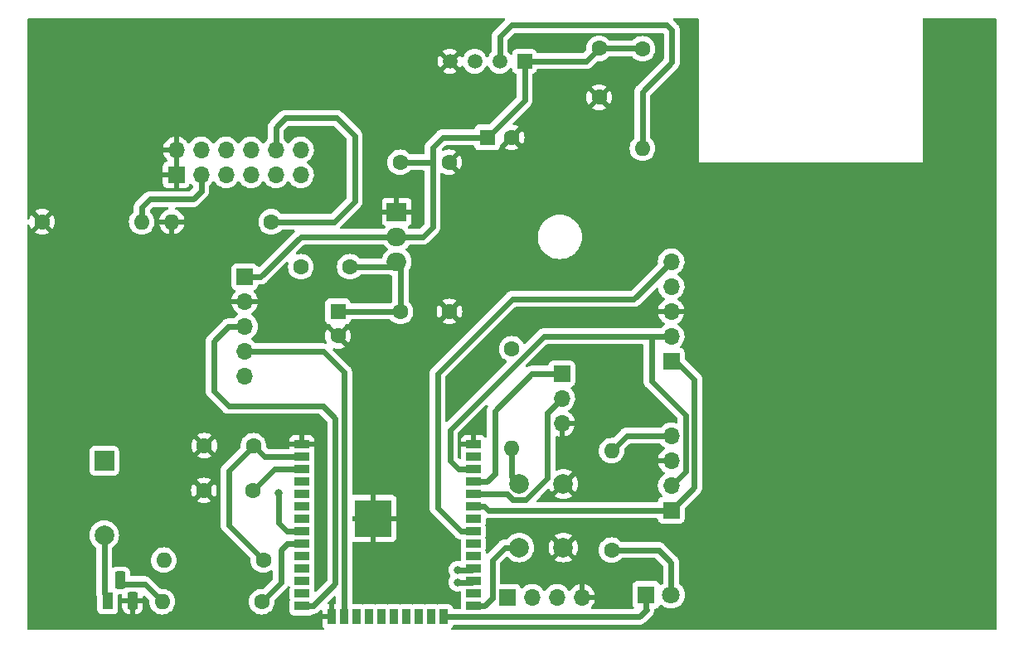
<source format=gbr>
%TF.GenerationSoftware,KiCad,Pcbnew,(6.0.10)*%
%TF.CreationDate,2023-02-16T10:20:13+01:00*%
%TF.ProjectId,Weerstation,57656572-7374-4617-9469-6f6e2e6b6963,rev?*%
%TF.SameCoordinates,Original*%
%TF.FileFunction,Copper,L1,Top*%
%TF.FilePolarity,Positive*%
%FSLAX46Y46*%
G04 Gerber Fmt 4.6, Leading zero omitted, Abs format (unit mm)*
G04 Created by KiCad (PCBNEW (6.0.10)) date 2023-02-16 10:20:13*
%MOMM*%
%LPD*%
G01*
G04 APERTURE LIST*
G04 Aperture macros list*
%AMRoundRect*
0 Rectangle with rounded corners*
0 $1 Rounding radius*
0 $2 $3 $4 $5 $6 $7 $8 $9 X,Y pos of 4 corners*
0 Add a 4 corners polygon primitive as box body*
4,1,4,$2,$3,$4,$5,$6,$7,$8,$9,$2,$3,0*
0 Add four circle primitives for the rounded corners*
1,1,$1+$1,$2,$3*
1,1,$1+$1,$4,$5*
1,1,$1+$1,$6,$7*
1,1,$1+$1,$8,$9*
0 Add four rect primitives between the rounded corners*
20,1,$1+$1,$2,$3,$4,$5,0*
20,1,$1+$1,$4,$5,$6,$7,0*
20,1,$1+$1,$6,$7,$8,$9,0*
20,1,$1+$1,$8,$9,$2,$3,0*%
G04 Aperture macros list end*
%TA.AperFunction,ComponentPad*%
%ADD10R,1.700000X1.700000*%
%TD*%
%TA.AperFunction,ComponentPad*%
%ADD11O,1.700000X1.700000*%
%TD*%
%TA.AperFunction,ComponentPad*%
%ADD12C,1.600000*%
%TD*%
%TA.AperFunction,ComponentPad*%
%ADD13O,1.600000X1.600000*%
%TD*%
%TA.AperFunction,ComponentPad*%
%ADD14R,1.500000X1.500000*%
%TD*%
%TA.AperFunction,ComponentPad*%
%ADD15C,1.500000*%
%TD*%
%TA.AperFunction,ComponentPad*%
%ADD16R,1.800000X1.800000*%
%TD*%
%TA.AperFunction,ComponentPad*%
%ADD17C,1.800000*%
%TD*%
%TA.AperFunction,ComponentPad*%
%ADD18R,1.600000X1.600000*%
%TD*%
%TA.AperFunction,ComponentPad*%
%ADD19R,2.000000X2.000000*%
%TD*%
%TA.AperFunction,ComponentPad*%
%ADD20C,2.000000*%
%TD*%
%TA.AperFunction,ComponentPad*%
%ADD21R,1.100000X1.800000*%
%TD*%
%TA.AperFunction,ComponentPad*%
%ADD22RoundRect,0.275000X-0.275000X-0.625000X0.275000X-0.625000X0.275000X0.625000X-0.275000X0.625000X0*%
%TD*%
%TA.AperFunction,SMDPad,CuDef*%
%ADD23R,1.500000X0.900000*%
%TD*%
%TA.AperFunction,SMDPad,CuDef*%
%ADD24R,0.900000X1.500000*%
%TD*%
%TA.AperFunction,SMDPad,CuDef*%
%ADD25R,0.900000X0.900000*%
%TD*%
%TA.AperFunction,SMDPad,CuDef*%
%ADD26R,3.800000X3.800000*%
%TD*%
%TA.AperFunction,ComponentPad*%
%ADD27C,2.500000*%
%TD*%
%TA.AperFunction,ComponentPad*%
%ADD28R,2.000000X1.905000*%
%TD*%
%TA.AperFunction,ComponentPad*%
%ADD29O,2.000000X1.905000*%
%TD*%
%TA.AperFunction,ViaPad*%
%ADD30C,5.000000*%
%TD*%
%TA.AperFunction,ViaPad*%
%ADD31C,0.800000*%
%TD*%
%TA.AperFunction,Conductor*%
%ADD32C,0.600000*%
%TD*%
G04 APERTURE END LIST*
D10*
%TO.P,J1,1,Pin_1*%
%TO.N,Net-(J1-Pad1)*%
X9093200Y8468600D03*
D11*
%TO.P,J1,2,Pin_2*%
%TO.N,Net-(J1-Pad2)*%
X9093200Y5928600D03*
%TO.P,J1,3,Pin_3*%
%TO.N,GND*%
X9093200Y3388600D03*
%TD*%
D12*
%TO.P,R5,1*%
%TO.N,Net-(D1-Pad2)*%
X14173200Y-9550400D03*
D13*
%TO.P,R5,2*%
%TO.N,+3V3*%
X14173200Y609600D03*
%TD*%
D14*
%TO.P,U2,1,VCC*%
%TO.N,+3V3*%
X5283200Y40396100D03*
D15*
%TO.P,U2,2,IO*%
%TO.N,Net-(R4-Pad2)*%
X2743200Y40396100D03*
%TO.P,U2,3,NC*%
%TO.N,unconnected-(U2-Pad3)*%
X203200Y40396100D03*
%TO.P,U2,4,GND*%
%TO.N,GND*%
X-2336800Y40396100D03*
%TD*%
D10*
%TO.P,J3,1,Pin_1*%
%TO.N,+5V*%
X3515200Y-14376400D03*
D11*
%TO.P,J3,2,Pin_2*%
%TO.N,Net-(J3-Pad2)*%
X6055200Y-14376400D03*
%TO.P,J3,3,Pin_3*%
%TO.N,Net-(J3-Pad3)*%
X8595200Y-14376400D03*
%TO.P,J3,4,Pin_4*%
%TO.N,GND*%
X11135200Y-14376400D03*
%TD*%
D12*
%TO.P,C3,1*%
%TO.N,+3V3*%
X12903200Y41717600D03*
%TO.P,C3,2*%
%TO.N,GND*%
X12903200Y36717600D03*
%TD*%
D16*
%TO.P,D1,1,K*%
%TO.N,Net-(D1-Pad1)*%
X17724200Y-14122400D03*
D17*
%TO.P,D1,2,A*%
%TO.N,Net-(D1-Pad2)*%
X20264200Y-14122400D03*
%TD*%
D12*
%TO.P,C7,1*%
%TO.N,+5V*%
X-7376800Y14833600D03*
%TO.P,C7,2*%
%TO.N,GND*%
X-2376800Y14833600D03*
%TD*%
D18*
%TO.P,C6,1*%
%TO.N,+5V*%
X-13766800Y14833600D03*
D12*
%TO.P,C6,2*%
%TO.N,GND*%
X-13766800Y12333600D03*
%TD*%
%TO.P,C2,1*%
%TO.N,+3V3*%
X-22402800Y1117600D03*
%TO.P,C2,2*%
%TO.N,GND*%
X-27402800Y1117600D03*
%TD*%
D19*
%TO.P,BZ1,1,-*%
%TO.N,+5V*%
X-37626800Y-416400D03*
D20*
%TO.P,BZ1,2,+*%
%TO.N,Net-(BZ1-Pad2)*%
X-37626800Y-8016400D03*
%TD*%
%TO.P,SW1,1,1*%
%TO.N,Net-(R2-Pad2)*%
X4758764Y-9296400D03*
X4758764Y-2796400D03*
%TO.P,SW1,2,2*%
%TO.N,GND*%
X9258764Y-9296400D03*
X9258764Y-2796400D03*
%TD*%
D18*
%TO.P,C4,1*%
%TO.N,+3V3*%
X1473200Y32613600D03*
D12*
%TO.P,C4,2*%
%TO.N,GND*%
X3973200Y32613600D03*
%TD*%
D10*
%TO.P,J6,1,Pin_1*%
%TO.N,GND*%
X-30276800Y28798600D03*
D11*
%TO.P,J6,2,Pin_2*%
X-30276800Y31338600D03*
%TO.P,J6,3,Pin_3*%
%TO.N,Net-(J6-Pad3)*%
X-27736800Y28798600D03*
%TO.P,J6,4,Pin_4*%
%TO.N,unconnected-(J6-Pad4)*%
X-27736800Y31338600D03*
%TO.P,J6,5,Pin_5*%
%TO.N,unconnected-(J6-Pad5)*%
X-25196800Y28798600D03*
%TO.P,J6,6,Pin_6*%
%TO.N,unconnected-(J6-Pad6)*%
X-25196800Y31338600D03*
%TO.P,J6,7,Pin_7*%
%TO.N,unconnected-(J6-Pad7)*%
X-22656800Y28798600D03*
%TO.P,J6,8,Pin_8*%
%TO.N,unconnected-(J6-Pad8)*%
X-22656800Y31338600D03*
%TO.P,J6,9,Pin_9*%
%TO.N,unconnected-(J6-Pad9)*%
X-20116800Y28798600D03*
%TO.P,J6,10,Pin_10*%
%TO.N,Net-(J6-Pad10)*%
X-20116800Y31338600D03*
%TO.P,J6,11,Pin_11*%
%TO.N,Net-(F1-Pad2)*%
X-17576800Y28798600D03*
%TO.P,J6,12,Pin_12*%
X-17576800Y31338600D03*
%TD*%
D12*
%TO.P,R6,1*%
%TO.N,Net-(J6-Pad10)*%
X-20566800Y23993600D03*
D13*
%TO.P,R6,2*%
%TO.N,GND*%
X-30726800Y23993600D03*
%TD*%
D12*
%TO.P,R1,1*%
%TO.N,+3V3*%
X-21386800Y-10566400D03*
D13*
%TO.P,R1,2*%
%TO.N,Net-(C1-Pad2)*%
X-31546800Y-10566400D03*
%TD*%
D10*
%TO.P,J2,1,Pin_1*%
%TO.N,+3V3*%
X-23291800Y18384600D03*
D11*
%TO.P,J2,2,Pin_2*%
%TO.N,GND*%
X-23291800Y15844600D03*
%TO.P,J2,3,Pin_3*%
%TO.N,Net-(J2-Pad3)*%
X-23291800Y13304600D03*
%TO.P,J2,4,Pin_4*%
%TO.N,Net-(J2-Pad4)*%
X-23291800Y10764600D03*
%TO.P,J2,5,Pin_5*%
%TO.N,unconnected-(J2-Pad5)*%
X-23291800Y8224600D03*
%TD*%
D12*
%TO.P,C5,1*%
%TO.N,+3V3*%
X-7416800Y30073600D03*
%TO.P,C5,2*%
%TO.N,GND*%
X-2416800Y30073600D03*
%TD*%
%TO.P,R4,1*%
%TO.N,+3V3*%
X17333200Y41673600D03*
D13*
%TO.P,R4,2*%
%TO.N,Net-(R4-Pad2)*%
X17333200Y31513600D03*
%TD*%
D21*
%TO.P,Q1,1,C*%
%TO.N,Net-(BZ1-Pad2)*%
X-37266800Y-14706400D03*
D22*
%TO.P,Q1,2,B*%
%TO.N,Net-(R3-Pad2)*%
X-35996800Y-12636400D03*
%TO.P,Q1,3,E*%
%TO.N,GND*%
X-34726800Y-14706400D03*
%TD*%
D23*
%TO.P,U1,1,GND*%
%TO.N,GND*%
X-17436800Y1244600D03*
%TO.P,U1,2,VDD*%
%TO.N,+3V3*%
X-17436800Y-25400D03*
%TO.P,U1,3,EN*%
%TO.N,Net-(C1-Pad2)*%
X-17436800Y-1295400D03*
%TO.P,U1,4,SENSOR_VP*%
%TO.N,unconnected-(U1-Pad4)*%
X-17436800Y-2565400D03*
%TO.P,U1,5,SENSOR_VN*%
%TO.N,unconnected-(U1-Pad5)*%
X-17436800Y-3835400D03*
%TO.P,U1,6,IO34*%
%TO.N,unconnected-(U1-Pad6)*%
X-17436800Y-5105400D03*
%TO.P,U1,7,IO35*%
%TO.N,unconnected-(U1-Pad7)*%
X-17436800Y-6375400D03*
%TO.P,U1,8,IO32*%
%TO.N,Net-(R4-Pad2)*%
X-17436800Y-7645400D03*
%TO.P,U1,9,IO33*%
%TO.N,Net-(R3-Pad1)*%
X-17436800Y-8915400D03*
%TO.P,U1,10,IO25*%
%TO.N,unconnected-(U1-Pad10)*%
X-17436800Y-10185400D03*
%TO.P,U1,11,IO26*%
%TO.N,unconnected-(U1-Pad11)*%
X-17436800Y-11455400D03*
%TO.P,U1,12,IO27*%
%TO.N,unconnected-(U1-Pad12)*%
X-17436800Y-12725400D03*
%TO.P,U1,13,IO14*%
%TO.N,unconnected-(U1-Pad13)*%
X-17436800Y-13995400D03*
%TO.P,U1,14,IO12*%
%TO.N,Net-(J2-Pad3)*%
X-17436800Y-15265400D03*
D24*
%TO.P,U1,15,GND*%
%TO.N,GND*%
X-14401800Y-16360400D03*
%TO.P,U1,16,IO13*%
%TO.N,Net-(J2-Pad4)*%
X-13131800Y-16360400D03*
%TO.P,U1,17,SHD/SD2*%
%TO.N,unconnected-(U1-Pad17)*%
X-11861800Y-16360400D03*
%TO.P,U1,18,SWP/SD3*%
%TO.N,unconnected-(U1-Pad18)*%
X-10591800Y-16360400D03*
%TO.P,U1,19,SCS/CMD*%
%TO.N,unconnected-(U1-Pad19)*%
X-9321800Y-16360400D03*
%TO.P,U1,20,SCK/CLK*%
%TO.N,unconnected-(U1-Pad20)*%
X-8051800Y-16360400D03*
%TO.P,U1,21,SDO/SD0*%
%TO.N,unconnected-(U1-Pad21)*%
X-6781800Y-16360400D03*
%TO.P,U1,22,SDI/SD1*%
%TO.N,unconnected-(U1-Pad22)*%
X-5511800Y-16360400D03*
%TO.P,U1,23,IO15*%
%TO.N,unconnected-(U1-Pad23)*%
X-4241800Y-16360400D03*
%TO.P,U1,24,IO2*%
%TO.N,Net-(D1-Pad1)*%
X-2971800Y-16360400D03*
D23*
%TO.P,U1,25,IO0*%
%TO.N,Net-(R2-Pad2)*%
X63200Y-15265400D03*
%TO.P,U1,26,IO4*%
%TO.N,unconnected-(U1-Pad26)*%
X63200Y-13995400D03*
%TO.P,U1,27,IO16*%
%TO.N,Net-(J3-Pad2)*%
X63200Y-12725400D03*
%TO.P,U1,28,IO17*%
%TO.N,Net-(J3-Pad3)*%
X63200Y-11455400D03*
%TO.P,U1,29,IO5*%
%TO.N,unconnected-(U1-Pad29)*%
X63200Y-10185400D03*
%TO.P,U1,30,IO18*%
%TO.N,unconnected-(U1-Pad30)*%
X63200Y-8915400D03*
%TO.P,U1,31,IO19*%
%TO.N,Net-(J5-Pad5)*%
X63200Y-7645400D03*
%TO.P,U1,32,NC*%
%TO.N,unconnected-(U1-Pad32)*%
X63200Y-6375400D03*
%TO.P,U1,33,IO21*%
%TO.N,Net-(J4-Pad1)*%
X63200Y-5105400D03*
%TO.P,U1,34,RXD0/IO3*%
%TO.N,Net-(J1-Pad2)*%
X63200Y-3835400D03*
%TO.P,U1,35,TXD0/IO1*%
%TO.N,Net-(J1-Pad1)*%
X63200Y-2565400D03*
%TO.P,U1,36,IO22*%
%TO.N,Net-(J4-Pad2)*%
X63200Y-1295400D03*
%TO.P,U1,37,IO23*%
%TO.N,unconnected-(U1-Pad37)*%
X63200Y-25400D03*
%TO.P,U1,38,GND*%
%TO.N,GND*%
X63200Y1244600D03*
D25*
%TO.P,U1,39,GND*%
X-11586800Y-7720400D03*
X-10186800Y-7720400D03*
D26*
X-10186800Y-6320400D03*
D25*
X-11586800Y-6320400D03*
X-10186800Y-4920400D03*
X-10186800Y-6320400D03*
X-8786800Y-4920400D03*
D27*
X-10186800Y-6320400D03*
D25*
X-8786800Y-6320400D03*
X-8786800Y-7720400D03*
X-11586800Y-4920400D03*
%TD*%
D28*
%TO.P,U3,1,GND*%
%TO.N,GND*%
X-7756800Y24993600D03*
D29*
%TO.P,U3,2,VO*%
%TO.N,+3V3*%
X-7756800Y22453600D03*
%TO.P,U3,3,VI*%
%TO.N,+5V*%
X-7756800Y19913600D03*
%TD*%
D12*
%TO.P,C1,1*%
%TO.N,GND*%
X-27442800Y-3454400D03*
%TO.P,C1,2*%
%TO.N,Net-(C1-Pad2)*%
X-22442800Y-3454400D03*
%TD*%
%TO.P,F1,1*%
%TO.N,+5V*%
X-12547600Y19405600D03*
%TO.P,F1,2*%
%TO.N,Net-(F1-Pad2)*%
X-17547600Y19405600D03*
%TD*%
%TO.P,R2,1*%
%TO.N,+3V3*%
X3993200Y11023600D03*
D13*
%TO.P,R2,2*%
%TO.N,Net-(R2-Pad2)*%
X3993200Y863600D03*
%TD*%
D10*
%TO.P,J4,1,Pin_1*%
%TO.N,Net-(J4-Pad1)*%
X20269200Y-5486400D03*
D11*
%TO.P,J4,2,Pin_2*%
%TO.N,Net-(J4-Pad2)*%
X20269200Y-2946400D03*
%TO.P,J4,3,Pin_3*%
%TO.N,GND*%
X20269200Y-406400D03*
%TO.P,J4,4,Pin_4*%
%TO.N,+3V3*%
X20269200Y2133600D03*
%TD*%
D12*
%TO.P,R7,1*%
%TO.N,GND*%
X-43966800Y23993600D03*
D13*
%TO.P,R7,2*%
%TO.N,Net-(J6-Pad3)*%
X-33806800Y23993600D03*
%TD*%
D12*
%TO.P,R3,1*%
%TO.N,Net-(R3-Pad1)*%
X-21541800Y-14816400D03*
D13*
%TO.P,R3,2*%
%TO.N,Net-(R3-Pad2)*%
X-31701800Y-14816400D03*
%TD*%
D10*
%TO.P,J5,1,Pin_1*%
%TO.N,Net-(J4-Pad1)*%
X20269200Y9758600D03*
D11*
%TO.P,J5,2,Pin_2*%
%TO.N,Net-(J4-Pad2)*%
X20269200Y12298600D03*
%TO.P,J5,3,Pin_3*%
%TO.N,GND*%
X20269200Y14838600D03*
%TO.P,J5,4,Pin_4*%
%TO.N,+3V3*%
X20269200Y17378600D03*
%TO.P,J5,5,Pin_5*%
%TO.N,Net-(J5-Pad5)*%
X20269200Y19918600D03*
%TD*%
D30*
%TO.N,GND*%
X49733200Y-13106400D03*
X27113200Y-12786400D03*
X42113200Y-12786400D03*
D31*
X457200Y3911600D03*
D30*
X-41706800Y-13106400D03*
X49733200Y40233600D03*
X-41706800Y40233600D03*
D31*
%TO.N,Net-(J3-Pad2)*%
X-1574800Y-12852400D03*
%TO.N,Net-(J3-Pad3)*%
X-1574800Y-11582400D03*
%TO.N,Net-(R4-Pad2)*%
X-19862800Y-3708400D03*
%TD*%
D32*
%TO.N,+5V*%
X-7376800Y14833600D02*
X-7376800Y19533600D01*
X-12547600Y19405600D02*
X-8264800Y19405600D01*
X-8264800Y19405600D02*
X-7756800Y19913600D01*
X-7376800Y19533600D02*
X-7756800Y19913600D01*
X-13766800Y14833600D02*
X-7376800Y14833600D01*
%TO.N,Net-(BZ1-Pad2)*%
X-37626800Y-13946400D02*
X-37266800Y-14306400D01*
X-37626800Y-8016400D02*
X-37626800Y-13946400D01*
%TO.N,Net-(C1-Pad2)*%
X-17436800Y-1295400D02*
X-20283800Y-1295400D01*
X-20283800Y-1295400D02*
X-22442800Y-3454400D01*
%TO.N,+3V3*%
X-4114800Y31597600D02*
X-3098800Y32613600D01*
X-24942800Y-7010400D02*
X-24942800Y-1422400D01*
X-7756800Y22453600D02*
X-5130800Y22453600D01*
X-7416800Y30073600D02*
X-4114800Y30073600D01*
X-21386800Y-10566400D02*
X-24942800Y-7010400D01*
X-21259800Y-25400D02*
X-22402800Y1117600D01*
X-4114800Y30073600D02*
X-4114800Y31597600D01*
X5283200Y36423600D02*
X5283200Y40396100D01*
X15697200Y2133600D02*
X14173200Y609600D01*
X12903200Y41717600D02*
X17289200Y41717600D01*
X-17436800Y-25400D02*
X-21259800Y-25400D01*
X-5130800Y22453600D02*
X-4114800Y23469600D01*
X-3098800Y32613600D02*
X1473200Y32613600D01*
X-17576800Y22453600D02*
X-21645800Y18384600D01*
X5283200Y40396100D02*
X11581700Y40396100D01*
X-7756800Y22453600D02*
X-17576800Y22453600D01*
X11581700Y40396100D02*
X12903200Y41717600D01*
X-23291800Y18384600D02*
X-21645800Y18384600D01*
X20269200Y2133600D02*
X15697200Y2133600D01*
X1473200Y32613600D02*
X5283200Y36423600D01*
X-24942800Y-1422400D02*
X-22402800Y1117600D01*
X17289200Y41717600D02*
X17333200Y41673600D01*
X-4114800Y23469600D02*
X-4114800Y30073600D01*
%TO.N,Net-(D1-Pad1)*%
X17015200Y-16360400D02*
X17729200Y-15646400D01*
X-2971800Y-16360400D02*
X17015200Y-16360400D01*
X17724200Y-15641400D02*
X17724200Y-14122400D01*
X17729200Y-15646400D02*
X17724200Y-15641400D01*
%TO.N,Net-(D1-Pad2)*%
X20264200Y-14122400D02*
X20264200Y-10815400D01*
X20264200Y-10815400D02*
X18999200Y-9550400D01*
X18999200Y-9550400D02*
X14173200Y-9550400D01*
%TO.N,Net-(J1-Pad1)*%
X2235200Y-1743400D02*
X2235200Y4673600D01*
X63200Y-2565400D02*
X1413200Y-2565400D01*
X6030200Y8468600D02*
X9093200Y8468600D01*
X2235200Y4673600D02*
X6030200Y8468600D01*
X1413200Y-2565400D02*
X2235200Y-1743400D01*
%TO.N,Net-(J1-Pad2)*%
X63200Y-3835400D02*
X3535022Y-3835400D01*
X4096022Y-4396400D02*
X5421506Y-4396400D01*
X7643200Y-2174706D02*
X7643200Y4478600D01*
X5421506Y-4396400D02*
X7643200Y-2174706D01*
X7643200Y4478600D02*
X9093200Y5928600D01*
X3535022Y-3835400D02*
X4096022Y-4396400D01*
%TO.N,Net-(J3-Pad2)*%
X-63800Y-12852400D02*
X63200Y-12725400D01*
X-1574800Y-12852400D02*
X-63800Y-12852400D01*
%TO.N,Net-(J3-Pad3)*%
X-63800Y-11582400D02*
X63200Y-11455400D01*
X-1574800Y-11582400D02*
X-63800Y-11582400D01*
%TO.N,Net-(R3-Pad2)*%
X-35996800Y-13036400D02*
X-33481800Y-13036400D01*
X-33481800Y-13036400D02*
X-31701800Y-14816400D01*
%TO.N,Net-(R2-Pad2)*%
X1981200Y-14477400D02*
X1981200Y-10566400D01*
X1981200Y-10566400D02*
X3251200Y-9296400D01*
X63200Y-15265400D02*
X1193200Y-15265400D01*
X3993200Y-2030836D02*
X4758764Y-2796400D01*
X3251200Y-9296400D02*
X4758764Y-9296400D01*
X1193200Y-15265400D02*
X1981200Y-14477400D01*
X3993200Y863600D02*
X3993200Y-2030836D01*
%TO.N,Net-(R3-Pad1)*%
X-18973800Y-8915400D02*
X-19608800Y-9550400D01*
X-19608800Y-9550400D02*
X-19608800Y-12883400D01*
X-17436800Y-8915400D02*
X-18973800Y-8915400D01*
X-19608800Y-12883400D02*
X-21541800Y-14816400D01*
%TO.N,Net-(R4-Pad2)*%
X19833200Y44093600D02*
X3933200Y44093600D01*
X17333200Y31513600D02*
X17333200Y37293600D01*
X20333200Y43593600D02*
X19833200Y44093600D01*
X3933200Y44093600D02*
X2743200Y42903600D01*
X-19862800Y-3708400D02*
X-19862800Y-6756400D01*
X20333200Y40293600D02*
X20333200Y43593600D01*
X-18973800Y-7645400D02*
X-17436800Y-7645400D01*
X-19862800Y-6756400D02*
X-18973800Y-7645400D01*
X17333200Y37293600D02*
X20333200Y40293600D01*
X2743200Y42903600D02*
X2743200Y40396100D01*
%TO.N,Net-(J2-Pad3)*%
X-16306800Y-15265400D02*
X-17436800Y-15265400D01*
X-14031800Y-12990400D02*
X-16306800Y-15265400D01*
X-15290800Y5181600D02*
X-14031800Y3922600D01*
X-26466800Y6705600D02*
X-24942800Y5181600D01*
X-24947800Y13304600D02*
X-26466800Y11785600D01*
X-24942800Y5181600D02*
X-15290800Y5181600D01*
X-26466800Y11785600D02*
X-26466800Y6705600D01*
X-14031800Y3922600D02*
X-14031800Y-12990400D01*
X-23291800Y13304600D02*
X-24947800Y13304600D01*
%TO.N,Net-(J2-Pad4)*%
X-23291800Y10764600D02*
X-15285800Y10764600D01*
X-15285800Y10764600D02*
X-13131800Y8610600D01*
X-13131800Y8610600D02*
X-13131800Y-16360400D01*
%TO.N,Net-(J4-Pad1)*%
X22619200Y7911600D02*
X20772200Y9758600D01*
X20772200Y9758600D02*
X20269200Y9758600D01*
X1193200Y-5105400D02*
X1574200Y-5486400D01*
X1574200Y-5486400D02*
X20269200Y-5486400D01*
X22619200Y-3136400D02*
X22619200Y7911600D01*
X20269200Y-5486400D02*
X22619200Y-3136400D01*
X63200Y-5105400D02*
X1193200Y-5105400D01*
%TO.N,Net-(J4-Pad2)*%
X20269200Y-2946400D02*
X21719200Y-1496400D01*
X7248099Y12298600D02*
X18242200Y12298600D01*
X18242200Y7716600D02*
X18242200Y12298600D01*
X-1447800Y-1295400D02*
X-2336800Y-406400D01*
X20269200Y12298600D02*
X18242200Y12298600D01*
X-2336800Y-406400D02*
X-2336800Y2713701D01*
X-2336800Y2713701D02*
X7248099Y12298600D01*
X21719200Y4239600D02*
X18242200Y7716600D01*
X21719200Y-1496400D02*
X21719200Y4239600D01*
X63200Y-1295400D02*
X-1447800Y-1295400D01*
%TO.N,Net-(J5-Pad5)*%
X-3606800Y-5232400D02*
X-1193800Y-7645400D01*
X4013200Y16103600D02*
X-3606800Y8483600D01*
X-1193800Y-7645400D02*
X63200Y-7645400D01*
X20269200Y19918600D02*
X16454200Y16103600D01*
X-3606800Y8483600D02*
X-3606800Y-5232400D01*
X16454200Y16103600D02*
X4013200Y16103600D01*
%TO.N,Net-(J6-Pad3)*%
X-32966800Y26293600D02*
X-28566800Y26293600D01*
X-33806800Y25453600D02*
X-32966800Y26293600D01*
X-27736800Y27123600D02*
X-27736800Y28798600D01*
X-33806800Y23993600D02*
X-33806800Y25453600D01*
X-28566800Y26293600D02*
X-27736800Y27123600D01*
%TO.N,Net-(J6-Pad10)*%
X-12066800Y32793600D02*
X-13866800Y34593600D01*
X-20566800Y23993600D02*
X-14160800Y23993600D01*
X-19166800Y34593600D02*
X-20116800Y33643600D01*
X-20116800Y33643600D02*
X-20116800Y31338600D01*
X-13866800Y34593600D02*
X-19166800Y34593600D01*
X-14160800Y23993600D02*
X-12066800Y26087600D01*
X-12066800Y26087600D02*
X-12066800Y32793600D01*
%TD*%
%TA.AperFunction,Conductor*%
%TO.N,GND*%
G36*
X3265239Y44785098D02*
G01*
X3311732Y44731442D01*
X3321836Y44661168D01*
X3292342Y44596588D01*
X3286213Y44590005D01*
X2178042Y43481834D01*
X2177105Y43480906D01*
X2112693Y43417829D01*
X2089202Y43381379D01*
X2081783Y43371054D01*
X2054724Y43337157D01*
X2051659Y43330816D01*
X2051658Y43330815D01*
X2040128Y43306963D01*
X2032599Y43293546D01*
X2014435Y43265362D01*
X2012027Y43258745D01*
X2012024Y43258740D01*
X1999608Y43224627D01*
X1994647Y43212884D01*
X1978846Y43180197D01*
X1978844Y43180192D01*
X1975779Y43173851D01*
X1974196Y43166993D01*
X1974195Y43166991D01*
X1968235Y43141174D01*
X1963868Y43126431D01*
X1952397Y43094915D01*
X1951514Y43087925D01*
X1951512Y43087917D01*
X1946962Y43051899D01*
X1944726Y43039347D01*
X1938215Y43011143D01*
X1934976Y42997115D01*
X1934951Y42990069D01*
X1934951Y42990066D01*
X1934834Y42956544D01*
X1934805Y42955662D01*
X1934700Y42954831D01*
X1934700Y42918181D01*
X1934699Y42917741D01*
X1934489Y42857449D01*
X1934343Y42815730D01*
X1934611Y42814530D01*
X1934700Y42812893D01*
X1934700Y41419577D01*
X1914698Y41351456D01*
X1897795Y41330482D01*
X1775451Y41208138D01*
X1772294Y41203630D01*
X1772292Y41203627D01*
X1680414Y41072411D01*
X1649144Y41027753D01*
X1646821Y41022771D01*
X1646818Y41022766D01*
X1587395Y40895331D01*
X1540478Y40842046D01*
X1472201Y40822585D01*
X1404241Y40843127D01*
X1359005Y40895331D01*
X1299582Y41022766D01*
X1299579Y41022771D01*
X1297256Y41027753D01*
X1265986Y41072411D01*
X1174108Y41203627D01*
X1174106Y41203630D01*
X1170949Y41208138D01*
X1015238Y41363849D01*
X834854Y41490156D01*
X635276Y41583220D01*
X422571Y41640215D01*
X203200Y41659407D01*
X-16171Y41640215D01*
X-228876Y41583220D01*
X-276143Y41561179D01*
X-423466Y41492482D01*
X-423471Y41492479D01*
X-428453Y41490156D01*
X-432960Y41487000D01*
X-432962Y41486999D01*
X-604327Y41367008D01*
X-604330Y41367006D01*
X-608838Y41363849D01*
X-764549Y41208138D01*
X-767706Y41203630D01*
X-767708Y41203627D01*
X-859586Y41072411D01*
X-890856Y41027753D01*
X-893179Y41022771D01*
X-893182Y41022766D01*
X-952881Y40894740D01*
X-999798Y40841455D01*
X-1068076Y40821994D01*
X-1136036Y40842536D01*
X-1181271Y40894740D01*
X-1240854Y41022517D01*
X-1246334Y41032007D01*
X-1275211Y41073249D01*
X-1285687Y41081623D01*
X-1299134Y41074555D01*
X-1964779Y40408911D01*
X-1972392Y40394968D01*
X-1972261Y40393134D01*
X-1968010Y40386520D01*
X-1298409Y39716920D01*
X-1286639Y39710493D01*
X-1274624Y39719789D01*
X-1246334Y39760193D01*
X-1240854Y39769683D01*
X-1181271Y39897460D01*
X-1134354Y39950745D01*
X-1066076Y39970206D01*
X-998116Y39949664D01*
X-952881Y39897460D01*
X-893182Y39769434D01*
X-893179Y39769429D01*
X-890856Y39764447D01*
X-887700Y39759940D01*
X-887699Y39759938D01*
X-772774Y39595809D01*
X-764549Y39584062D01*
X-608838Y39428351D01*
X-428454Y39302044D01*
X-228876Y39208980D01*
X-16171Y39151985D01*
X203200Y39132793D01*
X422571Y39151985D01*
X635276Y39208980D01*
X834854Y39302044D01*
X1015238Y39428351D01*
X1170949Y39584062D01*
X1179175Y39595809D01*
X1294099Y39759938D01*
X1294100Y39759940D01*
X1297256Y39764447D01*
X1299579Y39769429D01*
X1299582Y39769434D01*
X1344789Y39866383D01*
X1359005Y39896869D01*
X1405922Y39950154D01*
X1474199Y39969615D01*
X1542159Y39949073D01*
X1587395Y39896870D01*
X1601611Y39866383D01*
X1646818Y39769434D01*
X1646821Y39769429D01*
X1649144Y39764447D01*
X1652300Y39759940D01*
X1652301Y39759938D01*
X1767226Y39595809D01*
X1775451Y39584062D01*
X1931162Y39428351D01*
X2111546Y39302044D01*
X2311124Y39208980D01*
X2523829Y39151985D01*
X2743200Y39132793D01*
X2962571Y39151985D01*
X3175276Y39208980D01*
X3374854Y39302044D01*
X3555238Y39428351D01*
X3710949Y39584062D01*
X3719175Y39595809D01*
X3791191Y39698659D01*
X3795487Y39704795D01*
X3850944Y39749123D01*
X3921563Y39756432D01*
X3984924Y39724401D01*
X4020909Y39663200D01*
X4024700Y39632524D01*
X4024700Y39597966D01*
X4031455Y39535784D01*
X4082585Y39399395D01*
X4169939Y39282839D01*
X4286495Y39195485D01*
X4294903Y39192333D01*
X4392930Y39155584D01*
X4449694Y39112942D01*
X4474394Y39046381D01*
X4474700Y39037602D01*
X4474700Y36810682D01*
X4454698Y36742561D01*
X4437795Y36721587D01*
X1675213Y33959005D01*
X1612901Y33924979D01*
X1586118Y33922100D01*
X625066Y33922100D01*
X562884Y33915345D01*
X426495Y33864215D01*
X309939Y33776861D01*
X222585Y33660305D01*
X219433Y33651897D01*
X183382Y33555730D01*
X171455Y33523916D01*
X170828Y33518147D01*
X136074Y33457309D01*
X73119Y33424487D01*
X48707Y33422100D01*
X-3089586Y33422100D01*
X-3090906Y33422107D01*
X-3091981Y33422118D01*
X-3181021Y33423051D01*
X-3223397Y33413889D01*
X-3235963Y33411831D01*
X-3279055Y33406997D01*
X-3285706Y33404681D01*
X-3285710Y33404680D01*
X-3310730Y33395967D01*
X-3325543Y33391804D01*
X-3358310Y33384719D01*
X-3397613Y33366392D01*
X-3409389Y33361610D01*
X-3450352Y33347345D01*
X-3456327Y33343611D01*
X-3456330Y33343610D01*
X-3478795Y33329573D01*
X-3492312Y33322234D01*
X-3516314Y33311041D01*
X-3522702Y33308062D01*
X-3528267Y33303745D01*
X-3528269Y33303744D01*
X-3556953Y33281494D01*
X-3567412Y33274198D01*
X-3598204Y33254958D01*
X-3598207Y33254956D01*
X-3604176Y33251226D01*
X-3609171Y33246266D01*
X-3609172Y33246265D01*
X-3632979Y33222624D01*
X-3633604Y33222039D01*
X-3634270Y33221522D01*
X-3660260Y33195532D01*
X-3732882Y33123415D01*
X-3733540Y33122378D01*
X-3734643Y33121149D01*
X-4679958Y32175834D01*
X-4680895Y32174906D01*
X-4681980Y32173843D01*
X-4745307Y32111829D01*
X-4768798Y32075379D01*
X-4776217Y32065054D01*
X-4803276Y32031157D01*
X-4806341Y32024816D01*
X-4806342Y32024815D01*
X-4817872Y32000963D01*
X-4825401Y31987546D01*
X-4843565Y31959362D01*
X-4845973Y31952745D01*
X-4845976Y31952740D01*
X-4858392Y31918627D01*
X-4863353Y31906884D01*
X-4879154Y31874197D01*
X-4879156Y31874192D01*
X-4882221Y31867851D01*
X-4883804Y31860993D01*
X-4883805Y31860991D01*
X-4889765Y31835174D01*
X-4894132Y31820431D01*
X-4905603Y31788915D01*
X-4906486Y31781925D01*
X-4906488Y31781917D01*
X-4911038Y31745899D01*
X-4913274Y31733347D01*
X-4920214Y31703284D01*
X-4923024Y31691115D01*
X-4923049Y31684069D01*
X-4923049Y31684066D01*
X-4923166Y31650544D01*
X-4923195Y31649662D01*
X-4923300Y31648831D01*
X-4923300Y31612181D01*
X-4923301Y31611741D01*
X-4923643Y31513600D01*
X-4923657Y31509730D01*
X-4923389Y31508530D01*
X-4923300Y31506893D01*
X-4923300Y31008100D01*
X-4943302Y30939979D01*
X-4996958Y30893486D01*
X-5049300Y30882100D01*
X-6322612Y30882100D01*
X-6390733Y30902102D01*
X-6411707Y30919005D01*
X-6572500Y31079798D01*
X-6577008Y31082955D01*
X-6577011Y31082957D01*
X-6686557Y31159662D01*
X-6760051Y31211123D01*
X-6765033Y31213446D01*
X-6765038Y31213449D01*
X-6962575Y31305561D01*
X-6962576Y31305561D01*
X-6967557Y31307884D01*
X-6972865Y31309306D01*
X-6972867Y31309307D01*
X-7183398Y31365719D01*
X-7183400Y31365719D01*
X-7188713Y31367143D01*
X-7416800Y31387098D01*
X-7644887Y31367143D01*
X-7650200Y31365719D01*
X-7650202Y31365719D01*
X-7860733Y31309307D01*
X-7860735Y31309306D01*
X-7866043Y31307884D01*
X-7871024Y31305561D01*
X-7871025Y31305561D01*
X-8068562Y31213449D01*
X-8068567Y31213446D01*
X-8073549Y31211123D01*
X-8147043Y31159662D01*
X-8256589Y31082957D01*
X-8256592Y31082955D01*
X-8261100Y31079798D01*
X-8422998Y30917900D01*
X-8554323Y30730349D01*
X-8556646Y30725367D01*
X-8556649Y30725362D01*
X-8644057Y30537912D01*
X-8651084Y30522843D01*
X-8652506Y30517535D01*
X-8652507Y30517533D01*
X-8694354Y30361360D01*
X-8710343Y30301687D01*
X-8730298Y30073600D01*
X-8710343Y29845513D01*
X-8708919Y29840200D01*
X-8708919Y29840198D01*
X-8697813Y29798752D01*
X-8651084Y29624357D01*
X-8648761Y29619376D01*
X-8648761Y29619375D01*
X-8556649Y29421838D01*
X-8556646Y29421833D01*
X-8554323Y29416851D01*
X-8551166Y29412343D01*
X-8429018Y29237898D01*
X-8422998Y29229300D01*
X-8261100Y29067402D01*
X-8256592Y29064245D01*
X-8256589Y29064243D01*
X-8195173Y29021239D01*
X-8073549Y28936077D01*
X-8068567Y28933754D01*
X-8068562Y28933751D01*
X-7905292Y28857618D01*
X-7866043Y28839316D01*
X-7860735Y28837894D01*
X-7860733Y28837893D01*
X-7650202Y28781481D01*
X-7650200Y28781481D01*
X-7644887Y28780057D01*
X-7416800Y28760102D01*
X-7188713Y28780057D01*
X-7183400Y28781481D01*
X-7183398Y28781481D01*
X-6972867Y28837893D01*
X-6972865Y28837894D01*
X-6967557Y28839316D01*
X-6928308Y28857618D01*
X-6765038Y28933751D01*
X-6765033Y28933754D01*
X-6760051Y28936077D01*
X-6638427Y29021239D01*
X-6577011Y29064243D01*
X-6577008Y29064245D01*
X-6572500Y29067402D01*
X-6411707Y29228195D01*
X-6349395Y29262221D01*
X-6322612Y29265100D01*
X-5049300Y29265100D01*
X-4981179Y29245098D01*
X-4934686Y29191442D01*
X-4923300Y29139100D01*
X-4923300Y23856682D01*
X-4943302Y23788561D01*
X-4960205Y23767587D01*
X-5428787Y23299005D01*
X-5491099Y23264979D01*
X-5517882Y23262100D01*
X-6426314Y23262100D01*
X-6494435Y23282102D01*
X-6527074Y23312447D01*
X-6585526Y23390298D01*
X-6610432Y23456783D01*
X-6595440Y23526179D01*
X-6545309Y23576452D01*
X-6528998Y23583932D01*
X-6518748Y23587775D01*
X-6503151Y23596314D01*
X-6401076Y23672815D01*
X-6388515Y23685376D01*
X-6312014Y23787451D01*
X-6303476Y23803046D01*
X-6258322Y23923494D01*
X-6254695Y23938749D01*
X-6249169Y23989614D01*
X-6248800Y23996428D01*
X-6248800Y24721485D01*
X-6253275Y24736724D01*
X-6254665Y24737929D01*
X-6262348Y24739600D01*
X-9246684Y24739600D01*
X-9261923Y24735125D01*
X-9263128Y24733735D01*
X-9264799Y24726052D01*
X-9264799Y23996431D01*
X-9264429Y23989610D01*
X-9258905Y23938748D01*
X-9255279Y23923496D01*
X-9210124Y23803046D01*
X-9201586Y23787451D01*
X-9125085Y23685376D01*
X-9112524Y23672815D01*
X-9010449Y23596314D01*
X-8994855Y23587776D01*
X-8983287Y23583440D01*
X-8926521Y23540799D01*
X-8901820Y23474238D01*
X-8917026Y23404889D01*
X-8928631Y23387367D01*
X-8942967Y23369214D01*
X-8989725Y23310008D01*
X-9047642Y23268945D01*
X-9088607Y23262100D01*
X-13444257Y23262100D01*
X-13512378Y23282102D01*
X-13558871Y23335758D01*
X-13568975Y23406032D01*
X-13539481Y23470612D01*
X-13533041Y23477506D01*
X-13526718Y23483785D01*
X-13526060Y23484822D01*
X-13524957Y23486051D01*
X-11745293Y25265715D01*
X-9264800Y25265715D01*
X-9260325Y25250476D01*
X-9258935Y25249271D01*
X-9251252Y25247600D01*
X-8028915Y25247600D01*
X-8013676Y25252075D01*
X-8012471Y25253465D01*
X-8010800Y25261148D01*
X-8010800Y25265715D01*
X-7502800Y25265715D01*
X-7498325Y25250476D01*
X-7496935Y25249271D01*
X-7489252Y25247600D01*
X-6266916Y25247600D01*
X-6251677Y25252075D01*
X-6250472Y25253465D01*
X-6248801Y25261148D01*
X-6248801Y25990769D01*
X-6249171Y25997590D01*
X-6254695Y26048452D01*
X-6258321Y26063704D01*
X-6303476Y26184154D01*
X-6312014Y26199749D01*
X-6388515Y26301824D01*
X-6401076Y26314385D01*
X-6503151Y26390886D01*
X-6518746Y26399424D01*
X-6639194Y26444578D01*
X-6654449Y26448205D01*
X-6705314Y26453731D01*
X-6712128Y26454100D01*
X-7484685Y26454100D01*
X-7499924Y26449625D01*
X-7501129Y26448235D01*
X-7502800Y26440552D01*
X-7502800Y25265715D01*
X-8010800Y25265715D01*
X-8010800Y26435984D01*
X-8015275Y26451223D01*
X-8016665Y26452428D01*
X-8024348Y26454099D01*
X-8801469Y26454099D01*
X-8808290Y26453729D01*
X-8859152Y26448205D01*
X-8874404Y26444579D01*
X-8994854Y26399424D01*
X-9010449Y26390886D01*
X-9112524Y26314385D01*
X-9125085Y26301824D01*
X-9201586Y26199749D01*
X-9210124Y26184154D01*
X-9255278Y26063706D01*
X-9258905Y26048451D01*
X-9264431Y25997586D01*
X-9264800Y25990772D01*
X-9264800Y25265715D01*
X-11745293Y25265715D01*
X-11501642Y25509366D01*
X-11500705Y25510294D01*
X-11441325Y25568443D01*
X-11441324Y25568444D01*
X-11436293Y25573371D01*
X-11412802Y25609821D01*
X-11405383Y25620146D01*
X-11378324Y25654043D01*
X-11363727Y25684238D01*
X-11356198Y25697655D01*
X-11341852Y25719916D01*
X-11338035Y25725838D01*
X-11335627Y25732455D01*
X-11335624Y25732460D01*
X-11323208Y25766573D01*
X-11318247Y25778316D01*
X-11302446Y25811003D01*
X-11302444Y25811008D01*
X-11299379Y25817349D01*
X-11291835Y25850028D01*
X-11287468Y25864769D01*
X-11275997Y25896285D01*
X-11275114Y25903275D01*
X-11275112Y25903283D01*
X-11270562Y25939301D01*
X-11268326Y25951853D01*
X-11260162Y25987214D01*
X-11260162Y25987217D01*
X-11258576Y25994085D01*
X-11258447Y26030861D01*
X-11258434Y26034656D01*
X-11258405Y26035538D01*
X-11258300Y26036369D01*
X-11258300Y26073172D01*
X-11257943Y26175470D01*
X-11258211Y26176670D01*
X-11258300Y26178307D01*
X-11258300Y32784436D01*
X-11258293Y32785755D01*
X-11257424Y32868774D01*
X-11257350Y32875821D01*
X-11266510Y32918186D01*
X-11268570Y32930765D01*
X-11272618Y32966859D01*
X-11272619Y32966862D01*
X-11273403Y32973855D01*
X-11284434Y33005532D01*
X-11288596Y33020342D01*
X-11294191Y33046222D01*
X-11294192Y33046226D01*
X-11295681Y33053111D01*
X-11298658Y33059495D01*
X-11298660Y33059501D01*
X-11314004Y33092407D01*
X-11318800Y33104217D01*
X-11333055Y33145152D01*
X-11336787Y33151124D01*
X-11336790Y33151131D01*
X-11350827Y33173595D01*
X-11358166Y33187112D01*
X-11369361Y33211119D01*
X-11369363Y33211123D01*
X-11372338Y33217502D01*
X-11398908Y33251756D01*
X-11406202Y33262212D01*
X-11429174Y33298976D01*
X-11452270Y33322234D01*
X-11457783Y33327785D01*
X-11458366Y33328408D01*
X-11458879Y33329070D01*
X-11484727Y33354918D01*
X-11554496Y33425176D01*
X-11554500Y33425180D01*
X-11556985Y33427682D01*
X-11558023Y33428341D01*
X-11559256Y33429447D01*
X-13288565Y35158757D01*
X-13289493Y35159694D01*
X-13347643Y35219075D01*
X-13347644Y35219076D01*
X-13352571Y35224107D01*
X-13389021Y35247598D01*
X-13399346Y35255017D01*
X-13433243Y35282076D01*
X-13463438Y35296673D01*
X-13476855Y35304202D01*
X-13505038Y35322365D01*
X-13511655Y35324773D01*
X-13511660Y35324776D01*
X-13545773Y35337192D01*
X-13557516Y35342153D01*
X-13590203Y35357954D01*
X-13590208Y35357956D01*
X-13596549Y35361021D01*
X-13603407Y35362604D01*
X-13603409Y35362605D01*
X-13629226Y35368565D01*
X-13643969Y35372932D01*
X-13675485Y35384403D01*
X-13682475Y35385286D01*
X-13682483Y35385288D01*
X-13718501Y35389838D01*
X-13731053Y35392074D01*
X-13766414Y35400238D01*
X-13766417Y35400238D01*
X-13773285Y35401824D01*
X-13780331Y35401849D01*
X-13780334Y35401849D01*
X-13813856Y35401966D01*
X-13814738Y35401995D01*
X-13815569Y35402100D01*
X-13852219Y35402100D01*
X-13852659Y35402101D01*
X-13951143Y35402445D01*
X-13951148Y35402445D01*
X-13954670Y35402457D01*
X-13955870Y35402189D01*
X-13957507Y35402100D01*
X-19157586Y35402100D01*
X-19158906Y35402107D01*
X-19159981Y35402118D01*
X-19249021Y35403051D01*
X-19291397Y35393889D01*
X-19303963Y35391831D01*
X-19347055Y35386997D01*
X-19353706Y35384681D01*
X-19353710Y35384680D01*
X-19378730Y35375967D01*
X-19393543Y35371804D01*
X-19426310Y35364719D01*
X-19465613Y35346392D01*
X-19477389Y35341610D01*
X-19518352Y35327345D01*
X-19524327Y35323611D01*
X-19524330Y35323610D01*
X-19546795Y35309573D01*
X-19560312Y35302234D01*
X-19584314Y35291041D01*
X-19590702Y35288062D01*
X-19596267Y35283745D01*
X-19596269Y35283744D01*
X-19624953Y35261494D01*
X-19635412Y35254198D01*
X-19666204Y35234958D01*
X-19666207Y35234956D01*
X-19672176Y35231226D01*
X-19677171Y35226266D01*
X-19677172Y35226265D01*
X-19700979Y35202624D01*
X-19701604Y35202039D01*
X-19702270Y35201522D01*
X-19728260Y35175532D01*
X-19800882Y35103415D01*
X-19801540Y35102378D01*
X-19802643Y35101149D01*
X-20681958Y34221834D01*
X-20682895Y34220906D01*
X-20747307Y34157829D01*
X-20770798Y34121379D01*
X-20778217Y34111054D01*
X-20805276Y34077157D01*
X-20808341Y34070816D01*
X-20808342Y34070815D01*
X-20819872Y34046963D01*
X-20827401Y34033546D01*
X-20845565Y34005362D01*
X-20847973Y33998745D01*
X-20847976Y33998740D01*
X-20860392Y33964627D01*
X-20865353Y33952884D01*
X-20881154Y33920197D01*
X-20881156Y33920192D01*
X-20884221Y33913851D01*
X-20885804Y33906993D01*
X-20885805Y33906991D01*
X-20891765Y33881174D01*
X-20896132Y33866431D01*
X-20907603Y33834915D01*
X-20908486Y33827925D01*
X-20908488Y33827917D01*
X-20913038Y33791899D01*
X-20915274Y33779347D01*
X-20922619Y33747531D01*
X-20925024Y33737115D01*
X-20925049Y33730069D01*
X-20925049Y33730066D01*
X-20925166Y33696544D01*
X-20925195Y33695662D01*
X-20925300Y33694831D01*
X-20925300Y33658028D01*
X-20925657Y33555730D01*
X-20925389Y33554530D01*
X-20925300Y33552893D01*
X-20925300Y32493405D01*
X-20945302Y32425284D01*
X-20975647Y32392645D01*
X-21017694Y32361075D01*
X-21017700Y32361069D01*
X-21021835Y32357965D01*
X-21176171Y32196462D01*
X-21283599Y32038979D01*
X-21338507Y31993979D01*
X-21409032Y31985808D01*
X-21472779Y32017062D01*
X-21493476Y32041546D01*
X-21573978Y32165983D01*
X-21573980Y32165986D01*
X-21576786Y32170323D01*
X-21727130Y32335549D01*
X-21731181Y32338748D01*
X-21731185Y32338752D01*
X-21898386Y32470800D01*
X-21898390Y32470802D01*
X-21902441Y32474002D01*
X-21935571Y32492291D01*
X-21985401Y32519798D01*
X-22098011Y32581962D01*
X-22102880Y32583686D01*
X-22102884Y32583688D01*
X-22303713Y32654805D01*
X-22303717Y32654806D01*
X-22308588Y32656531D01*
X-22313681Y32657438D01*
X-22313684Y32657439D01*
X-22523427Y32694800D01*
X-22523433Y32694801D01*
X-22528516Y32695706D01*
X-22602348Y32696608D01*
X-22746719Y32698372D01*
X-22746721Y32698372D01*
X-22751889Y32698435D01*
X-22972709Y32664645D01*
X-23185044Y32595243D01*
X-23383193Y32492093D01*
X-23387326Y32488990D01*
X-23387329Y32488988D01*
X-23557693Y32361075D01*
X-23561835Y32357965D01*
X-23716171Y32196462D01*
X-23823599Y32038979D01*
X-23878507Y31993979D01*
X-23949032Y31985808D01*
X-24012779Y32017062D01*
X-24033476Y32041546D01*
X-24113978Y32165983D01*
X-24113980Y32165986D01*
X-24116786Y32170323D01*
X-24267130Y32335549D01*
X-24271181Y32338748D01*
X-24271185Y32338752D01*
X-24438386Y32470800D01*
X-24438390Y32470802D01*
X-24442441Y32474002D01*
X-24475571Y32492291D01*
X-24525401Y32519798D01*
X-24638011Y32581962D01*
X-24642880Y32583686D01*
X-24642884Y32583688D01*
X-24843713Y32654805D01*
X-24843717Y32654806D01*
X-24848588Y32656531D01*
X-24853681Y32657438D01*
X-24853684Y32657439D01*
X-25063427Y32694800D01*
X-25063433Y32694801D01*
X-25068516Y32695706D01*
X-25142348Y32696608D01*
X-25286719Y32698372D01*
X-25286721Y32698372D01*
X-25291889Y32698435D01*
X-25512709Y32664645D01*
X-25725044Y32595243D01*
X-25923193Y32492093D01*
X-25927326Y32488990D01*
X-25927329Y32488988D01*
X-26097693Y32361075D01*
X-26101835Y32357965D01*
X-26256171Y32196462D01*
X-26363599Y32038979D01*
X-26418507Y31993979D01*
X-26489032Y31985808D01*
X-26552779Y32017062D01*
X-26573476Y32041546D01*
X-26653978Y32165983D01*
X-26653980Y32165986D01*
X-26656786Y32170323D01*
X-26807130Y32335549D01*
X-26811181Y32338748D01*
X-26811185Y32338752D01*
X-26978386Y32470800D01*
X-26978390Y32470802D01*
X-26982441Y32474002D01*
X-27015571Y32492291D01*
X-27065401Y32519798D01*
X-27178011Y32581962D01*
X-27182880Y32583686D01*
X-27182884Y32583688D01*
X-27383713Y32654805D01*
X-27383717Y32654806D01*
X-27388588Y32656531D01*
X-27393681Y32657438D01*
X-27393684Y32657439D01*
X-27603427Y32694800D01*
X-27603433Y32694801D01*
X-27608516Y32695706D01*
X-27682348Y32696608D01*
X-27826719Y32698372D01*
X-27826721Y32698372D01*
X-27831889Y32698435D01*
X-28052709Y32664645D01*
X-28265044Y32595243D01*
X-28463193Y32492093D01*
X-28467326Y32488990D01*
X-28467329Y32488988D01*
X-28637693Y32361075D01*
X-28641835Y32357965D01*
X-28796171Y32196462D01*
X-28799080Y32192197D01*
X-28799086Y32192189D01*
X-28810586Y32175331D01*
X-28903596Y32038982D01*
X-28903902Y32038534D01*
X-28958813Y31993531D01*
X-29029338Y31985360D01*
X-29093085Y32016614D01*
X-29113782Y32041098D01*
X-29194374Y32165674D01*
X-29200664Y32173843D01*
X-29343994Y32331360D01*
X-29351527Y32338385D01*
X-29518661Y32470378D01*
X-29527248Y32476083D01*
X-29713683Y32579001D01*
X-29723095Y32583231D01*
X-29923841Y32654320D01*
X-29933812Y32656954D01*
X-30004963Y32669628D01*
X-30018260Y32668168D01*
X-30022800Y32653611D01*
X-30022800Y27458716D01*
X-30018325Y27443477D01*
X-30016935Y27442272D01*
X-30009252Y27440601D01*
X-29382131Y27440601D01*
X-29375310Y27440971D01*
X-29324448Y27446495D01*
X-29309196Y27450121D01*
X-29188746Y27495276D01*
X-29173151Y27503814D01*
X-29071076Y27580315D01*
X-29058515Y27592876D01*
X-28982014Y27694951D01*
X-28973476Y27710546D01*
X-28932575Y27819648D01*
X-28889933Y27876412D01*
X-28823372Y27901112D01*
X-28754023Y27885904D01*
X-28719356Y27857916D01*
X-28693935Y27828569D01*
X-28693931Y27828565D01*
X-28690550Y27824662D01*
X-28686575Y27821362D01*
X-28686572Y27821359D01*
X-28590815Y27741860D01*
X-28551180Y27682957D01*
X-28545300Y27644916D01*
X-28545300Y27510682D01*
X-28565302Y27442561D01*
X-28582205Y27421586D01*
X-28864788Y27139004D01*
X-28927100Y27104979D01*
X-28953883Y27102100D01*
X-32957636Y27102100D01*
X-32958955Y27102107D01*
X-33049021Y27103050D01*
X-33055907Y27101561D01*
X-33055909Y27101561D01*
X-33074487Y27097544D01*
X-33091386Y27093890D01*
X-33103965Y27091830D01*
X-33140059Y27087782D01*
X-33140062Y27087781D01*
X-33147055Y27086997D01*
X-33178732Y27075966D01*
X-33193542Y27071804D01*
X-33219422Y27066209D01*
X-33219426Y27066208D01*
X-33226311Y27064719D01*
X-33232695Y27061742D01*
X-33232701Y27061740D01*
X-33265607Y27046396D01*
X-33277416Y27041601D01*
X-33318352Y27027345D01*
X-33324324Y27023613D01*
X-33324331Y27023610D01*
X-33346795Y27009573D01*
X-33360312Y27002234D01*
X-33384319Y26991039D01*
X-33384323Y26991037D01*
X-33390702Y26988062D01*
X-33398999Y26981626D01*
X-33424956Y26961492D01*
X-33435405Y26954203D01*
X-33472176Y26931226D01*
X-33477175Y26926261D01*
X-33477177Y26926260D01*
X-33500985Y26902617D01*
X-33501608Y26902034D01*
X-33502270Y26901521D01*
X-33528120Y26875671D01*
X-33600882Y26803415D01*
X-33601542Y26802375D01*
X-33602643Y26801148D01*
X-34372004Y26031788D01*
X-34372941Y26030861D01*
X-34413881Y25990769D01*
X-34437307Y25967829D01*
X-34460798Y25931379D01*
X-34468217Y25921054D01*
X-34495276Y25887157D01*
X-34498341Y25880816D01*
X-34498342Y25880815D01*
X-34509872Y25856963D01*
X-34517401Y25843546D01*
X-34535565Y25815362D01*
X-34537973Y25808745D01*
X-34537976Y25808740D01*
X-34550392Y25774627D01*
X-34555353Y25762884D01*
X-34571154Y25730197D01*
X-34571156Y25730192D01*
X-34574221Y25723851D01*
X-34575804Y25716993D01*
X-34575805Y25716991D01*
X-34581765Y25691174D01*
X-34586132Y25676431D01*
X-34597603Y25644915D01*
X-34598486Y25637925D01*
X-34598488Y25637917D01*
X-34603038Y25601899D01*
X-34605274Y25589347D01*
X-34611220Y25563590D01*
X-34615024Y25547115D01*
X-34615049Y25540069D01*
X-34615049Y25540066D01*
X-34615166Y25506544D01*
X-34615195Y25505662D01*
X-34615300Y25504831D01*
X-34615300Y25468181D01*
X-34615301Y25467741D01*
X-34615497Y25411442D01*
X-34615657Y25365730D01*
X-34615389Y25364530D01*
X-34615300Y25362893D01*
X-34615300Y25087788D01*
X-34635302Y25019667D01*
X-34652205Y24998693D01*
X-34812998Y24837900D01*
X-34944323Y24650349D01*
X-34946646Y24645367D01*
X-34946649Y24645362D01*
X-35038761Y24447825D01*
X-35041084Y24442843D01*
X-35042506Y24437535D01*
X-35042507Y24437533D01*
X-35098919Y24227002D01*
X-35100343Y24221687D01*
X-35120298Y23993600D01*
X-35100343Y23765513D01*
X-35098919Y23760200D01*
X-35098919Y23760198D01*
X-35051556Y23583440D01*
X-35041084Y23544357D01*
X-35038761Y23539376D01*
X-35038761Y23539375D01*
X-34946649Y23341838D01*
X-34946646Y23341833D01*
X-34944323Y23336851D01*
X-34881254Y23246779D01*
X-34824334Y23165490D01*
X-34812998Y23149300D01*
X-34651100Y22987402D01*
X-34646592Y22984245D01*
X-34646589Y22984243D01*
X-34613804Y22961287D01*
X-34463549Y22856077D01*
X-34458567Y22853754D01*
X-34458562Y22853751D01*
X-34262035Y22762110D01*
X-34256043Y22759316D01*
X-34250735Y22757894D01*
X-34250733Y22757893D01*
X-34040202Y22701481D01*
X-34040200Y22701481D01*
X-34034887Y22700057D01*
X-33806800Y22680102D01*
X-33578713Y22700057D01*
X-33573400Y22701481D01*
X-33573398Y22701481D01*
X-33362867Y22757893D01*
X-33362865Y22757894D01*
X-33357557Y22759316D01*
X-33351565Y22762110D01*
X-33155038Y22853751D01*
X-33155033Y22853754D01*
X-33150051Y22856077D01*
X-32999796Y22961287D01*
X-32967011Y22984243D01*
X-32967008Y22984245D01*
X-32962500Y22987402D01*
X-32800602Y23149300D01*
X-32789265Y23165490D01*
X-32732346Y23246779D01*
X-32669277Y23336851D01*
X-32666954Y23341833D01*
X-32666951Y23341838D01*
X-32574839Y23539375D01*
X-32574839Y23539376D01*
X-32572516Y23544357D01*
X-32562043Y23583440D01*
X-32523555Y23727078D01*
X-32009527Y23727078D01*
X-31962036Y23549839D01*
X-31958290Y23539547D01*
X-31866214Y23342089D01*
X-31860731Y23332593D01*
X-31735772Y23154133D01*
X-31728716Y23145725D01*
X-31574675Y22991684D01*
X-31566267Y22984628D01*
X-31387807Y22859669D01*
X-31378311Y22854186D01*
X-31180853Y22762110D01*
X-31170561Y22758364D01*
X-30998297Y22712206D01*
X-30984201Y22712542D01*
X-30980800Y22720484D01*
X-30980800Y22725633D01*
X-30472800Y22725633D01*
X-30468827Y22712102D01*
X-30460278Y22710873D01*
X-30283039Y22758364D01*
X-30272747Y22762110D01*
X-30075289Y22854186D01*
X-30065793Y22859669D01*
X-29887333Y22984628D01*
X-29878925Y22991684D01*
X-29724884Y23145725D01*
X-29717828Y23154133D01*
X-29592869Y23332593D01*
X-29587386Y23342089D01*
X-29495310Y23539547D01*
X-29491564Y23549839D01*
X-29445406Y23722103D01*
X-29445742Y23736199D01*
X-29453684Y23739600D01*
X-30454685Y23739600D01*
X-30469924Y23735125D01*
X-30471129Y23733735D01*
X-30472800Y23726052D01*
X-30472800Y22725633D01*
X-30980800Y22725633D01*
X-30980800Y23721485D01*
X-30985275Y23736724D01*
X-30986665Y23737929D01*
X-30994348Y23739600D01*
X-31994767Y23739600D01*
X-32008298Y23735627D01*
X-32009527Y23727078D01*
X-32523555Y23727078D01*
X-32514681Y23760198D01*
X-32514681Y23760200D01*
X-32513257Y23765513D01*
X-32493302Y23993600D01*
X-32513257Y24221687D01*
X-32514681Y24227002D01*
X-32571093Y24437533D01*
X-32571094Y24437535D01*
X-32572516Y24442843D01*
X-32574839Y24447825D01*
X-32666951Y24645362D01*
X-32666954Y24645367D01*
X-32669277Y24650349D01*
X-32800602Y24837900D01*
X-32950760Y24988058D01*
X-32984786Y25050370D01*
X-32979721Y25121185D01*
X-32950760Y25166248D01*
X-32668813Y25448195D01*
X-32606501Y25482221D01*
X-32579718Y25485100D01*
X-31171236Y25485100D01*
X-31103115Y25465098D01*
X-31056622Y25411442D01*
X-31046518Y25341168D01*
X-31076012Y25276588D01*
X-31138625Y25237393D01*
X-31170561Y25228836D01*
X-31180853Y25225090D01*
X-31378311Y25133014D01*
X-31387807Y25127531D01*
X-31566267Y25002572D01*
X-31574675Y24995516D01*
X-31728716Y24841475D01*
X-31735772Y24833067D01*
X-31860731Y24654607D01*
X-31866214Y24645111D01*
X-31958290Y24447653D01*
X-31962036Y24437361D01*
X-32008194Y24265097D01*
X-32007858Y24251001D01*
X-31999916Y24247600D01*
X-29458833Y24247600D01*
X-29445302Y24251573D01*
X-29444073Y24260122D01*
X-29491564Y24437361D01*
X-29495310Y24447653D01*
X-29587386Y24645111D01*
X-29592869Y24654607D01*
X-29717828Y24833067D01*
X-29724884Y24841475D01*
X-29878925Y24995516D01*
X-29887333Y25002572D01*
X-30065793Y25127531D01*
X-30075289Y25133014D01*
X-30272747Y25225090D01*
X-30283039Y25228836D01*
X-30314975Y25237393D01*
X-30375598Y25274345D01*
X-30406619Y25338205D01*
X-30398191Y25408700D01*
X-30352988Y25463447D01*
X-30282364Y25485100D01*
X-28576014Y25485100D01*
X-28574694Y25485093D01*
X-28484579Y25484149D01*
X-28442203Y25493311D01*
X-28429637Y25495369D01*
X-28386545Y25500203D01*
X-28379894Y25502519D01*
X-28379890Y25502520D01*
X-28354870Y25511233D01*
X-28340058Y25515396D01*
X-28314181Y25520991D01*
X-28307290Y25522481D01*
X-28267987Y25540808D01*
X-28256211Y25545590D01*
X-28215248Y25559855D01*
X-28209273Y25563589D01*
X-28209270Y25563590D01*
X-28186805Y25577627D01*
X-28173288Y25584966D01*
X-28149286Y25596159D01*
X-28149285Y25596160D01*
X-28142898Y25599138D01*
X-28108647Y25625706D01*
X-28098188Y25633002D01*
X-28067396Y25652242D01*
X-28067393Y25652244D01*
X-28061424Y25655974D01*
X-28040833Y25676421D01*
X-28032621Y25684576D01*
X-28031996Y25685161D01*
X-28031330Y25685678D01*
X-28005340Y25711668D01*
X-27932718Y25783785D01*
X-27932060Y25784822D01*
X-27930957Y25786051D01*
X-27171642Y26545366D01*
X-27170705Y26546294D01*
X-27111325Y26604443D01*
X-27111324Y26604444D01*
X-27106293Y26609371D01*
X-27082802Y26645821D01*
X-27075383Y26656146D01*
X-27048324Y26690043D01*
X-27033727Y26720238D01*
X-27026198Y26733655D01*
X-27011852Y26755916D01*
X-27008035Y26761838D01*
X-27005627Y26768455D01*
X-27005624Y26768460D01*
X-26993208Y26802573D01*
X-26988247Y26814316D01*
X-26972446Y26847003D01*
X-26972444Y26847008D01*
X-26969379Y26853349D01*
X-26961835Y26886028D01*
X-26957468Y26900769D01*
X-26945997Y26932285D01*
X-26945114Y26939275D01*
X-26945112Y26939283D01*
X-26940562Y26975301D01*
X-26938326Y26987853D01*
X-26930162Y27023214D01*
X-26930162Y27023217D01*
X-26928576Y27030085D01*
X-26928535Y27041600D01*
X-26928434Y27070656D01*
X-26928405Y27071538D01*
X-26928300Y27072369D01*
X-26928300Y27109172D01*
X-26927943Y27211470D01*
X-26928211Y27212670D01*
X-26928300Y27214307D01*
X-26928300Y27641632D01*
X-26908298Y27709753D01*
X-26875469Y27744210D01*
X-26861146Y27754426D01*
X-26861139Y27754432D01*
X-26856940Y27757427D01*
X-26698704Y27915111D01*
X-26568347Y28096523D01*
X-26567024Y28095572D01*
X-26520155Y28138743D01*
X-26450220Y28150975D01*
X-26384774Y28123456D01*
X-26356925Y28091606D01*
X-26296813Y27993512D01*
X-26150550Y27824662D01*
X-25978674Y27681968D01*
X-25785800Y27569262D01*
X-25577108Y27489570D01*
X-25572040Y27488539D01*
X-25572037Y27488538D01*
X-25464783Y27466717D01*
X-25358203Y27445033D01*
X-25353028Y27444843D01*
X-25353026Y27444843D01*
X-25140127Y27437036D01*
X-25140123Y27437036D01*
X-25134963Y27436847D01*
X-25129843Y27437503D01*
X-25129841Y27437503D01*
X-24918512Y27464575D01*
X-24918511Y27464575D01*
X-24913384Y27465232D01*
X-24908434Y27466717D01*
X-24704371Y27527939D01*
X-24704366Y27527941D01*
X-24699416Y27529426D01*
X-24498806Y27627704D01*
X-24316940Y27757427D01*
X-24158704Y27915111D01*
X-24028347Y28096523D01*
X-24027024Y28095572D01*
X-23980155Y28138743D01*
X-23910220Y28150975D01*
X-23844774Y28123456D01*
X-23816925Y28091606D01*
X-23756813Y27993512D01*
X-23610550Y27824662D01*
X-23438674Y27681968D01*
X-23245800Y27569262D01*
X-23037108Y27489570D01*
X-23032040Y27488539D01*
X-23032037Y27488538D01*
X-22924783Y27466717D01*
X-22818203Y27445033D01*
X-22813028Y27444843D01*
X-22813026Y27444843D01*
X-22600127Y27437036D01*
X-22600123Y27437036D01*
X-22594963Y27436847D01*
X-22589843Y27437503D01*
X-22589841Y27437503D01*
X-22378512Y27464575D01*
X-22378511Y27464575D01*
X-22373384Y27465232D01*
X-22368434Y27466717D01*
X-22164371Y27527939D01*
X-22164366Y27527941D01*
X-22159416Y27529426D01*
X-21958806Y27627704D01*
X-21776940Y27757427D01*
X-21618704Y27915111D01*
X-21488347Y28096523D01*
X-21487024Y28095572D01*
X-21440155Y28138743D01*
X-21370220Y28150975D01*
X-21304774Y28123456D01*
X-21276925Y28091606D01*
X-21216813Y27993512D01*
X-21070550Y27824662D01*
X-20898674Y27681968D01*
X-20705800Y27569262D01*
X-20497108Y27489570D01*
X-20492040Y27488539D01*
X-20492037Y27488538D01*
X-20384783Y27466717D01*
X-20278203Y27445033D01*
X-20273028Y27444843D01*
X-20273026Y27444843D01*
X-20060127Y27437036D01*
X-20060123Y27437036D01*
X-20054963Y27436847D01*
X-20049843Y27437503D01*
X-20049841Y27437503D01*
X-19838512Y27464575D01*
X-19838511Y27464575D01*
X-19833384Y27465232D01*
X-19828434Y27466717D01*
X-19624371Y27527939D01*
X-19624366Y27527941D01*
X-19619416Y27529426D01*
X-19418806Y27627704D01*
X-19236940Y27757427D01*
X-19078704Y27915111D01*
X-18948347Y28096523D01*
X-18947024Y28095572D01*
X-18900155Y28138743D01*
X-18830220Y28150975D01*
X-18764774Y28123456D01*
X-18736925Y28091606D01*
X-18676813Y27993512D01*
X-18530550Y27824662D01*
X-18358674Y27681968D01*
X-18165800Y27569262D01*
X-17957108Y27489570D01*
X-17952040Y27488539D01*
X-17952037Y27488538D01*
X-17844783Y27466717D01*
X-17738203Y27445033D01*
X-17733028Y27444843D01*
X-17733026Y27444843D01*
X-17520127Y27437036D01*
X-17520123Y27437036D01*
X-17514963Y27436847D01*
X-17509843Y27437503D01*
X-17509841Y27437503D01*
X-17298512Y27464575D01*
X-17298511Y27464575D01*
X-17293384Y27465232D01*
X-17288434Y27466717D01*
X-17084371Y27527939D01*
X-17084366Y27527941D01*
X-17079416Y27529426D01*
X-16878806Y27627704D01*
X-16696940Y27757427D01*
X-16538704Y27915111D01*
X-16408347Y28096523D01*
X-16387480Y28138743D01*
X-16311664Y28292147D01*
X-16311663Y28292149D01*
X-16309370Y28296789D01*
X-16244430Y28510531D01*
X-16215271Y28732010D01*
X-16215189Y28735360D01*
X-16213726Y28795235D01*
X-16213726Y28795239D01*
X-16213644Y28798600D01*
X-16231948Y29021239D01*
X-16286369Y29237898D01*
X-16375446Y29442760D01*
X-16489703Y29619375D01*
X-16493978Y29625983D01*
X-16493980Y29625986D01*
X-16496786Y29630323D01*
X-16647130Y29795549D01*
X-16651181Y29798748D01*
X-16651185Y29798752D01*
X-16818386Y29930800D01*
X-16818390Y29930802D01*
X-16822441Y29934002D01*
X-16863747Y29956804D01*
X-16913716Y30007236D01*
X-16928488Y30076679D01*
X-16903372Y30143084D01*
X-16876020Y30169691D01*
X-16832197Y30200950D01*
X-16696940Y30297427D01*
X-16643502Y30350678D01*
X-16542365Y30451463D01*
X-16538704Y30455111D01*
X-16486577Y30527653D01*
X-16411365Y30632323D01*
X-16408347Y30636523D01*
X-16394805Y30663922D01*
X-16311664Y30832147D01*
X-16311663Y30832149D01*
X-16309370Y30836789D01*
X-16276900Y30943660D01*
X-16245935Y31045577D01*
X-16245935Y31045579D01*
X-16244430Y31050531D01*
X-16215271Y31272010D01*
X-16214807Y31290993D01*
X-16213726Y31335235D01*
X-16213726Y31335239D01*
X-16213644Y31338600D01*
X-16231948Y31561239D01*
X-16286369Y31777898D01*
X-16375446Y31982760D01*
X-16455117Y32105913D01*
X-16493978Y32165983D01*
X-16493980Y32165986D01*
X-16496786Y32170323D01*
X-16647130Y32335549D01*
X-16651181Y32338748D01*
X-16651185Y32338752D01*
X-16818386Y32470800D01*
X-16818390Y32470802D01*
X-16822441Y32474002D01*
X-16855571Y32492291D01*
X-16905401Y32519798D01*
X-17018011Y32581962D01*
X-17022880Y32583686D01*
X-17022884Y32583688D01*
X-17223713Y32654805D01*
X-17223717Y32654806D01*
X-17228588Y32656531D01*
X-17233681Y32657438D01*
X-17233684Y32657439D01*
X-17443427Y32694800D01*
X-17443433Y32694801D01*
X-17448516Y32695706D01*
X-17522348Y32696608D01*
X-17666719Y32698372D01*
X-17666721Y32698372D01*
X-17671889Y32698435D01*
X-17892709Y32664645D01*
X-18105044Y32595243D01*
X-18303193Y32492093D01*
X-18307326Y32488990D01*
X-18307329Y32488988D01*
X-18477693Y32361075D01*
X-18481835Y32357965D01*
X-18636171Y32196462D01*
X-18743599Y32038979D01*
X-18798507Y31993979D01*
X-18869032Y31985808D01*
X-18932779Y32017062D01*
X-18953476Y32041546D01*
X-19033978Y32165983D01*
X-19033980Y32165986D01*
X-19036786Y32170323D01*
X-19187130Y32335549D01*
X-19191175Y32338743D01*
X-19191184Y32338752D01*
X-19260392Y32393409D01*
X-19301455Y32451326D01*
X-19308300Y32492291D01*
X-19308300Y33256518D01*
X-19288298Y33324639D01*
X-19271395Y33345613D01*
X-18868813Y33748195D01*
X-18806501Y33782221D01*
X-18779718Y33785100D01*
X-14253882Y33785100D01*
X-14185761Y33765098D01*
X-14164787Y33748195D01*
X-12912205Y32495613D01*
X-12878179Y32433301D01*
X-12875300Y32406518D01*
X-12875300Y26474681D01*
X-12895302Y26406560D01*
X-12912205Y26385586D01*
X-14458787Y24839005D01*
X-14521099Y24804979D01*
X-14547882Y24802100D01*
X-19472612Y24802100D01*
X-19540733Y24822102D01*
X-19561707Y24839005D01*
X-19722500Y24999798D01*
X-19727008Y25002955D01*
X-19727011Y25002957D01*
X-19837914Y25080612D01*
X-19910051Y25131123D01*
X-19915033Y25133446D01*
X-19915038Y25133449D01*
X-20112575Y25225561D01*
X-20112576Y25225561D01*
X-20117557Y25227884D01*
X-20122865Y25229306D01*
X-20122867Y25229307D01*
X-20333398Y25285719D01*
X-20333400Y25285719D01*
X-20338713Y25287143D01*
X-20566800Y25307098D01*
X-20794887Y25287143D01*
X-20800200Y25285719D01*
X-20800202Y25285719D01*
X-21010733Y25229307D01*
X-21010735Y25229306D01*
X-21016043Y25227884D01*
X-21021024Y25225561D01*
X-21021025Y25225561D01*
X-21218562Y25133449D01*
X-21218567Y25133446D01*
X-21223549Y25131123D01*
X-21295686Y25080612D01*
X-21406589Y25002957D01*
X-21406592Y25002955D01*
X-21411100Y24999798D01*
X-21572998Y24837900D01*
X-21704323Y24650349D01*
X-21706646Y24645367D01*
X-21706649Y24645362D01*
X-21798761Y24447825D01*
X-21801084Y24442843D01*
X-21802506Y24437535D01*
X-21802507Y24437533D01*
X-21858919Y24227002D01*
X-21860343Y24221687D01*
X-21880298Y23993600D01*
X-21860343Y23765513D01*
X-21858919Y23760200D01*
X-21858919Y23760198D01*
X-21811556Y23583440D01*
X-21801084Y23544357D01*
X-21798761Y23539376D01*
X-21798761Y23539375D01*
X-21706649Y23341838D01*
X-21706646Y23341833D01*
X-21704323Y23336851D01*
X-21641254Y23246779D01*
X-21584334Y23165490D01*
X-21572998Y23149300D01*
X-21411100Y22987402D01*
X-21406592Y22984245D01*
X-21406589Y22984243D01*
X-21373804Y22961287D01*
X-21223549Y22856077D01*
X-21218567Y22853754D01*
X-21218562Y22853751D01*
X-21022035Y22762110D01*
X-21016043Y22759316D01*
X-21010735Y22757894D01*
X-21010733Y22757893D01*
X-20800202Y22701481D01*
X-20800200Y22701481D01*
X-20794887Y22700057D01*
X-20566800Y22680102D01*
X-20338713Y22700057D01*
X-20333400Y22701481D01*
X-20333398Y22701481D01*
X-20122867Y22757893D01*
X-20122865Y22757894D01*
X-20117557Y22759316D01*
X-20111565Y22762110D01*
X-19915038Y22853751D01*
X-19915033Y22853754D01*
X-19910051Y22856077D01*
X-19759796Y22961287D01*
X-19727011Y22984243D01*
X-19727008Y22984245D01*
X-19722500Y22987402D01*
X-19561707Y23148195D01*
X-19499395Y23182221D01*
X-19472612Y23185100D01*
X-18293343Y23185100D01*
X-18225222Y23165098D01*
X-18178729Y23111442D01*
X-18168625Y23041168D01*
X-18198119Y22976588D01*
X-18204559Y22969694D01*
X-18210882Y22963415D01*
X-18211540Y22962378D01*
X-18212643Y22961149D01*
X-21771359Y19402433D01*
X-21833671Y19368407D01*
X-21904486Y19373472D01*
X-21961322Y19416019D01*
X-21978436Y19447297D01*
X-21988034Y19472899D01*
X-21991185Y19481305D01*
X-22078539Y19597861D01*
X-22195095Y19685215D01*
X-22331484Y19736345D01*
X-22393666Y19743100D01*
X-24189934Y19743100D01*
X-24252116Y19736345D01*
X-24388505Y19685215D01*
X-24505061Y19597861D01*
X-24592415Y19481305D01*
X-24643545Y19344916D01*
X-24650300Y19282734D01*
X-24650300Y17486466D01*
X-24643545Y17424284D01*
X-24592415Y17287895D01*
X-24505061Y17171339D01*
X-24388505Y17083985D01*
X-24380096Y17080833D01*
X-24380095Y17080832D01*
X-24270840Y17039874D01*
X-24214075Y16997233D01*
X-24189375Y16930671D01*
X-24204582Y16861322D01*
X-24223975Y16834841D01*
X-24347210Y16705883D01*
X-24353696Y16697873D01*
X-24473702Y16521951D01*
X-24478800Y16512977D01*
X-24568462Y16319817D01*
X-24572025Y16310130D01*
X-24627411Y16110417D01*
X-24625888Y16101993D01*
X-24613508Y16098600D01*
X-21973456Y16098600D01*
X-21959925Y16102573D01*
X-21958620Y16111653D01*
X-22000586Y16278725D01*
X-22003906Y16288476D01*
X-22088828Y16483786D01*
X-22093695Y16492861D01*
X-22209374Y16671674D01*
X-22215664Y16679843D01*
X-22359507Y16837923D01*
X-22390559Y16901769D01*
X-22382165Y16972267D01*
X-22336988Y17027036D01*
X-22310544Y17040705D01*
X-22203503Y17080833D01*
X-22195095Y17083985D01*
X-22078539Y17171339D01*
X-21991185Y17287895D01*
X-21940055Y17424284D01*
X-21935772Y17463708D01*
X-21908530Y17529270D01*
X-21850166Y17569696D01*
X-21810509Y17576100D01*
X-21655014Y17576100D01*
X-21653694Y17576093D01*
X-21563579Y17575149D01*
X-21521203Y17584311D01*
X-21508637Y17586369D01*
X-21465545Y17591203D01*
X-21458894Y17593519D01*
X-21458890Y17593520D01*
X-21433870Y17602233D01*
X-21419058Y17606396D01*
X-21393181Y17611991D01*
X-21386290Y17613481D01*
X-21346987Y17631808D01*
X-21335211Y17636590D01*
X-21294248Y17650855D01*
X-21288273Y17654589D01*
X-21288270Y17654590D01*
X-21265805Y17668627D01*
X-21252288Y17675966D01*
X-21228286Y17687159D01*
X-21228285Y17687160D01*
X-21221898Y17690138D01*
X-21187647Y17716706D01*
X-21177188Y17724002D01*
X-21146396Y17743242D01*
X-21146393Y17743244D01*
X-21140424Y17746974D01*
X-21111621Y17775576D01*
X-21110996Y17776161D01*
X-21110330Y17776678D01*
X-21084340Y17802668D01*
X-21011718Y17874785D01*
X-21011060Y17875822D01*
X-21009957Y17877051D01*
X-19022783Y19864225D01*
X-18960471Y19898251D01*
X-18889656Y19893186D01*
X-18832820Y19850639D01*
X-18808009Y19784119D01*
X-18811982Y19742518D01*
X-18839718Y19639010D01*
X-18839719Y19639002D01*
X-18841143Y19633687D01*
X-18861098Y19405600D01*
X-18841143Y19177513D01*
X-18781884Y18956357D01*
X-18779561Y18951376D01*
X-18779561Y18951375D01*
X-18687449Y18753838D01*
X-18687446Y18753833D01*
X-18685123Y18748851D01*
X-18553798Y18561300D01*
X-18391900Y18399402D01*
X-18387392Y18396245D01*
X-18387389Y18396243D01*
X-18309211Y18341502D01*
X-18204349Y18268077D01*
X-18199367Y18265754D01*
X-18199362Y18265751D01*
X-18001825Y18173639D01*
X-17996843Y18171316D01*
X-17991535Y18169894D01*
X-17991533Y18169893D01*
X-17781002Y18113481D01*
X-17781000Y18113481D01*
X-17775687Y18112057D01*
X-17547600Y18092102D01*
X-17319513Y18112057D01*
X-17314200Y18113481D01*
X-17314198Y18113481D01*
X-17103667Y18169893D01*
X-17103665Y18169894D01*
X-17098357Y18171316D01*
X-17093375Y18173639D01*
X-16895838Y18265751D01*
X-16895833Y18265754D01*
X-16890851Y18268077D01*
X-16785989Y18341502D01*
X-16707811Y18396243D01*
X-16707808Y18396245D01*
X-16703300Y18399402D01*
X-16541402Y18561300D01*
X-16410077Y18748851D01*
X-16407754Y18753833D01*
X-16407751Y18753838D01*
X-16315639Y18951375D01*
X-16315639Y18951376D01*
X-16313316Y18956357D01*
X-16254057Y19177513D01*
X-16234102Y19405600D01*
X-16254057Y19633687D01*
X-16267864Y19685215D01*
X-16311893Y19849533D01*
X-16311894Y19849535D01*
X-16313316Y19854843D01*
X-16317691Y19864225D01*
X-16407751Y20057362D01*
X-16407754Y20057367D01*
X-16410077Y20062349D01*
X-16488277Y20174030D01*
X-16538243Y20245389D01*
X-16538245Y20245392D01*
X-16541402Y20249900D01*
X-16703300Y20411798D01*
X-16707808Y20414955D01*
X-16707811Y20414957D01*
X-16823237Y20495779D01*
X-16890851Y20543123D01*
X-16895833Y20545446D01*
X-16895838Y20545449D01*
X-17093375Y20637561D01*
X-17093376Y20637561D01*
X-17098357Y20639884D01*
X-17103665Y20641306D01*
X-17103667Y20641307D01*
X-17314198Y20697719D01*
X-17314200Y20697719D01*
X-17319513Y20699143D01*
X-17547600Y20719098D01*
X-17775687Y20699143D01*
X-17780996Y20697721D01*
X-17781010Y20697718D01*
X-17884518Y20669982D01*
X-17955495Y20671671D01*
X-18014291Y20711465D01*
X-18042239Y20776729D01*
X-18030466Y20846742D01*
X-18006225Y20880783D01*
X-17278813Y21608195D01*
X-17216501Y21642221D01*
X-17189718Y21645100D01*
X-9087286Y21645100D01*
X-9019165Y21625098D01*
X-8986527Y21594754D01*
X-8900577Y21480280D01*
X-8726888Y21314299D01*
X-8689897Y21289065D01*
X-8644896Y21234156D01*
X-8636725Y21163632D01*
X-8667979Y21099884D01*
X-8692460Y21079189D01*
X-8694093Y21078132D01*
X-8698777Y21075102D01*
X-8876470Y20913414D01*
X-8900659Y20882785D01*
X-9022167Y20728930D01*
X-9022170Y20728925D01*
X-9025368Y20724876D01*
X-9027861Y20720360D01*
X-9027863Y20720357D01*
X-9114861Y20562760D01*
X-9141474Y20514550D01*
X-9143198Y20509681D01*
X-9143200Y20509677D01*
X-9218145Y20298040D01*
X-9259739Y20240503D01*
X-9325837Y20214588D01*
X-9336918Y20214100D01*
X-11453412Y20214100D01*
X-11521533Y20234102D01*
X-11542507Y20251005D01*
X-11703300Y20411798D01*
X-11707808Y20414955D01*
X-11707811Y20414957D01*
X-11823237Y20495779D01*
X-11890851Y20543123D01*
X-11895833Y20545446D01*
X-11895838Y20545449D01*
X-12093375Y20637561D01*
X-12093376Y20637561D01*
X-12098357Y20639884D01*
X-12103665Y20641306D01*
X-12103667Y20641307D01*
X-12314198Y20697719D01*
X-12314200Y20697719D01*
X-12319513Y20699143D01*
X-12547600Y20719098D01*
X-12775687Y20699143D01*
X-12781000Y20697719D01*
X-12781002Y20697719D01*
X-12991533Y20641307D01*
X-12991535Y20641306D01*
X-12996843Y20639884D01*
X-13001824Y20637561D01*
X-13001825Y20637561D01*
X-13199362Y20545449D01*
X-13199367Y20545446D01*
X-13204349Y20543123D01*
X-13271963Y20495779D01*
X-13387389Y20414957D01*
X-13387392Y20414955D01*
X-13391900Y20411798D01*
X-13553798Y20249900D01*
X-13556955Y20245392D01*
X-13556957Y20245389D01*
X-13606923Y20174030D01*
X-13685123Y20062349D01*
X-13687446Y20057367D01*
X-13687449Y20057362D01*
X-13777509Y19864225D01*
X-13781884Y19854843D01*
X-13783306Y19849535D01*
X-13783307Y19849533D01*
X-13827336Y19685215D01*
X-13841143Y19633687D01*
X-13861098Y19405600D01*
X-13841143Y19177513D01*
X-13781884Y18956357D01*
X-13779561Y18951376D01*
X-13779561Y18951375D01*
X-13687449Y18753838D01*
X-13687446Y18753833D01*
X-13685123Y18748851D01*
X-13553798Y18561300D01*
X-13391900Y18399402D01*
X-13387392Y18396245D01*
X-13387389Y18396243D01*
X-13309211Y18341502D01*
X-13204349Y18268077D01*
X-13199367Y18265754D01*
X-13199362Y18265751D01*
X-13001825Y18173639D01*
X-12996843Y18171316D01*
X-12991535Y18169894D01*
X-12991533Y18169893D01*
X-12781002Y18113481D01*
X-12781000Y18113481D01*
X-12775687Y18112057D01*
X-12547600Y18092102D01*
X-12319513Y18112057D01*
X-12314200Y18113481D01*
X-12314198Y18113481D01*
X-12103667Y18169893D01*
X-12103665Y18169894D01*
X-12098357Y18171316D01*
X-12093375Y18173639D01*
X-11895838Y18265751D01*
X-11895833Y18265754D01*
X-11890851Y18268077D01*
X-11785989Y18341502D01*
X-11707811Y18396243D01*
X-11707808Y18396245D01*
X-11703300Y18399402D01*
X-11542507Y18560195D01*
X-11480195Y18594221D01*
X-11453412Y18597100D01*
X-8466160Y18597100D01*
X-8413110Y18585388D01*
X-8315205Y18539942D01*
X-8315201Y18539941D01*
X-8310510Y18537763D01*
X-8277628Y18528644D01*
X-8217330Y18491165D01*
X-8186867Y18427036D01*
X-8185300Y18407227D01*
X-8185300Y15927788D01*
X-8205302Y15859667D01*
X-8222205Y15838693D01*
X-8381893Y15679005D01*
X-8444205Y15644979D01*
X-8470988Y15642100D01*
X-12342307Y15642100D01*
X-12410428Y15662102D01*
X-12456921Y15715758D01*
X-12464343Y15737363D01*
X-12465055Y15743916D01*
X-12467828Y15751315D01*
X-12513033Y15871897D01*
X-12516185Y15880305D01*
X-12603539Y15996861D01*
X-12720095Y16084215D01*
X-12856484Y16135345D01*
X-12918666Y16142100D01*
X-14614934Y16142100D01*
X-14677116Y16135345D01*
X-14813505Y16084215D01*
X-14930061Y15996861D01*
X-15017415Y15880305D01*
X-15068545Y15743916D01*
X-15075300Y15681734D01*
X-15075300Y13985466D01*
X-15068545Y13923284D01*
X-15017415Y13786895D01*
X-14930061Y13670339D01*
X-14813505Y13582985D01*
X-14677116Y13531855D01*
X-14634624Y13527239D01*
X-14618314Y13525467D01*
X-14618311Y13525467D01*
X-14614934Y13525100D01*
X-14611615Y13525100D01*
X-14544690Y13501447D01*
X-14508996Y13455444D01*
X-14507066Y13456459D01*
X-14501358Y13445600D01*
X-14501168Y13445355D01*
X-14501147Y13445197D01*
X-14481156Y13407166D01*
X-13779612Y12705622D01*
X-13765668Y12698008D01*
X-13763835Y12698139D01*
X-13757220Y12702390D01*
X-13051723Y13407887D01*
X-13028929Y13449629D01*
X-13026753Y13459629D01*
X-12976547Y13509827D01*
X-12922986Y13525051D01*
X-12922081Y13525100D01*
X-12918666Y13525100D01*
X-12915270Y13525469D01*
X-12915268Y13525469D01*
X-12898976Y13527239D01*
X-12856484Y13531855D01*
X-12720095Y13582985D01*
X-12603539Y13670339D01*
X-12516185Y13786895D01*
X-12469708Y13910871D01*
X-12467828Y13915886D01*
X-12467827Y13915889D01*
X-12465055Y13923284D01*
X-12464428Y13929053D01*
X-12429674Y13989891D01*
X-12366719Y14022713D01*
X-12342307Y14025100D01*
X-8470988Y14025100D01*
X-8402867Y14005098D01*
X-8381893Y13988195D01*
X-8221100Y13827402D01*
X-8216592Y13824245D01*
X-8216589Y13824243D01*
X-8184053Y13801461D01*
X-8033549Y13696077D01*
X-8028567Y13693754D01*
X-8028562Y13693751D01*
X-7880362Y13624645D01*
X-7826043Y13599316D01*
X-7820735Y13597894D01*
X-7820733Y13597893D01*
X-7610202Y13541481D01*
X-7610200Y13541481D01*
X-7604887Y13540057D01*
X-7376800Y13520102D01*
X-7148713Y13540057D01*
X-7143400Y13541481D01*
X-7143398Y13541481D01*
X-6932867Y13597893D01*
X-6932865Y13597894D01*
X-6927557Y13599316D01*
X-6873238Y13624645D01*
X-6725038Y13693751D01*
X-6725033Y13693754D01*
X-6720051Y13696077D01*
X-6646557Y13747538D01*
X-3098307Y13747538D01*
X-3089011Y13735523D01*
X-3037806Y13699669D01*
X-3028311Y13694186D01*
X-2830853Y13602110D01*
X-2820561Y13598364D01*
X-2610112Y13541975D01*
X-2599319Y13540072D01*
X-2382275Y13521083D01*
X-2371325Y13521083D01*
X-2154281Y13540072D01*
X-2143488Y13541975D01*
X-1933039Y13598364D01*
X-1922747Y13602110D01*
X-1725289Y13694186D01*
X-1715794Y13699669D01*
X-1663752Y13736109D01*
X-1655376Y13746588D01*
X-1662444Y13760034D01*
X-2363988Y14461578D01*
X-2377932Y14469192D01*
X-2379765Y14469061D01*
X-2386380Y14464810D01*
X-3091877Y13759313D01*
X-3098307Y13747538D01*
X-6646557Y13747538D01*
X-6569547Y13801461D01*
X-6537011Y13824243D01*
X-6537008Y13824245D01*
X-6532500Y13827402D01*
X-6370602Y13989300D01*
X-6363766Y13999062D01*
X-6291107Y14102830D01*
X-6239277Y14176851D01*
X-6236954Y14181833D01*
X-6236951Y14181838D01*
X-6144839Y14379375D01*
X-6144839Y14379376D01*
X-6142516Y14384357D01*
X-6131270Y14426325D01*
X-6084681Y14600198D01*
X-6084681Y14600200D01*
X-6083257Y14605513D01*
X-6063781Y14828125D01*
X-3689317Y14828125D01*
X-3670328Y14611081D01*
X-3668425Y14600288D01*
X-3612036Y14389839D01*
X-3608290Y14379547D01*
X-3516214Y14182089D01*
X-3510731Y14172594D01*
X-3474291Y14120552D01*
X-3463812Y14112176D01*
X-3450366Y14119244D01*
X-2748822Y14820788D01*
X-2742444Y14832468D01*
X-2012392Y14832468D01*
X-2012261Y14830635D01*
X-2008010Y14824020D01*
X-1302513Y14118523D01*
X-1290738Y14112093D01*
X-1278723Y14121389D01*
X-1242869Y14172594D01*
X-1237386Y14182089D01*
X-1145310Y14379547D01*
X-1141564Y14389839D01*
X-1085175Y14600288D01*
X-1083272Y14611081D01*
X-1064283Y14828125D01*
X-1064283Y14839075D01*
X-1083272Y15056119D01*
X-1085175Y15066912D01*
X-1141564Y15277361D01*
X-1145310Y15287653D01*
X-1237386Y15485111D01*
X-1242869Y15494606D01*
X-1279309Y15546648D01*
X-1289788Y15555024D01*
X-1303234Y15547956D01*
X-2004778Y14846412D01*
X-2012392Y14832468D01*
X-2742444Y14832468D01*
X-2741208Y14834732D01*
X-2741339Y14836565D01*
X-2745590Y14843180D01*
X-3451087Y15548677D01*
X-3462862Y15555107D01*
X-3474877Y15545811D01*
X-3510731Y15494606D01*
X-3516214Y15485111D01*
X-3608290Y15287653D01*
X-3612036Y15277361D01*
X-3668425Y15066912D01*
X-3670328Y15056119D01*
X-3689317Y14839075D01*
X-3689317Y14828125D01*
X-6063781Y14828125D01*
X-6063302Y14833600D01*
X-6083257Y15061687D01*
X-6092605Y15096573D01*
X-6141093Y15277533D01*
X-6141094Y15277535D01*
X-6142516Y15282843D01*
X-6147788Y15294149D01*
X-6236951Y15485362D01*
X-6236954Y15485367D01*
X-6239277Y15490349D01*
X-6370602Y15677900D01*
X-6531395Y15838693D01*
X-6565421Y15901005D01*
X-6567529Y15920612D01*
X-3098224Y15920612D01*
X-3091156Y15907166D01*
X-2389612Y15205622D01*
X-2375668Y15198008D01*
X-2373835Y15198139D01*
X-2367220Y15202390D01*
X-1661723Y15907887D01*
X-1655293Y15919662D01*
X-1664589Y15931677D01*
X-1715794Y15967531D01*
X-1725289Y15973014D01*
X-1922747Y16065090D01*
X-1933039Y16068836D01*
X-2143488Y16125225D01*
X-2154281Y16127128D01*
X-2371325Y16146117D01*
X-2382275Y16146117D01*
X-2599319Y16127128D01*
X-2610112Y16125225D01*
X-2820561Y16068836D01*
X-2830853Y16065090D01*
X-3028311Y15973014D01*
X-3037806Y15967531D01*
X-3089848Y15931091D01*
X-3098224Y15920612D01*
X-6567529Y15920612D01*
X-6568300Y15927788D01*
X-6568300Y18957185D01*
X-6548298Y19025306D01*
X-6541182Y19035277D01*
X-6491433Y19098270D01*
X-6491430Y19098275D01*
X-6488232Y19102324D01*
X-6449659Y19172198D01*
X-6374623Y19308126D01*
X-6374621Y19308130D01*
X-6372126Y19312650D01*
X-6358079Y19352315D01*
X-6293656Y19534240D01*
X-6293655Y19534244D01*
X-6291930Y19539115D01*
X-6291022Y19544211D01*
X-6250705Y19770548D01*
X-6250704Y19770554D01*
X-6249799Y19775637D01*
X-6246864Y20015863D01*
X-6283204Y20253344D01*
X-6329174Y20393990D01*
X-6356234Y20476783D01*
X-6356237Y20476789D01*
X-6357842Y20481701D01*
X-6365170Y20495779D01*
X-6466384Y20690207D01*
X-6468775Y20694800D01*
X-6613023Y20886920D01*
X-6786712Y21052901D01*
X-6823703Y21078135D01*
X-6868704Y21133044D01*
X-6876875Y21203568D01*
X-6845621Y21267316D01*
X-6821140Y21288011D01*
X-6819165Y21289289D01*
X-6814823Y21292098D01*
X-6637130Y21453786D01*
X-6523875Y21597192D01*
X-6465958Y21638255D01*
X-6424993Y21645100D01*
X-5140014Y21645100D01*
X-5138694Y21645093D01*
X-5048579Y21644149D01*
X-5006203Y21653311D01*
X-4993637Y21655369D01*
X-4950545Y21660203D01*
X-4943894Y21662519D01*
X-4943890Y21662520D01*
X-4918870Y21671233D01*
X-4904058Y21675396D01*
X-4878181Y21680991D01*
X-4871290Y21682481D01*
X-4831987Y21700808D01*
X-4820211Y21705590D01*
X-4779248Y21719855D01*
X-4773273Y21723589D01*
X-4773270Y21723590D01*
X-4750805Y21737627D01*
X-4737288Y21744966D01*
X-4713286Y21756159D01*
X-4713285Y21756160D01*
X-4706898Y21759138D01*
X-4672647Y21785706D01*
X-4662188Y21793002D01*
X-4631396Y21812242D01*
X-4631393Y21812244D01*
X-4625424Y21815974D01*
X-4596621Y21844576D01*
X-4595996Y21845161D01*
X-4595330Y21845678D01*
X-4569340Y21871668D01*
X-4496718Y21943785D01*
X-4496060Y21944822D01*
X-4494957Y21946051D01*
X-3987408Y22453600D01*
X6639854Y22453600D01*
X6659217Y22158174D01*
X6716976Y21867803D01*
X6718303Y21863894D01*
X6718304Y21863890D01*
X6794897Y21638255D01*
X6812141Y21587455D01*
X6943085Y21321927D01*
X6972669Y21277652D01*
X7034575Y21185003D01*
X7107567Y21075762D01*
X7110281Y21072668D01*
X7110285Y21072662D01*
X7276804Y20882785D01*
X7302773Y20853173D01*
X7305862Y20850464D01*
X7522262Y20660685D01*
X7522268Y20660681D01*
X7525362Y20657967D01*
X7528788Y20655678D01*
X7528793Y20655674D01*
X7674958Y20558010D01*
X7771527Y20493485D01*
X7775226Y20491661D01*
X7775231Y20491658D01*
X7805395Y20476783D01*
X8037055Y20362541D01*
X8040960Y20361216D01*
X8040961Y20361215D01*
X8313490Y20268704D01*
X8313494Y20268703D01*
X8317403Y20267376D01*
X8321447Y20266572D01*
X8321453Y20266570D01*
X8603735Y20210420D01*
X8603741Y20210419D01*
X8607774Y20209617D01*
X8611879Y20209348D01*
X8611886Y20209347D01*
X8899081Y20190524D01*
X8903200Y20190254D01*
X8907319Y20190524D01*
X9194514Y20209347D01*
X9194521Y20209348D01*
X9198626Y20209617D01*
X9202659Y20210419D01*
X9202665Y20210420D01*
X9484947Y20266570D01*
X9484953Y20266572D01*
X9488997Y20267376D01*
X9492906Y20268703D01*
X9492910Y20268704D01*
X9765439Y20361215D01*
X9765440Y20361216D01*
X9769345Y20362541D01*
X10001005Y20476783D01*
X10031169Y20491658D01*
X10031174Y20491661D01*
X10034873Y20493485D01*
X10131442Y20558010D01*
X10277607Y20655674D01*
X10277612Y20655678D01*
X10281038Y20657967D01*
X10284132Y20660681D01*
X10284138Y20660685D01*
X10500538Y20850464D01*
X10503627Y20853173D01*
X10529596Y20882785D01*
X10696115Y21072662D01*
X10696119Y21072668D01*
X10698833Y21075762D01*
X10771826Y21185003D01*
X10833731Y21277652D01*
X10863315Y21321927D01*
X10994259Y21587455D01*
X11011503Y21638255D01*
X11088096Y21863890D01*
X11088097Y21863894D01*
X11089424Y21867803D01*
X11147183Y22158174D01*
X11166546Y22453600D01*
X11165192Y22474260D01*
X11147453Y22744914D01*
X11147452Y22744921D01*
X11147183Y22749026D01*
X11145420Y22757893D01*
X11090230Y23035347D01*
X11090228Y23035353D01*
X11089424Y23039397D01*
X11075759Y23079655D01*
X10995585Y23315839D01*
X10995584Y23315840D01*
X10994259Y23319745D01*
X10919860Y23470612D01*
X10865142Y23581569D01*
X10865139Y23581574D01*
X10863315Y23585273D01*
X10804821Y23672815D01*
X10701126Y23828007D01*
X10701122Y23828012D01*
X10698833Y23831438D01*
X10696119Y23834532D01*
X10696115Y23834538D01*
X10506336Y24050938D01*
X10503627Y24054027D01*
X10500538Y24056736D01*
X10284138Y24246515D01*
X10284132Y24246519D01*
X10281038Y24249233D01*
X10277612Y24251522D01*
X10277607Y24251526D01*
X10038306Y24411421D01*
X10034873Y24413715D01*
X10031174Y24415539D01*
X10031169Y24415542D01*
X9894887Y24482748D01*
X9769345Y24544659D01*
X9765439Y24545985D01*
X9492910Y24638496D01*
X9492906Y24638497D01*
X9488997Y24639824D01*
X9484953Y24640628D01*
X9484947Y24640630D01*
X9202665Y24696780D01*
X9202659Y24696781D01*
X9198626Y24697583D01*
X9194521Y24697852D01*
X9194514Y24697853D01*
X8907319Y24716676D01*
X8903200Y24716946D01*
X8899081Y24716676D01*
X8611886Y24697853D01*
X8611879Y24697852D01*
X8607774Y24697583D01*
X8603741Y24696781D01*
X8603735Y24696780D01*
X8321453Y24640630D01*
X8321447Y24640628D01*
X8317403Y24639824D01*
X8313494Y24638497D01*
X8313490Y24638496D01*
X8040961Y24545985D01*
X8037055Y24544659D01*
X7911513Y24482748D01*
X7775231Y24415542D01*
X7775226Y24415539D01*
X7771527Y24413715D01*
X7768094Y24411421D01*
X7528793Y24251526D01*
X7528788Y24251522D01*
X7525362Y24249233D01*
X7522268Y24246519D01*
X7522262Y24246515D01*
X7305862Y24056736D01*
X7302773Y24054027D01*
X7300064Y24050938D01*
X7110285Y23834538D01*
X7110281Y23834532D01*
X7107567Y23831438D01*
X7105278Y23828012D01*
X7105274Y23828007D01*
X7001579Y23672815D01*
X6943085Y23585273D01*
X6941261Y23581574D01*
X6941258Y23581569D01*
X6886540Y23470612D01*
X6812141Y23319745D01*
X6810816Y23315840D01*
X6810815Y23315839D01*
X6730642Y23079655D01*
X6716976Y23039397D01*
X6716172Y23035353D01*
X6716170Y23035347D01*
X6660981Y22757893D01*
X6659217Y22749026D01*
X6658948Y22744921D01*
X6658947Y22744914D01*
X6641208Y22474260D01*
X6639854Y22453600D01*
X-3987408Y22453600D01*
X-3549642Y22891366D01*
X-3548705Y22892294D01*
X-3489325Y22950443D01*
X-3489324Y22950444D01*
X-3484293Y22955371D01*
X-3460802Y22991821D01*
X-3453383Y23002146D01*
X-3426324Y23036043D01*
X-3411727Y23066238D01*
X-3404198Y23079655D01*
X-3389852Y23101916D01*
X-3386035Y23107838D01*
X-3383627Y23114455D01*
X-3383624Y23114460D01*
X-3371208Y23148573D01*
X-3366247Y23160316D01*
X-3350446Y23193003D01*
X-3350444Y23193008D01*
X-3347379Y23199349D01*
X-3339835Y23232028D01*
X-3335468Y23246769D01*
X-3323997Y23278285D01*
X-3323114Y23285275D01*
X-3323112Y23285283D01*
X-3318562Y23321301D01*
X-3316326Y23333853D01*
X-3308162Y23369214D01*
X-3308162Y23369217D01*
X-3306576Y23376085D01*
X-3306544Y23385033D01*
X-3306434Y23416656D01*
X-3306405Y23417538D01*
X-3306300Y23418369D01*
X-3306300Y23455172D01*
X-3306006Y23539375D01*
X-3305955Y23553943D01*
X-3305955Y23553948D01*
X-3305943Y23557470D01*
X-3306211Y23558670D01*
X-3306300Y23560307D01*
X-3306300Y28857618D01*
X-3286298Y28925739D01*
X-3232642Y28972232D01*
X-3162368Y28982336D01*
X-3108029Y28960831D01*
X-3077806Y28939669D01*
X-3068311Y28934186D01*
X-2870853Y28842110D01*
X-2860561Y28838364D01*
X-2650112Y28781975D01*
X-2639319Y28780072D01*
X-2422275Y28761083D01*
X-2411325Y28761083D01*
X-2194281Y28780072D01*
X-2183488Y28781975D01*
X-1973039Y28838364D01*
X-1962747Y28842110D01*
X-1765289Y28934186D01*
X-1755794Y28939669D01*
X-1703752Y28976109D01*
X-1695376Y28986588D01*
X-1702444Y29000034D01*
X-2686915Y29984505D01*
X-2720941Y30046817D01*
X-2719106Y30072468D01*
X-2052392Y30072468D01*
X-2052261Y30070635D01*
X-2048010Y30064020D01*
X-1342513Y29358523D01*
X-1330738Y29352093D01*
X-1318723Y29361389D01*
X-1282869Y29412594D01*
X-1277386Y29422089D01*
X-1185310Y29619547D01*
X-1181564Y29629839D01*
X-1125175Y29840288D01*
X-1123272Y29851081D01*
X-1104283Y30068125D01*
X-1104283Y30079075D01*
X-1123272Y30296119D01*
X-1125175Y30306912D01*
X-1181564Y30517361D01*
X-1185310Y30527653D01*
X-1277386Y30725111D01*
X-1282869Y30734606D01*
X-1319309Y30786648D01*
X-1329788Y30795024D01*
X-1343234Y30787956D01*
X-2044778Y30086412D01*
X-2052392Y30072468D01*
X-2719106Y30072468D01*
X-2715876Y30117632D01*
X-2686915Y30162695D01*
X-1701723Y31147887D01*
X-1695293Y31159662D01*
X-1704589Y31171677D01*
X-1755794Y31207531D01*
X-1765289Y31213014D01*
X-1962747Y31305090D01*
X-1973039Y31308836D01*
X-2183488Y31365225D01*
X-2194281Y31367128D01*
X-2411325Y31386117D01*
X-2422275Y31386117D01*
X-2639319Y31367128D01*
X-2650112Y31365225D01*
X-2860561Y31308836D01*
X-2870853Y31305090D01*
X-2959725Y31263648D01*
X-3029917Y31252987D01*
X-3094729Y31281967D01*
X-3133586Y31341387D01*
X-3134149Y31412381D01*
X-3102070Y31466938D01*
X-2800813Y31768195D01*
X-2738501Y31802221D01*
X-2711718Y31805100D01*
X48707Y31805100D01*
X116828Y31785098D01*
X163321Y31731442D01*
X170743Y31709837D01*
X171455Y31703284D01*
X174227Y31695889D01*
X174228Y31695886D01*
X212949Y31592600D01*
X222585Y31566895D01*
X309939Y31450339D01*
X426495Y31362985D01*
X562884Y31311855D01*
X625066Y31305100D01*
X2321334Y31305100D01*
X2383516Y31311855D01*
X2519905Y31362985D01*
X2636461Y31450339D01*
X2694319Y31527538D01*
X3251693Y31527538D01*
X3260989Y31515523D01*
X3312194Y31479669D01*
X3321689Y31474186D01*
X3519147Y31382110D01*
X3529439Y31378364D01*
X3739888Y31321975D01*
X3750681Y31320072D01*
X3967725Y31301083D01*
X3978675Y31301083D01*
X4195719Y31320072D01*
X4206512Y31321975D01*
X4416961Y31378364D01*
X4427253Y31382110D01*
X4624711Y31474186D01*
X4634206Y31479669D01*
X4686248Y31516109D01*
X4694624Y31526588D01*
X4687556Y31540034D01*
X3986012Y32241578D01*
X3972068Y32249192D01*
X3970235Y32249061D01*
X3963620Y32244810D01*
X3258123Y31539313D01*
X3251693Y31527538D01*
X2694319Y31527538D01*
X2723815Y31566895D01*
X2774945Y31703284D01*
X2781700Y31765466D01*
X2781700Y31768785D01*
X2805353Y31835710D01*
X2851356Y31871404D01*
X2850341Y31873334D01*
X2861200Y31879042D01*
X2861445Y31879232D01*
X2861603Y31879253D01*
X2899634Y31899244D01*
X3612858Y32612468D01*
X4337608Y32612468D01*
X4337739Y32610635D01*
X4341990Y32604020D01*
X5047487Y31898523D01*
X5059262Y31892093D01*
X5071277Y31901389D01*
X5107131Y31952594D01*
X5112614Y31962089D01*
X5204690Y32159547D01*
X5208436Y32169839D01*
X5264825Y32380288D01*
X5266728Y32391081D01*
X5285717Y32608125D01*
X5285717Y32619075D01*
X5266728Y32836119D01*
X5264825Y32846912D01*
X5208436Y33057361D01*
X5204690Y33067653D01*
X5112614Y33265111D01*
X5107131Y33274606D01*
X5070691Y33326648D01*
X5060212Y33335024D01*
X5046766Y33327956D01*
X4345222Y32626412D01*
X4337608Y32612468D01*
X3612858Y32612468D01*
X4688277Y33687887D01*
X4694707Y33699662D01*
X4685411Y33711677D01*
X4634206Y33747531D01*
X4624711Y33753014D01*
X4427253Y33845090D01*
X4416961Y33848836D01*
X4206508Y33905226D01*
X4191298Y33907908D01*
X4127685Y33939433D01*
X4091214Y34000346D01*
X4093465Y34071307D01*
X4124079Y34121088D01*
X5634529Y35631538D01*
X12181693Y35631538D01*
X12190989Y35619523D01*
X12242194Y35583669D01*
X12251689Y35578186D01*
X12449147Y35486110D01*
X12459439Y35482364D01*
X12669888Y35425975D01*
X12680681Y35424072D01*
X12897725Y35405083D01*
X12908675Y35405083D01*
X13125719Y35424072D01*
X13136512Y35425975D01*
X13346961Y35482364D01*
X13357253Y35486110D01*
X13554711Y35578186D01*
X13564206Y35583669D01*
X13616248Y35620109D01*
X13624624Y35630588D01*
X13617556Y35644034D01*
X12916012Y36345578D01*
X12902068Y36353192D01*
X12900235Y36353061D01*
X12893620Y36348810D01*
X12188123Y35643313D01*
X12181693Y35631538D01*
X5634529Y35631538D01*
X5848310Y35845319D01*
X5849247Y35846247D01*
X5908674Y35904442D01*
X5908675Y35904444D01*
X5913707Y35909371D01*
X5917522Y35915291D01*
X5917527Y35915297D01*
X5937194Y35945814D01*
X5944627Y35956159D01*
X5971676Y35990043D01*
X5986273Y36020238D01*
X5993802Y36033655D01*
X6008148Y36055916D01*
X6011965Y36061838D01*
X6014373Y36068455D01*
X6014376Y36068460D01*
X6026792Y36102573D01*
X6031753Y36114316D01*
X6047553Y36147000D01*
X6047556Y36147009D01*
X6050621Y36153349D01*
X6058166Y36186028D01*
X6062534Y36200775D01*
X6074003Y36232285D01*
X6074885Y36239270D01*
X6074887Y36239277D01*
X6079437Y36275292D01*
X6081672Y36287843D01*
X6089840Y36323222D01*
X6091425Y36330085D01*
X6091491Y36348810D01*
X6091567Y36370674D01*
X6091596Y36371543D01*
X6091700Y36372369D01*
X6091700Y36408886D01*
X6092058Y36511470D01*
X6091789Y36512673D01*
X6091700Y36514317D01*
X6091700Y36712125D01*
X11590683Y36712125D01*
X11609672Y36495081D01*
X11611575Y36484288D01*
X11667964Y36273839D01*
X11671710Y36263547D01*
X11763786Y36066089D01*
X11769269Y36056594D01*
X11805709Y36004552D01*
X11816188Y35996176D01*
X11829634Y36003244D01*
X12531178Y36704788D01*
X12537556Y36716468D01*
X13267608Y36716468D01*
X13267739Y36714635D01*
X13271990Y36708020D01*
X13977487Y36002523D01*
X13989262Y35996093D01*
X14001277Y36005389D01*
X14037131Y36056594D01*
X14042614Y36066089D01*
X14134690Y36263547D01*
X14138436Y36273839D01*
X14194825Y36484288D01*
X14196728Y36495081D01*
X14215717Y36712125D01*
X14215717Y36723075D01*
X14196728Y36940119D01*
X14194825Y36950912D01*
X14138436Y37161361D01*
X14134690Y37171653D01*
X14042614Y37369111D01*
X14037131Y37378606D01*
X14000691Y37430648D01*
X13990212Y37439024D01*
X13976766Y37431956D01*
X13275222Y36730412D01*
X13267608Y36716468D01*
X12537556Y36716468D01*
X12538792Y36718732D01*
X12538661Y36720565D01*
X12534410Y36727180D01*
X11828913Y37432677D01*
X11817138Y37439107D01*
X11805123Y37429811D01*
X11769269Y37378606D01*
X11763786Y37369111D01*
X11671710Y37171653D01*
X11667964Y37161361D01*
X11611575Y36950912D01*
X11609672Y36940119D01*
X11590683Y36723075D01*
X11590683Y36712125D01*
X6091700Y36712125D01*
X6091700Y37804612D01*
X12181776Y37804612D01*
X12188844Y37791166D01*
X12890388Y37089622D01*
X12904332Y37082008D01*
X12906165Y37082139D01*
X12912780Y37086390D01*
X13618277Y37791887D01*
X13624707Y37803662D01*
X13615411Y37815677D01*
X13564206Y37851531D01*
X13554711Y37857014D01*
X13357253Y37949090D01*
X13346961Y37952836D01*
X13136512Y38009225D01*
X13125719Y38011128D01*
X12908675Y38030117D01*
X12897725Y38030117D01*
X12680681Y38011128D01*
X12669888Y38009225D01*
X12459439Y37952836D01*
X12449147Y37949090D01*
X12251689Y37857014D01*
X12242194Y37851531D01*
X12190152Y37815091D01*
X12181776Y37804612D01*
X6091700Y37804612D01*
X6091700Y39037602D01*
X6111702Y39105723D01*
X6165358Y39152216D01*
X6173470Y39155584D01*
X6271497Y39192333D01*
X6279905Y39195485D01*
X6396461Y39282839D01*
X6483815Y39399395D01*
X6523716Y39505830D01*
X6566358Y39562594D01*
X6632919Y39587294D01*
X6641698Y39587600D01*
X11572486Y39587600D01*
X11573806Y39587593D01*
X11663921Y39586649D01*
X11706297Y39595811D01*
X11718863Y39597869D01*
X11761955Y39602703D01*
X11768606Y39605019D01*
X11768610Y39605020D01*
X11793630Y39613733D01*
X11808442Y39617896D01*
X11834319Y39623491D01*
X11841210Y39624981D01*
X11880513Y39643308D01*
X11892289Y39648090D01*
X11933252Y39662355D01*
X11939227Y39666089D01*
X11939230Y39666090D01*
X11961695Y39680127D01*
X11975212Y39687466D01*
X11999214Y39698659D01*
X11999215Y39698660D01*
X12005602Y39701638D01*
X12024377Y39716201D01*
X12039853Y39728206D01*
X12050312Y39735502D01*
X12081104Y39754742D01*
X12081107Y39754744D01*
X12087076Y39758474D01*
X12108120Y39779371D01*
X12115879Y39787076D01*
X12116504Y39787661D01*
X12117170Y39788178D01*
X12143160Y39814168D01*
X12215782Y39886285D01*
X12216440Y39887322D01*
X12217543Y39888551D01*
X12705232Y40376240D01*
X12767544Y40410266D01*
X12805308Y40412666D01*
X12897724Y40404581D01*
X12897725Y40404581D01*
X12903200Y40404102D01*
X13131287Y40424057D01*
X13136600Y40425481D01*
X13136602Y40425481D01*
X13347133Y40481893D01*
X13347135Y40481894D01*
X13352443Y40483316D01*
X13357425Y40485639D01*
X13554962Y40577751D01*
X13554967Y40577754D01*
X13559949Y40580077D01*
X13690227Y40671299D01*
X13742989Y40708243D01*
X13742992Y40708245D01*
X13747500Y40711402D01*
X13908293Y40872195D01*
X13970605Y40906221D01*
X13997388Y40909100D01*
X16205534Y40909100D01*
X16273655Y40889098D01*
X16308747Y40855370D01*
X16323839Y40833816D01*
X16323843Y40833811D01*
X16327002Y40829300D01*
X16488900Y40667402D01*
X16493408Y40664245D01*
X16493411Y40664243D01*
X16544469Y40628492D01*
X16676451Y40536077D01*
X16681433Y40533754D01*
X16681438Y40533751D01*
X16878975Y40441639D01*
X16883957Y40439316D01*
X16889265Y40437894D01*
X16889267Y40437893D01*
X17099798Y40381481D01*
X17099800Y40381481D01*
X17105113Y40380057D01*
X17333200Y40360102D01*
X17561287Y40380057D01*
X17566600Y40381481D01*
X17566602Y40381481D01*
X17777133Y40437893D01*
X17777135Y40437894D01*
X17782443Y40439316D01*
X17787425Y40441639D01*
X17984962Y40533751D01*
X17984967Y40533754D01*
X17989949Y40536077D01*
X18121931Y40628492D01*
X18172989Y40664243D01*
X18172992Y40664245D01*
X18177500Y40667402D01*
X18339398Y40829300D01*
X18342561Y40833816D01*
X18467566Y41012343D01*
X18470723Y41016851D01*
X18473046Y41021833D01*
X18473049Y41021838D01*
X18565161Y41219375D01*
X18565161Y41219376D01*
X18567484Y41224357D01*
X18584101Y41286370D01*
X18625319Y41440198D01*
X18625319Y41440200D01*
X18626743Y41445513D01*
X18646698Y41673600D01*
X18626743Y41901687D01*
X18567484Y42122843D01*
X18546967Y42166843D01*
X18473049Y42325362D01*
X18473046Y42325367D01*
X18470723Y42330349D01*
X18339398Y42517900D01*
X18177500Y42679798D01*
X18172992Y42682955D01*
X18172989Y42682957D01*
X18094811Y42737698D01*
X17989949Y42811123D01*
X17984967Y42813446D01*
X17984962Y42813449D01*
X17787425Y42905561D01*
X17787424Y42905561D01*
X17782443Y42907884D01*
X17777135Y42909306D01*
X17777133Y42909307D01*
X17566602Y42965719D01*
X17566600Y42965719D01*
X17561287Y42967143D01*
X17333200Y42987098D01*
X17105113Y42967143D01*
X17099800Y42965719D01*
X17099798Y42965719D01*
X16889267Y42909307D01*
X16889265Y42909306D01*
X16883957Y42907884D01*
X16878976Y42905561D01*
X16878975Y42905561D01*
X16681438Y42813449D01*
X16681433Y42813446D01*
X16676451Y42811123D01*
X16571589Y42737698D01*
X16493411Y42682957D01*
X16493408Y42682955D01*
X16488900Y42679798D01*
X16372107Y42563005D01*
X16309795Y42528979D01*
X16283012Y42526100D01*
X13997388Y42526100D01*
X13929267Y42546102D01*
X13908293Y42563005D01*
X13747500Y42723798D01*
X13742992Y42726955D01*
X13742989Y42726957D01*
X13622787Y42811123D01*
X13559949Y42855123D01*
X13554967Y42857446D01*
X13554962Y42857449D01*
X13357425Y42949561D01*
X13357424Y42949561D01*
X13352443Y42951884D01*
X13347135Y42953306D01*
X13347133Y42953307D01*
X13136602Y43009719D01*
X13136600Y43009719D01*
X13131287Y43011143D01*
X12903200Y43031098D01*
X12675113Y43011143D01*
X12669800Y43009719D01*
X12669798Y43009719D01*
X12459267Y42953307D01*
X12459265Y42953306D01*
X12453957Y42951884D01*
X12448976Y42949561D01*
X12448975Y42949561D01*
X12251438Y42857449D01*
X12251433Y42857446D01*
X12246451Y42855123D01*
X12183613Y42811123D01*
X12063411Y42726957D01*
X12063408Y42726955D01*
X12058900Y42723798D01*
X11897002Y42561900D01*
X11765677Y42374349D01*
X11763354Y42369367D01*
X11763351Y42369362D01*
X11742834Y42325362D01*
X11668916Y42166843D01*
X11609657Y41945687D01*
X11589702Y41717600D01*
X11590181Y41712125D01*
X11590181Y41712124D01*
X11598266Y41619708D01*
X11584276Y41550103D01*
X11561840Y41519632D01*
X11283713Y41241505D01*
X11221401Y41207479D01*
X11194618Y41204600D01*
X6641698Y41204600D01*
X6573577Y41224602D01*
X6527084Y41278258D01*
X6523716Y41286370D01*
X6486967Y41384397D01*
X6483815Y41392805D01*
X6396461Y41509361D01*
X6279905Y41596715D01*
X6143516Y41647845D01*
X6081334Y41654600D01*
X4485066Y41654600D01*
X4422884Y41647845D01*
X4286495Y41596715D01*
X4169939Y41509361D01*
X4082585Y41392805D01*
X4031455Y41256416D01*
X4024700Y41194234D01*
X4024700Y41159676D01*
X4004698Y41091555D01*
X3951042Y41045062D01*
X3880768Y41034958D01*
X3816188Y41064452D01*
X3795487Y41087405D01*
X3714108Y41203627D01*
X3714106Y41203630D01*
X3710949Y41208138D01*
X3588605Y41330482D01*
X3554579Y41392794D01*
X3551700Y41419577D01*
X3551700Y42516518D01*
X3571702Y42584639D01*
X3588605Y42605613D01*
X4231187Y43248195D01*
X4293499Y43282221D01*
X4320282Y43285100D01*
X19398700Y43285100D01*
X19466821Y43265098D01*
X19513314Y43211442D01*
X19524700Y43159100D01*
X19524700Y40680682D01*
X19504698Y40612561D01*
X19487795Y40591587D01*
X16768042Y37871834D01*
X16767105Y37870906D01*
X16710109Y37815091D01*
X16702693Y37807829D01*
X16679202Y37771379D01*
X16671783Y37761054D01*
X16644724Y37727157D01*
X16641659Y37720816D01*
X16641658Y37720815D01*
X16630128Y37696963D01*
X16622599Y37683546D01*
X16604435Y37655362D01*
X16602027Y37648745D01*
X16602024Y37648740D01*
X16589608Y37614627D01*
X16584647Y37602884D01*
X16568846Y37570197D01*
X16568844Y37570192D01*
X16565779Y37563851D01*
X16564196Y37556993D01*
X16564195Y37556991D01*
X16558235Y37531174D01*
X16553868Y37516431D01*
X16542397Y37484915D01*
X16541514Y37477925D01*
X16541512Y37477917D01*
X16536962Y37441899D01*
X16534726Y37429347D01*
X16524976Y37387115D01*
X16524951Y37380069D01*
X16524951Y37380066D01*
X16524834Y37346544D01*
X16524805Y37345662D01*
X16524700Y37344831D01*
X16524700Y37308028D01*
X16524343Y37205730D01*
X16524611Y37204530D01*
X16524700Y37202893D01*
X16524700Y32607788D01*
X16504698Y32539667D01*
X16487795Y32518693D01*
X16327002Y32357900D01*
X16323845Y32353392D01*
X16323843Y32353389D01*
X16308418Y32331360D01*
X16195677Y32170349D01*
X16193354Y32165367D01*
X16193351Y32165362D01*
X16110231Y31987108D01*
X16098916Y31962843D01*
X16097494Y31957535D01*
X16097493Y31957533D01*
X16045123Y31762086D01*
X16039657Y31741687D01*
X16019702Y31513600D01*
X16039657Y31285513D01*
X16041081Y31280200D01*
X16041081Y31280198D01*
X16094779Y31079798D01*
X16098916Y31064357D01*
X16101239Y31059376D01*
X16101239Y31059375D01*
X16193351Y30861838D01*
X16193354Y30861833D01*
X16195677Y30856851D01*
X16198834Y30852343D01*
X16287923Y30725111D01*
X16327002Y30669300D01*
X16488900Y30507402D01*
X16493408Y30504245D01*
X16493411Y30504243D01*
X16557118Y30459635D01*
X16676451Y30376077D01*
X16681433Y30373754D01*
X16681438Y30373751D01*
X16878975Y30281639D01*
X16883957Y30279316D01*
X16889265Y30277894D01*
X16889267Y30277893D01*
X17099798Y30221481D01*
X17099800Y30221481D01*
X17105113Y30220057D01*
X17333200Y30200102D01*
X17561287Y30220057D01*
X17566600Y30221481D01*
X17566602Y30221481D01*
X17777133Y30277893D01*
X17777135Y30277894D01*
X17782443Y30279316D01*
X17787425Y30281639D01*
X17984962Y30373751D01*
X17984967Y30373754D01*
X17989949Y30376077D01*
X18109282Y30459635D01*
X18172989Y30504243D01*
X18172992Y30504245D01*
X18177500Y30507402D01*
X18339398Y30669300D01*
X18378478Y30725111D01*
X18467566Y30852343D01*
X18470723Y30856851D01*
X18473046Y30861833D01*
X18473049Y30861838D01*
X18565161Y31059375D01*
X18565161Y31059376D01*
X18567484Y31064357D01*
X18571622Y31079798D01*
X18625319Y31280198D01*
X18625319Y31280200D01*
X18626743Y31285513D01*
X18646698Y31513600D01*
X18626743Y31741687D01*
X18621277Y31762086D01*
X18568907Y31957533D01*
X18568906Y31957535D01*
X18567484Y31962843D01*
X18556169Y31987108D01*
X18473049Y32165362D01*
X18473046Y32165367D01*
X18470723Y32170349D01*
X18357982Y32331360D01*
X18342557Y32353389D01*
X18342555Y32353392D01*
X18339398Y32357900D01*
X18178605Y32518693D01*
X18144579Y32581005D01*
X18141700Y32607788D01*
X18141700Y36906518D01*
X18161702Y36974639D01*
X18178605Y36995613D01*
X20898263Y39715272D01*
X20899200Y39716201D01*
X20958675Y39774443D01*
X20958676Y39774444D01*
X20963707Y39779371D01*
X20967522Y39785290D01*
X20967528Y39785298D01*
X20987194Y39815814D01*
X20994627Y39826159D01*
X21021676Y39860043D01*
X21036273Y39890238D01*
X21043802Y39903655D01*
X21058148Y39925916D01*
X21061965Y39931838D01*
X21064373Y39938455D01*
X21064376Y39938460D01*
X21076792Y39972573D01*
X21081753Y39984316D01*
X21097553Y40017000D01*
X21097556Y40017009D01*
X21100621Y40023349D01*
X21108166Y40056028D01*
X21112534Y40070775D01*
X21124003Y40102285D01*
X21124885Y40109270D01*
X21124887Y40109277D01*
X21129437Y40145292D01*
X21131672Y40157843D01*
X21136032Y40176729D01*
X21141425Y40200085D01*
X21141567Y40240674D01*
X21141596Y40241543D01*
X21141700Y40242369D01*
X21141700Y40278886D01*
X21141703Y40279639D01*
X21142046Y40377936D01*
X21142046Y40377942D01*
X21142058Y40381470D01*
X21141789Y40382673D01*
X21141700Y40384317D01*
X21141700Y43584386D01*
X21141707Y43585706D01*
X21142577Y43668774D01*
X21142651Y43675821D01*
X21133489Y43718197D01*
X21131430Y43730768D01*
X21127382Y43766856D01*
X21126597Y43773855D01*
X21115567Y43805530D01*
X21111404Y43820342D01*
X21105809Y43846219D01*
X21104319Y43853110D01*
X21085992Y43892413D01*
X21081210Y43904189D01*
X21066945Y43945152D01*
X21063210Y43951130D01*
X21049173Y43973595D01*
X21041834Y43987112D01*
X21030641Y44011114D01*
X21030640Y44011115D01*
X21027662Y44017502D01*
X21001094Y44051753D01*
X20993798Y44062212D01*
X20974558Y44093004D01*
X20974556Y44093007D01*
X20970826Y44098976D01*
X20942224Y44127779D01*
X20941639Y44128404D01*
X20941122Y44129070D01*
X20915132Y44155060D01*
X20843015Y44227682D01*
X20841978Y44228340D01*
X20840749Y44229443D01*
X20480187Y44590005D01*
X20446161Y44652317D01*
X20451226Y44723132D01*
X20493773Y44779968D01*
X20560293Y44804779D01*
X20569282Y44805100D01*
X22937200Y44805100D01*
X23005321Y44785098D01*
X23051814Y44731442D01*
X23063200Y44679100D01*
X23063200Y30073600D01*
X45923200Y30073600D01*
X45923200Y44679100D01*
X45943202Y44747221D01*
X45996858Y44793714D01*
X46049200Y44805100D01*
X53378700Y44805100D01*
X53446821Y44785098D01*
X53493314Y44731442D01*
X53504700Y44679100D01*
X53504700Y-17551900D01*
X53484698Y-17620021D01*
X53431042Y-17666514D01*
X53378700Y-17677900D01*
X-2060387Y-17677900D01*
X-2128508Y-17657898D01*
X-2175001Y-17604242D01*
X-2185105Y-17533968D01*
X-2157812Y-17474206D01*
X-2158539Y-17473661D01*
X-2156039Y-17470325D01*
X-2071185Y-17357105D01*
X-2031284Y-17250670D01*
X-1988642Y-17193906D01*
X-1922081Y-17169206D01*
X-1913302Y-17168900D01*
X17005986Y-17168900D01*
X17007306Y-17168907D01*
X17097421Y-17169851D01*
X17139797Y-17160689D01*
X17152363Y-17158631D01*
X17195455Y-17153797D01*
X17202106Y-17151481D01*
X17202110Y-17151480D01*
X17227130Y-17142767D01*
X17241942Y-17138604D01*
X17267819Y-17133009D01*
X17274710Y-17131519D01*
X17314013Y-17113192D01*
X17325789Y-17108410D01*
X17366752Y-17094145D01*
X17372727Y-17090411D01*
X17372730Y-17090410D01*
X17395195Y-17076373D01*
X17408712Y-17069034D01*
X17432714Y-17057841D01*
X17432715Y-17057840D01*
X17439102Y-17054862D01*
X17473353Y-17028294D01*
X17483812Y-17020998D01*
X17514604Y-17001758D01*
X17514607Y-17001756D01*
X17520576Y-16998026D01*
X17549379Y-16969424D01*
X17550004Y-16968839D01*
X17550670Y-16968322D01*
X17576660Y-16942332D01*
X17649282Y-16870215D01*
X17649940Y-16869178D01*
X17651043Y-16867949D01*
X18261365Y-16257627D01*
X18272541Y-16247704D01*
X18294944Y-16230075D01*
X18294945Y-16230074D01*
X18300483Y-16225716D01*
X18329763Y-16189558D01*
X18331646Y-16187346D01*
X18333147Y-16185845D01*
X18359079Y-16153360D01*
X18359618Y-16152689D01*
X18378074Y-16129898D01*
X18414632Y-16084752D01*
X18415891Y-16082192D01*
X18417676Y-16079957D01*
X18455801Y-16001092D01*
X18456165Y-16000348D01*
X18478212Y-15955544D01*
X18494716Y-15922003D01*
X18495378Y-15919222D01*
X18496621Y-15916652D01*
X18502091Y-15892961D01*
X18516290Y-15831455D01*
X18516491Y-15830599D01*
X18535256Y-15751830D01*
X18536751Y-15745555D01*
X18536781Y-15742701D01*
X18537424Y-15739915D01*
X18537447Y-15733447D01*
X18537716Y-15656459D01*
X18557956Y-15588409D01*
X18611774Y-15542104D01*
X18663715Y-15530900D01*
X18672334Y-15530900D01*
X18734516Y-15524145D01*
X18870905Y-15473015D01*
X18987461Y-15385661D01*
X19074815Y-15269105D01*
X19099380Y-15203578D01*
X19142022Y-15146814D01*
X19208583Y-15122114D01*
X19277932Y-15137321D01*
X19297847Y-15150864D01*
X19448925Y-15276291D01*
X19453549Y-15280130D01*
X19653522Y-15396984D01*
X19658347Y-15398826D01*
X19658348Y-15398827D01*
X19707439Y-15417573D01*
X19869894Y-15479609D01*
X19874960Y-15480640D01*
X19874961Y-15480640D01*
X19902403Y-15486223D01*
X20096856Y-15525785D01*
X20226289Y-15530531D01*
X20323149Y-15534083D01*
X20323153Y-15534083D01*
X20328313Y-15534272D01*
X20333433Y-15533616D01*
X20333435Y-15533616D01*
X20419754Y-15522558D01*
X20558047Y-15504842D01*
X20562995Y-15503357D01*
X20563002Y-15503356D01*
X20774947Y-15439769D01*
X20779890Y-15438286D01*
X20822171Y-15417573D01*
X20983249Y-15338662D01*
X20983252Y-15338660D01*
X20987884Y-15336391D01*
X21176443Y-15201894D01*
X21340503Y-15038405D01*
X21475658Y-14850317D01*
X21515016Y-14770683D01*
X21575984Y-14647322D01*
X21575985Y-14647320D01*
X21578278Y-14642680D01*
X21645608Y-14421071D01*
X21675840Y-14191441D01*
X21676342Y-14170900D01*
X21677445Y-14125765D01*
X21677445Y-14125761D01*
X21677527Y-14122400D01*
X21669238Y-14021574D01*
X21658973Y-13896718D01*
X21658972Y-13896712D01*
X21658549Y-13891567D01*
X21615825Y-13721476D01*
X21603384Y-13671944D01*
X21603383Y-13671940D01*
X21602125Y-13666933D01*
X21600066Y-13662197D01*
X21511830Y-13459268D01*
X21511828Y-13459265D01*
X21509770Y-13454531D01*
X21383964Y-13260065D01*
X21370404Y-13245162D01*
X21302802Y-13170869D01*
X21228087Y-13088758D01*
X21224036Y-13085559D01*
X21224032Y-13085555D01*
X21120608Y-13003876D01*
X21079545Y-12945959D01*
X21072700Y-12904994D01*
X21072700Y-10824565D01*
X21072707Y-10823246D01*
X21073057Y-10789780D01*
X21073650Y-10733179D01*
X21072163Y-10726301D01*
X21072162Y-10726291D01*
X21064491Y-10690813D01*
X21062430Y-10678231D01*
X21062099Y-10675273D01*
X21057597Y-10635145D01*
X21046568Y-10603474D01*
X21042405Y-10588665D01*
X21036807Y-10562771D01*
X21036806Y-10562768D01*
X21035319Y-10555890D01*
X21016992Y-10516587D01*
X21012210Y-10504811D01*
X20997945Y-10463848D01*
X20994210Y-10457870D01*
X20980173Y-10435405D01*
X20972834Y-10421888D01*
X20961641Y-10397886D01*
X20961640Y-10397885D01*
X20958662Y-10391498D01*
X20948892Y-10378902D01*
X20932094Y-10357247D01*
X20924798Y-10346788D01*
X20905558Y-10315996D01*
X20905556Y-10315993D01*
X20901826Y-10310024D01*
X20873224Y-10281221D01*
X20872639Y-10280596D01*
X20872122Y-10279930D01*
X20846132Y-10253940D01*
X20774015Y-10181318D01*
X20772978Y-10180660D01*
X20771749Y-10179557D01*
X19577434Y-8985242D01*
X19576506Y-8984305D01*
X19518357Y-8924925D01*
X19518356Y-8924924D01*
X19513429Y-8919893D01*
X19476979Y-8896402D01*
X19466654Y-8888983D01*
X19432757Y-8861924D01*
X19402562Y-8847327D01*
X19389145Y-8839798D01*
X19379796Y-8833773D01*
X19360962Y-8821635D01*
X19354345Y-8819227D01*
X19354340Y-8819224D01*
X19320227Y-8806808D01*
X19308484Y-8801847D01*
X19275797Y-8786046D01*
X19275792Y-8786044D01*
X19269451Y-8782979D01*
X19262593Y-8781396D01*
X19262591Y-8781395D01*
X19236774Y-8775435D01*
X19222031Y-8771068D01*
X19190515Y-8759597D01*
X19183525Y-8758714D01*
X19183517Y-8758712D01*
X19147499Y-8754162D01*
X19134947Y-8751926D01*
X19099586Y-8743762D01*
X19099583Y-8743762D01*
X19092715Y-8742176D01*
X19085669Y-8742151D01*
X19085666Y-8742151D01*
X19052144Y-8742034D01*
X19051262Y-8742005D01*
X19050431Y-8741900D01*
X19013781Y-8741900D01*
X19013341Y-8741899D01*
X18914857Y-8741555D01*
X18914852Y-8741555D01*
X18911330Y-8741543D01*
X18910130Y-8741811D01*
X18908493Y-8741900D01*
X15267388Y-8741900D01*
X15199267Y-8721898D01*
X15178293Y-8704995D01*
X15017500Y-8544202D01*
X15012992Y-8541045D01*
X15012989Y-8541043D01*
X14917311Y-8474049D01*
X14829949Y-8412877D01*
X14824967Y-8410554D01*
X14824962Y-8410551D01*
X14627425Y-8318439D01*
X14627424Y-8318439D01*
X14622443Y-8316116D01*
X14617135Y-8314694D01*
X14617133Y-8314693D01*
X14406602Y-8258281D01*
X14406600Y-8258281D01*
X14401287Y-8256857D01*
X14173200Y-8236902D01*
X13945113Y-8256857D01*
X13939800Y-8258281D01*
X13939798Y-8258281D01*
X13729267Y-8314693D01*
X13729265Y-8314694D01*
X13723957Y-8316116D01*
X13718976Y-8318439D01*
X13718975Y-8318439D01*
X13521438Y-8410551D01*
X13521433Y-8410554D01*
X13516451Y-8412877D01*
X13429089Y-8474049D01*
X13333411Y-8541043D01*
X13333408Y-8541045D01*
X13328900Y-8544202D01*
X13167002Y-8706100D01*
X13163845Y-8710608D01*
X13163843Y-8710611D01*
X13129543Y-8759597D01*
X13035677Y-8893651D01*
X13033354Y-8898633D01*
X13033351Y-8898638D01*
X12952230Y-9072605D01*
X12938916Y-9101157D01*
X12937494Y-9106465D01*
X12937493Y-9106467D01*
X12898127Y-9253381D01*
X12879657Y-9322313D01*
X12859702Y-9550400D01*
X12879657Y-9778487D01*
X12881081Y-9783800D01*
X12881081Y-9783802D01*
X12935685Y-9987583D01*
X12938916Y-9999643D01*
X12941239Y-10004624D01*
X12941239Y-10004625D01*
X13033351Y-10202162D01*
X13033354Y-10202167D01*
X13035677Y-10207149D01*
X13082207Y-10273600D01*
X13149411Y-10369577D01*
X13167002Y-10394700D01*
X13328900Y-10556598D01*
X13333408Y-10559755D01*
X13333411Y-10559757D01*
X13360425Y-10578672D01*
X13516451Y-10687923D01*
X13521433Y-10690246D01*
X13521438Y-10690249D01*
X13640389Y-10745716D01*
X13723957Y-10784684D01*
X13729265Y-10786106D01*
X13729267Y-10786107D01*
X13939798Y-10842519D01*
X13939800Y-10842519D01*
X13945113Y-10843943D01*
X14173200Y-10863898D01*
X14401287Y-10843943D01*
X14406600Y-10842519D01*
X14406602Y-10842519D01*
X14617133Y-10786107D01*
X14617135Y-10786106D01*
X14622443Y-10784684D01*
X14706011Y-10745716D01*
X14824962Y-10690249D01*
X14824967Y-10690246D01*
X14829949Y-10687923D01*
X14985975Y-10578672D01*
X15012989Y-10559757D01*
X15012992Y-10559755D01*
X15017500Y-10556598D01*
X15178293Y-10395805D01*
X15240605Y-10361779D01*
X15267388Y-10358900D01*
X18612118Y-10358900D01*
X18680239Y-10378902D01*
X18701213Y-10395805D01*
X19418795Y-11113387D01*
X19452821Y-11175699D01*
X19455700Y-11202482D01*
X19455700Y-12905068D01*
X19435698Y-12973189D01*
X19405353Y-13005828D01*
X19343257Y-13052451D01*
X19325855Y-13065517D01*
X19317065Y-13074715D01*
X19308370Y-13083814D01*
X19246846Y-13119244D01*
X19175933Y-13115787D01*
X19118147Y-13074541D01*
X19099294Y-13040992D01*
X19077968Y-12984105D01*
X19077967Y-12984103D01*
X19074815Y-12975695D01*
X18987461Y-12859139D01*
X18870905Y-12771785D01*
X18734516Y-12720655D01*
X18672334Y-12713900D01*
X16776066Y-12713900D01*
X16713884Y-12720655D01*
X16577495Y-12771785D01*
X16460939Y-12859139D01*
X16373585Y-12975695D01*
X16322455Y-13112084D01*
X16315700Y-13174266D01*
X16315700Y-15070534D01*
X16322455Y-15132716D01*
X16373585Y-15269105D01*
X16429258Y-15343388D01*
X16434464Y-15350335D01*
X16459312Y-15416841D01*
X16444259Y-15486223D01*
X16394085Y-15536454D01*
X16333638Y-15551900D01*
X12184497Y-15551900D01*
X12116376Y-15531898D01*
X12069883Y-15478242D01*
X12059779Y-15407968D01*
X12089273Y-15343388D01*
X12095557Y-15336649D01*
X12169257Y-15263205D01*
X12175930Y-15255365D01*
X12300203Y-15082420D01*
X12305513Y-15073583D01*
X12399870Y-14882667D01*
X12403669Y-14873072D01*
X12465577Y-14669310D01*
X12467755Y-14659237D01*
X12469186Y-14648362D01*
X12466975Y-14634178D01*
X12453817Y-14630400D01*
X11007200Y-14630400D01*
X10939079Y-14610398D01*
X10892586Y-14556742D01*
X10881200Y-14504400D01*
X10881200Y-14104285D01*
X11389200Y-14104285D01*
X11393675Y-14119524D01*
X11395065Y-14120729D01*
X11402748Y-14122400D01*
X12453544Y-14122400D01*
X12467075Y-14118427D01*
X12468380Y-14109347D01*
X12426414Y-13942275D01*
X12423094Y-13932524D01*
X12338172Y-13737214D01*
X12333305Y-13728139D01*
X12217626Y-13549326D01*
X12211336Y-13541157D01*
X12068006Y-13383640D01*
X12060473Y-13376615D01*
X11893339Y-13244622D01*
X11884752Y-13238917D01*
X11698317Y-13135999D01*
X11688905Y-13131769D01*
X11488159Y-13060680D01*
X11478188Y-13058046D01*
X11407037Y-13045372D01*
X11393740Y-13046832D01*
X11389200Y-13061389D01*
X11389200Y-14104285D01*
X10881200Y-14104285D01*
X10881200Y-13059502D01*
X10877282Y-13046158D01*
X10863006Y-13044171D01*
X10824524Y-13050060D01*
X10814488Y-13052451D01*
X10612068Y-13118612D01*
X10602559Y-13122609D01*
X10413663Y-13220942D01*
X10404938Y-13226436D01*
X10234633Y-13354305D01*
X10226926Y-13361148D01*
X10079790Y-13515117D01*
X10073309Y-13523122D01*
X9968698Y-13676474D01*
X9913787Y-13721476D01*
X9843262Y-13729647D01*
X9779515Y-13698393D01*
X9758818Y-13673909D01*
X9678022Y-13549017D01*
X9678020Y-13549014D01*
X9675214Y-13544677D01*
X9524870Y-13379451D01*
X9520819Y-13376252D01*
X9520815Y-13376248D01*
X9353614Y-13244200D01*
X9353610Y-13244198D01*
X9349559Y-13240998D01*
X9335006Y-13232964D01*
X9272445Y-13198429D01*
X9153989Y-13133038D01*
X9149120Y-13131314D01*
X9149116Y-13131312D01*
X8948287Y-13060195D01*
X8948283Y-13060194D01*
X8943412Y-13058469D01*
X8938319Y-13057562D01*
X8938316Y-13057561D01*
X8728573Y-13020200D01*
X8728567Y-13020199D01*
X8723484Y-13019294D01*
X8649652Y-13018392D01*
X8505281Y-13016628D01*
X8505279Y-13016628D01*
X8500111Y-13016565D01*
X8279291Y-13050355D01*
X8066956Y-13119757D01*
X8001846Y-13153651D01*
X7874167Y-13220117D01*
X7868807Y-13222907D01*
X7864674Y-13226010D01*
X7864671Y-13226012D01*
X7694300Y-13353930D01*
X7690165Y-13357035D01*
X7686593Y-13360773D01*
X7578929Y-13473437D01*
X7535829Y-13518538D01*
X7428401Y-13676021D01*
X7373493Y-13721021D01*
X7302968Y-13729192D01*
X7239221Y-13697938D01*
X7218524Y-13673454D01*
X7138022Y-13549017D01*
X7138020Y-13549014D01*
X7135214Y-13544677D01*
X6984870Y-13379451D01*
X6980819Y-13376252D01*
X6980815Y-13376248D01*
X6813614Y-13244200D01*
X6813610Y-13244198D01*
X6809559Y-13240998D01*
X6795006Y-13232964D01*
X6732445Y-13198429D01*
X6613989Y-13133038D01*
X6609120Y-13131314D01*
X6609116Y-13131312D01*
X6408287Y-13060195D01*
X6408283Y-13060194D01*
X6403412Y-13058469D01*
X6398319Y-13057562D01*
X6398316Y-13057561D01*
X6188573Y-13020200D01*
X6188567Y-13020199D01*
X6183484Y-13019294D01*
X6109652Y-13018392D01*
X5965281Y-13016628D01*
X5965279Y-13016628D01*
X5960111Y-13016565D01*
X5739291Y-13050355D01*
X5526956Y-13119757D01*
X5461846Y-13153651D01*
X5334167Y-13220117D01*
X5328807Y-13222907D01*
X5324674Y-13226010D01*
X5324671Y-13226012D01*
X5154300Y-13353930D01*
X5150165Y-13357035D01*
X5082648Y-13427688D01*
X5069483Y-13441464D01*
X5007959Y-13476894D01*
X4937046Y-13473437D01*
X4879260Y-13432191D01*
X4860407Y-13398643D01*
X4818967Y-13288103D01*
X4815815Y-13279695D01*
X4728461Y-13163139D01*
X4611905Y-13075785D01*
X4475516Y-13024655D01*
X4413334Y-13017900D01*
X2915700Y-13017900D01*
X2847579Y-12997898D01*
X2801086Y-12944242D01*
X2789700Y-12891900D01*
X2789700Y-10953482D01*
X2809702Y-10885361D01*
X2826605Y-10864387D01*
X3424656Y-10266336D01*
X3486968Y-10232310D01*
X3557783Y-10237375D01*
X3609562Y-10273600D01*
X3645772Y-10315996D01*
X3688795Y-10366369D01*
X3869348Y-10520576D01*
X3873556Y-10523155D01*
X3873562Y-10523159D01*
X3992746Y-10596195D01*
X4071801Y-10644640D01*
X4076371Y-10646533D01*
X4076375Y-10646535D01*
X4286597Y-10733611D01*
X4291170Y-10735505D01*
X4310814Y-10740221D01*
X4517240Y-10789780D01*
X4517246Y-10789781D01*
X4522053Y-10790935D01*
X4758764Y-10809565D01*
X4995475Y-10790935D01*
X5000282Y-10789781D01*
X5000288Y-10789780D01*
X5206714Y-10740221D01*
X5226358Y-10735505D01*
X5230931Y-10733611D01*
X5441153Y-10646535D01*
X5441157Y-10646533D01*
X5445727Y-10644640D01*
X5524782Y-10596195D01*
X5634320Y-10529070D01*
X8390924Y-10529070D01*
X8396651Y-10536720D01*
X8567806Y-10641605D01*
X8576601Y-10646087D01*
X8786752Y-10733134D01*
X8796137Y-10736183D01*
X9017318Y-10789285D01*
X9027065Y-10790828D01*
X9253834Y-10808675D01*
X9263694Y-10808675D01*
X9490463Y-10790828D01*
X9500210Y-10789285D01*
X9721391Y-10736183D01*
X9730776Y-10733134D01*
X9940927Y-10646087D01*
X9949722Y-10641605D01*
X10117209Y-10538968D01*
X10126671Y-10528510D01*
X10122888Y-10519734D01*
X9271576Y-9668422D01*
X9257632Y-9660808D01*
X9255799Y-9660939D01*
X9249184Y-9665190D01*
X8397684Y-10516690D01*
X8390924Y-10529070D01*
X5634320Y-10529070D01*
X5643966Y-10523159D01*
X5643972Y-10523155D01*
X5648180Y-10520576D01*
X5828733Y-10366369D01*
X5982940Y-10185816D01*
X5985519Y-10181608D01*
X5985523Y-10181602D01*
X6104418Y-9987583D01*
X6107004Y-9983363D01*
X6108993Y-9978563D01*
X6195975Y-9768567D01*
X6195976Y-9768565D01*
X6197869Y-9763994D01*
X6232994Y-9617688D01*
X6252144Y-9537924D01*
X6252145Y-9537918D01*
X6253299Y-9533111D01*
X6271541Y-9301330D01*
X7746489Y-9301330D01*
X7764336Y-9528099D01*
X7765879Y-9537846D01*
X7818981Y-9759027D01*
X7822030Y-9768412D01*
X7909077Y-9978563D01*
X7913559Y-9987358D01*
X8016196Y-10154845D01*
X8026654Y-10164307D01*
X8035430Y-10160524D01*
X8886742Y-9309212D01*
X8893120Y-9297532D01*
X9623172Y-9297532D01*
X9623303Y-9299365D01*
X9627554Y-9305980D01*
X10479054Y-10157480D01*
X10491434Y-10164240D01*
X10499084Y-10158513D01*
X10603969Y-9987358D01*
X10608451Y-9978563D01*
X10695498Y-9768412D01*
X10698547Y-9759027D01*
X10751649Y-9537846D01*
X10753192Y-9528099D01*
X10771039Y-9301330D01*
X10771039Y-9291470D01*
X10753192Y-9064701D01*
X10751649Y-9054954D01*
X10698547Y-8833773D01*
X10695498Y-8824388D01*
X10608451Y-8614237D01*
X10603969Y-8605442D01*
X10501332Y-8437955D01*
X10490874Y-8428493D01*
X10482098Y-8432276D01*
X9630786Y-9283588D01*
X9623172Y-9297532D01*
X8893120Y-9297532D01*
X8894356Y-9295268D01*
X8894225Y-9293435D01*
X8889974Y-9286820D01*
X8038474Y-8435320D01*
X8026094Y-8428560D01*
X8018444Y-8434287D01*
X7913559Y-8605442D01*
X7909077Y-8614237D01*
X7822030Y-8824388D01*
X7818981Y-8833773D01*
X7765879Y-9054954D01*
X7764336Y-9064701D01*
X7746489Y-9291470D01*
X7746489Y-9301330D01*
X6271541Y-9301330D01*
X6271929Y-9296400D01*
X6253299Y-9059689D01*
X6249074Y-9042087D01*
X6213437Y-8893651D01*
X6197869Y-8828806D01*
X6187853Y-8804625D01*
X6108899Y-8614011D01*
X6108897Y-8614007D01*
X6107004Y-8609437D01*
X6067028Y-8544202D01*
X5985523Y-8411198D01*
X5985519Y-8411192D01*
X5982940Y-8406984D01*
X5828733Y-8226431D01*
X5813139Y-8213112D01*
X5787457Y-8191178D01*
X5648180Y-8072224D01*
X5643972Y-8069645D01*
X5643966Y-8069641D01*
X5635234Y-8064290D01*
X8390857Y-8064290D01*
X8394640Y-8073066D01*
X9245952Y-8924378D01*
X9259896Y-8931992D01*
X9261729Y-8931861D01*
X9268344Y-8927610D01*
X10119844Y-8076110D01*
X10126604Y-8063730D01*
X10120877Y-8056080D01*
X9949722Y-7951195D01*
X9940927Y-7946713D01*
X9730776Y-7859666D01*
X9721391Y-7856617D01*
X9500210Y-7803515D01*
X9490463Y-7801972D01*
X9263694Y-7784125D01*
X9253834Y-7784125D01*
X9027065Y-7801972D01*
X9017318Y-7803515D01*
X8796137Y-7856617D01*
X8786752Y-7859666D01*
X8576601Y-7946713D01*
X8567806Y-7951195D01*
X8400319Y-8053832D01*
X8390857Y-8064290D01*
X5635234Y-8064290D01*
X5449947Y-7950746D01*
X5445727Y-7948160D01*
X5441157Y-7946267D01*
X5441153Y-7946265D01*
X5230931Y-7859189D01*
X5230929Y-7859188D01*
X5226358Y-7857295D01*
X5146155Y-7838040D01*
X5000288Y-7803020D01*
X5000282Y-7803019D01*
X4995475Y-7801865D01*
X4758764Y-7783235D01*
X4522053Y-7801865D01*
X4517246Y-7803019D01*
X4517240Y-7803020D01*
X4371373Y-7838040D01*
X4291170Y-7857295D01*
X4286599Y-7859188D01*
X4286597Y-7859189D01*
X4076375Y-7946265D01*
X4076371Y-7946267D01*
X4071801Y-7948160D01*
X4067581Y-7950746D01*
X3873562Y-8069641D01*
X3873556Y-8069645D01*
X3869348Y-8072224D01*
X3730071Y-8191178D01*
X3704390Y-8213112D01*
X3688795Y-8226431D01*
X3685587Y-8230187D01*
X3537905Y-8403100D01*
X3534588Y-8406984D01*
X3521871Y-8427736D01*
X3469226Y-8475366D01*
X3414440Y-8487900D01*
X3260365Y-8487900D01*
X3259046Y-8487893D01*
X3168979Y-8486950D01*
X3162101Y-8488437D01*
X3162091Y-8488438D01*
X3126613Y-8496109D01*
X3114038Y-8498169D01*
X3070945Y-8503003D01*
X3039274Y-8514032D01*
X3024465Y-8518195D01*
X2998571Y-8523793D01*
X2998568Y-8523794D01*
X2991690Y-8525281D01*
X2952387Y-8543608D01*
X2940611Y-8548390D01*
X2899648Y-8562655D01*
X2893673Y-8566389D01*
X2893670Y-8566390D01*
X2871205Y-8580427D01*
X2857688Y-8587766D01*
X2833681Y-8598961D01*
X2833677Y-8598963D01*
X2827298Y-8601938D01*
X2799384Y-8623590D01*
X2793044Y-8628508D01*
X2782595Y-8635797D01*
X2745824Y-8658774D01*
X2740825Y-8663739D01*
X2740823Y-8663740D01*
X2717015Y-8687383D01*
X2716392Y-8687966D01*
X2715730Y-8688479D01*
X2689881Y-8714328D01*
X2632747Y-8771065D01*
X2617118Y-8786585D01*
X2616459Y-8787623D01*
X2615353Y-8788856D01*
X1536795Y-9867413D01*
X1474483Y-9901439D01*
X1403667Y-9896374D01*
X1346832Y-9853827D01*
X1322021Y-9787307D01*
X1321700Y-9778318D01*
X1321700Y-9687266D01*
X1314945Y-9625084D01*
X1303528Y-9594629D01*
X1298345Y-9523823D01*
X1303526Y-9506176D01*
X1314945Y-9475716D01*
X1321700Y-9413534D01*
X1321700Y-8417266D01*
X1314945Y-8355084D01*
X1303528Y-8324629D01*
X1298345Y-8253823D01*
X1303526Y-8236176D01*
X1314945Y-8205716D01*
X1321700Y-8143534D01*
X1321700Y-7147266D01*
X1314945Y-7085084D01*
X1303528Y-7054629D01*
X1298345Y-6983823D01*
X1303526Y-6966176D01*
X1314945Y-6935716D01*
X1321700Y-6873534D01*
X1321700Y-6416323D01*
X1341702Y-6348202D01*
X1395358Y-6301709D01*
X1465632Y-6291605D01*
X1472451Y-6292880D01*
X1473815Y-6293038D01*
X1480685Y-6294624D01*
X1487731Y-6294649D01*
X1487734Y-6294649D01*
X1521256Y-6294766D01*
X1522138Y-6294795D01*
X1522969Y-6294900D01*
X1559619Y-6294900D01*
X1560059Y-6294901D01*
X1658543Y-6295245D01*
X1658548Y-6295245D01*
X1662070Y-6295257D01*
X1663270Y-6294989D01*
X1664907Y-6294900D01*
X18787909Y-6294900D01*
X18856030Y-6314902D01*
X18902523Y-6368558D01*
X18913172Y-6407292D01*
X18917455Y-6446716D01*
X18968585Y-6583105D01*
X19055939Y-6699661D01*
X19172495Y-6787015D01*
X19308884Y-6838145D01*
X19371066Y-6844900D01*
X21167334Y-6844900D01*
X21229516Y-6838145D01*
X21365905Y-6787015D01*
X21482461Y-6699661D01*
X21569815Y-6583105D01*
X21620945Y-6446716D01*
X21627700Y-6384534D01*
X21627700Y-5323482D01*
X21647702Y-5255361D01*
X21664605Y-5234387D01*
X23184358Y-3714634D01*
X23185295Y-3713706D01*
X23244675Y-3655557D01*
X23244676Y-3655556D01*
X23249707Y-3650629D01*
X23273198Y-3614179D01*
X23280617Y-3603854D01*
X23307676Y-3569957D01*
X23322273Y-3539762D01*
X23329802Y-3526345D01*
X23344148Y-3504084D01*
X23347965Y-3498162D01*
X23350373Y-3491545D01*
X23350376Y-3491540D01*
X23362792Y-3457427D01*
X23367753Y-3445684D01*
X23383553Y-3413000D01*
X23383556Y-3412991D01*
X23386621Y-3406651D01*
X23394166Y-3373972D01*
X23398534Y-3359225D01*
X23399523Y-3356508D01*
X23410003Y-3327715D01*
X23410885Y-3320730D01*
X23410887Y-3320723D01*
X23415437Y-3284708D01*
X23417672Y-3272157D01*
X23418704Y-3267688D01*
X23427425Y-3229915D01*
X23427457Y-3220998D01*
X23427567Y-3189328D01*
X23427596Y-3188458D01*
X23427700Y-3187631D01*
X23427700Y-3150990D01*
X23427788Y-3125716D01*
X23428045Y-3052057D01*
X23428045Y-3052052D01*
X23428057Y-3048530D01*
X23427789Y-3047330D01*
X23427700Y-3045692D01*
X23427700Y7902436D01*
X23427707Y7903755D01*
X23428576Y7986774D01*
X23428650Y7993821D01*
X23419490Y8036186D01*
X23417430Y8048765D01*
X23413382Y8084859D01*
X23413381Y8084862D01*
X23412597Y8091855D01*
X23401566Y8123532D01*
X23397404Y8138342D01*
X23391809Y8164222D01*
X23391808Y8164226D01*
X23390319Y8171111D01*
X23387342Y8177495D01*
X23387340Y8177501D01*
X23371996Y8210407D01*
X23367200Y8222217D01*
X23357420Y8250301D01*
X23352945Y8263152D01*
X23349213Y8269124D01*
X23349210Y8269131D01*
X23335173Y8291595D01*
X23327834Y8305112D01*
X23316639Y8329119D01*
X23316637Y8329123D01*
X23313662Y8335502D01*
X23287092Y8369756D01*
X23279798Y8380212D01*
X23256826Y8416976D01*
X23228217Y8445785D01*
X23227634Y8446408D01*
X23227121Y8447070D01*
X23201273Y8472918D01*
X23176186Y8498181D01*
X23131504Y8543176D01*
X23131500Y8543180D01*
X23129015Y8545682D01*
X23127977Y8546341D01*
X23126744Y8547447D01*
X21664605Y10009587D01*
X21630579Y10071899D01*
X21627700Y10098682D01*
X21627700Y10656734D01*
X21620945Y10718916D01*
X21569815Y10855305D01*
X21482461Y10971861D01*
X21365905Y11059215D01*
X21326792Y11073878D01*
X21247403Y11103640D01*
X21190639Y11146282D01*
X21165939Y11212844D01*
X21181147Y11282192D01*
X21202693Y11310873D01*
X21303635Y11411463D01*
X21307296Y11415111D01*
X21334577Y11453076D01*
X21434635Y11592323D01*
X21437653Y11596523D01*
X21446440Y11614301D01*
X21534336Y11792147D01*
X21534337Y11792149D01*
X21536630Y11796789D01*
X21585589Y11957931D01*
X21600065Y12005577D01*
X21600065Y12005579D01*
X21601570Y12010531D01*
X21630729Y12232010D01*
X21631243Y12253041D01*
X21632274Y12295235D01*
X21632274Y12295239D01*
X21632356Y12298600D01*
X21614052Y12521239D01*
X21559631Y12737898D01*
X21470554Y12942760D01*
X21397927Y13055024D01*
X21352022Y13125983D01*
X21352020Y13125986D01*
X21349214Y13130323D01*
X21198870Y13295549D01*
X21194819Y13298748D01*
X21194815Y13298752D01*
X21027614Y13430800D01*
X21027610Y13430802D01*
X21023559Y13434002D01*
X20981769Y13457071D01*
X20931798Y13507503D01*
X20917026Y13576946D01*
X20942142Y13643352D01*
X20969494Y13669959D01*
X21144528Y13794808D01*
X21152400Y13801461D01*
X21303252Y13951788D01*
X21309930Y13959635D01*
X21434203Y14132580D01*
X21439513Y14141417D01*
X21533870Y14332333D01*
X21537669Y14341928D01*
X21599577Y14545690D01*
X21601755Y14555763D01*
X21603186Y14566638D01*
X21600975Y14580822D01*
X21587817Y14584600D01*
X18952425Y14584600D01*
X18938894Y14580627D01*
X18937457Y14570634D01*
X18967765Y14436154D01*
X18970845Y14426325D01*
X19050970Y14228997D01*
X19055613Y14219806D01*
X19166894Y14038212D01*
X19172977Y14029901D01*
X19312413Y13868933D01*
X19319780Y13861717D01*
X19483634Y13725684D01*
X19492081Y13719769D01*
X19561169Y13679397D01*
X19609893Y13627758D01*
X19622964Y13557975D01*
X19596233Y13492204D01*
X19555784Y13458848D01*
X19542807Y13452093D01*
X19538674Y13448990D01*
X19538671Y13448988D01*
X19368300Y13321070D01*
X19364165Y13317965D01*
X19209829Y13156462D01*
X19207832Y13153535D01*
X19149803Y13113452D01*
X19110302Y13107100D01*
X18298105Y13107100D01*
X18283186Y13107986D01*
X18279526Y13108422D01*
X18247880Y13112196D01*
X18240877Y13111460D01*
X18240876Y13111460D01*
X18205960Y13107790D01*
X18192789Y13107100D01*
X7257264Y13107100D01*
X7255945Y13107107D01*
X7165878Y13108050D01*
X7159000Y13106563D01*
X7158990Y13106562D01*
X7123512Y13098891D01*
X7110937Y13096831D01*
X7067844Y13091997D01*
X7036173Y13080968D01*
X7021364Y13076805D01*
X6995470Y13071207D01*
X6995467Y13071206D01*
X6988589Y13069719D01*
X6949286Y13051392D01*
X6937510Y13046610D01*
X6896547Y13032345D01*
X6890572Y13028611D01*
X6890569Y13028610D01*
X6868104Y13014573D01*
X6854587Y13007234D01*
X6830585Y12996041D01*
X6824197Y12993062D01*
X6818632Y12988745D01*
X6818630Y12988744D01*
X6789946Y12966494D01*
X6779487Y12959198D01*
X6748695Y12939958D01*
X6748692Y12939956D01*
X6742723Y12936226D01*
X6737728Y12931266D01*
X6737727Y12931265D01*
X6713920Y12907624D01*
X6713295Y12907039D01*
X6712629Y12906522D01*
X6686639Y12880532D01*
X6614017Y12808415D01*
X6613359Y12807378D01*
X6612256Y12806149D01*
X5371093Y11564986D01*
X5308781Y11530960D01*
X5237966Y11536025D01*
X5181130Y11578572D01*
X5167803Y11600831D01*
X5133049Y11675362D01*
X5133046Y11675367D01*
X5130723Y11680349D01*
X5046923Y11800028D01*
X5002557Y11863389D01*
X5002555Y11863392D01*
X4999398Y11867900D01*
X4837500Y12029798D01*
X4832992Y12032955D01*
X4832989Y12032957D01*
X4689107Y12133704D01*
X4649949Y12161123D01*
X4644967Y12163446D01*
X4644962Y12163449D01*
X4447425Y12255561D01*
X4447424Y12255561D01*
X4442443Y12257884D01*
X4437135Y12259306D01*
X4437133Y12259307D01*
X4226602Y12315719D01*
X4226600Y12315719D01*
X4221287Y12317143D01*
X3993200Y12337098D01*
X3765113Y12317143D01*
X3759800Y12315719D01*
X3759798Y12315719D01*
X3549267Y12259307D01*
X3549265Y12259306D01*
X3543957Y12257884D01*
X3538976Y12255561D01*
X3538975Y12255561D01*
X3341438Y12163449D01*
X3341433Y12163446D01*
X3336451Y12161123D01*
X3297293Y12133704D01*
X3153411Y12032957D01*
X3153408Y12032955D01*
X3148900Y12029798D01*
X2987002Y11867900D01*
X2983845Y11863392D01*
X2983843Y11863389D01*
X2939477Y11800028D01*
X2855677Y11680349D01*
X2853354Y11675367D01*
X2853351Y11675362D01*
X2761239Y11477825D01*
X2758916Y11472843D01*
X2757494Y11467535D01*
X2757493Y11467533D01*
X2701195Y11257427D01*
X2699657Y11251687D01*
X2679702Y11023600D01*
X2699657Y10795513D01*
X2701081Y10790200D01*
X2701081Y10790198D01*
X2737759Y10653317D01*
X2758916Y10574357D01*
X2761239Y10569376D01*
X2761239Y10569375D01*
X2853351Y10371838D01*
X2853354Y10371833D01*
X2855677Y10366851D01*
X2987002Y10179300D01*
X3148900Y10017402D01*
X3153408Y10014245D01*
X3153411Y10014243D01*
X3225293Y9963911D01*
X3336451Y9886077D01*
X3341433Y9883754D01*
X3341438Y9883751D01*
X3415969Y9848997D01*
X3469254Y9802080D01*
X3488715Y9733802D01*
X3468173Y9665842D01*
X3451814Y9645707D01*
X-2583205Y3610688D01*
X-2645517Y3576662D01*
X-2716332Y3581727D01*
X-2773168Y3624274D01*
X-2797979Y3690794D01*
X-2798300Y3699783D01*
X-2798300Y8096518D01*
X-2778298Y8164639D01*
X-2761395Y8185613D01*
X4311187Y15258195D01*
X4373499Y15292221D01*
X4400282Y15295100D01*
X16444986Y15295100D01*
X16446306Y15295093D01*
X16536421Y15294149D01*
X16578797Y15303311D01*
X16591363Y15305369D01*
X16634455Y15310203D01*
X16641106Y15312519D01*
X16641110Y15312520D01*
X16666130Y15321233D01*
X16680942Y15325396D01*
X16706819Y15330991D01*
X16713710Y15332481D01*
X16753013Y15350808D01*
X16764789Y15355590D01*
X16805752Y15369855D01*
X16811727Y15373589D01*
X16811730Y15373590D01*
X16834195Y15387627D01*
X16847712Y15394966D01*
X16871714Y15406159D01*
X16871715Y15406160D01*
X16878102Y15409138D01*
X16912353Y15435706D01*
X16922812Y15443002D01*
X16953604Y15462242D01*
X16953607Y15462244D01*
X16959576Y15465974D01*
X16971471Y15477786D01*
X16988379Y15494576D01*
X16989004Y15495161D01*
X16989670Y15495678D01*
X17015660Y15521668D01*
X17088282Y15593785D01*
X17088940Y15594822D01*
X17090043Y15596051D01*
X18714098Y17220106D01*
X18776410Y17254132D01*
X18847225Y17249067D01*
X18904061Y17206520D01*
X18926110Y17158713D01*
X18968422Y16970961D01*
X19052466Y16763984D01*
X19169187Y16573512D01*
X19315450Y16404662D01*
X19487326Y16261968D01*
X19561155Y16218826D01*
X19609879Y16167188D01*
X19622950Y16097405D01*
X19596219Y16031633D01*
X19555762Y15998273D01*
X19547657Y15994054D01*
X19538938Y15988564D01*
X19368633Y15860695D01*
X19360926Y15853852D01*
X19213790Y15699883D01*
X19207304Y15691873D01*
X19087298Y15515951D01*
X19082200Y15506977D01*
X18992538Y15313817D01*
X18988975Y15304130D01*
X18933589Y15104417D01*
X18935112Y15095993D01*
X18947492Y15092600D01*
X21587544Y15092600D01*
X21601075Y15096573D01*
X21602380Y15105653D01*
X21560414Y15272725D01*
X21557094Y15282476D01*
X21472172Y15477786D01*
X21467305Y15486861D01*
X21351626Y15665674D01*
X21345336Y15673843D01*
X21202006Y15831360D01*
X21194473Y15838385D01*
X21027339Y15970378D01*
X21018756Y15976080D01*
X20981802Y15996480D01*
X20931831Y16046913D01*
X20917059Y16116355D01*
X20942175Y16182761D01*
X20969527Y16209368D01*
X20992997Y16226109D01*
X21149060Y16337427D01*
X21307296Y16495111D01*
X21326583Y16521951D01*
X21434635Y16672323D01*
X21437653Y16676523D01*
X21480985Y16764198D01*
X21534336Y16872147D01*
X21534337Y16872149D01*
X21536630Y16876789D01*
X21601570Y17090531D01*
X21630729Y17312010D01*
X21632356Y17378600D01*
X21614052Y17601239D01*
X21559631Y17817898D01*
X21470554Y18022760D01*
X21411864Y18113481D01*
X21352022Y18205983D01*
X21352020Y18205986D01*
X21349214Y18210323D01*
X21198870Y18375549D01*
X21194819Y18378748D01*
X21194815Y18378752D01*
X21027614Y18510800D01*
X21027610Y18510802D01*
X21023559Y18514002D01*
X20982253Y18536804D01*
X20932284Y18587236D01*
X20917512Y18656679D01*
X20942628Y18723084D01*
X20969980Y18749691D01*
X21013803Y18780950D01*
X21149060Y18877427D01*
X21307296Y19035111D01*
X21437653Y19216523D01*
X21470377Y19282734D01*
X21534336Y19412147D01*
X21534337Y19412149D01*
X21536630Y19416789D01*
X21601570Y19630531D01*
X21630729Y19852010D01*
X21630920Y19859825D01*
X21632274Y19915235D01*
X21632274Y19915239D01*
X21632356Y19918600D01*
X21614052Y20141239D01*
X21559631Y20357898D01*
X21470554Y20562760D01*
X21408962Y20657967D01*
X21352022Y20745983D01*
X21352020Y20745986D01*
X21349214Y20750323D01*
X21198870Y20915549D01*
X21194819Y20918748D01*
X21194815Y20918752D01*
X21027614Y21050800D01*
X21027610Y21050802D01*
X21023559Y21054002D01*
X20827989Y21161962D01*
X20823120Y21163686D01*
X20823116Y21163688D01*
X20622287Y21234805D01*
X20622283Y21234806D01*
X20617412Y21236531D01*
X20612319Y21237438D01*
X20612316Y21237439D01*
X20402573Y21274800D01*
X20402567Y21274801D01*
X20397484Y21275706D01*
X20323652Y21276608D01*
X20179281Y21278372D01*
X20179279Y21278372D01*
X20174111Y21278435D01*
X19953291Y21244645D01*
X19740956Y21175243D01*
X19542807Y21072093D01*
X19538674Y21068990D01*
X19538671Y21068988D01*
X19514447Y21050800D01*
X19364165Y20937965D01*
X19209829Y20776462D01*
X19206915Y20772190D01*
X19206914Y20772189D01*
X19156948Y20698942D01*
X19083943Y20591920D01*
X19068203Y20558010D01*
X18998525Y20407901D01*
X18989888Y20389295D01*
X18930189Y20174030D01*
X18906451Y19951905D01*
X18906748Y19946752D01*
X18906748Y19946749D01*
X18916973Y19769417D01*
X18900925Y19700258D01*
X18880277Y19673069D01*
X16156213Y16949005D01*
X16093901Y16914979D01*
X16067118Y16912100D01*
X4022365Y16912100D01*
X4021046Y16912107D01*
X3930979Y16913050D01*
X3924093Y16911561D01*
X3924091Y16911561D01*
X3905513Y16907544D01*
X3888614Y16903890D01*
X3876035Y16901830D01*
X3839941Y16897782D01*
X3839938Y16897781D01*
X3832945Y16896997D01*
X3801268Y16885966D01*
X3786458Y16881804D01*
X3760578Y16876209D01*
X3760574Y16876208D01*
X3753689Y16874719D01*
X3747305Y16871742D01*
X3747299Y16871740D01*
X3714393Y16856396D01*
X3702584Y16851601D01*
X3661648Y16837345D01*
X3655676Y16833613D01*
X3655669Y16833610D01*
X3633205Y16819573D01*
X3619688Y16812234D01*
X3595681Y16801039D01*
X3595677Y16801037D01*
X3589298Y16798062D01*
X3561384Y16776410D01*
X3555044Y16771492D01*
X3544595Y16764203D01*
X3507824Y16741226D01*
X3502825Y16736261D01*
X3502823Y16736260D01*
X3479015Y16712617D01*
X3478392Y16712034D01*
X3477730Y16711521D01*
X3451883Y16685674D01*
X3438439Y16672323D01*
X3379118Y16613415D01*
X3378459Y16612377D01*
X3377353Y16611144D01*
X-4171958Y9061834D01*
X-4172895Y9060906D01*
X-4237307Y8997829D01*
X-4260798Y8961379D01*
X-4268217Y8951054D01*
X-4295276Y8917157D01*
X-4298341Y8910816D01*
X-4298342Y8910815D01*
X-4309872Y8886963D01*
X-4317401Y8873546D01*
X-4335565Y8845362D01*
X-4337973Y8838745D01*
X-4337976Y8838740D01*
X-4350392Y8804627D01*
X-4355353Y8792884D01*
X-4371154Y8760197D01*
X-4371156Y8760192D01*
X-4374221Y8753851D01*
X-4375804Y8746993D01*
X-4375805Y8746991D01*
X-4381765Y8721174D01*
X-4386132Y8706431D01*
X-4397603Y8674915D01*
X-4398486Y8667925D01*
X-4398488Y8667917D01*
X-4403038Y8631899D01*
X-4405274Y8619347D01*
X-4409420Y8601386D01*
X-4415024Y8577115D01*
X-4415049Y8570069D01*
X-4415049Y8570066D01*
X-4415166Y8536544D01*
X-4415195Y8535662D01*
X-4415300Y8534831D01*
X-4415300Y8498181D01*
X-4415301Y8497741D01*
X-4415640Y8400469D01*
X-4415657Y8395730D01*
X-4415389Y8394530D01*
X-4415300Y8392893D01*
X-4415300Y-5223186D01*
X-4415307Y-5224506D01*
X-4416251Y-5314621D01*
X-4407089Y-5356997D01*
X-4405031Y-5369563D01*
X-4400197Y-5412655D01*
X-4397881Y-5419306D01*
X-4397880Y-5419310D01*
X-4389167Y-5444330D01*
X-4385004Y-5459142D01*
X-4377919Y-5491910D01*
X-4359592Y-5531213D01*
X-4354810Y-5542989D01*
X-4340545Y-5583952D01*
X-4336811Y-5589927D01*
X-4336810Y-5589930D01*
X-4322773Y-5612395D01*
X-4315434Y-5625912D01*
X-4304241Y-5649914D01*
X-4301262Y-5656302D01*
X-4296945Y-5661867D01*
X-4296944Y-5661869D01*
X-4274694Y-5690553D01*
X-4267398Y-5701012D01*
X-4244426Y-5737776D01*
X-4239466Y-5742771D01*
X-4239465Y-5742772D01*
X-4215824Y-5766579D01*
X-4215239Y-5767204D01*
X-4214722Y-5767870D01*
X-4188732Y-5793860D01*
X-4116615Y-5866482D01*
X-4115578Y-5867140D01*
X-4114349Y-5868243D01*
X-1772034Y-8210558D01*
X-1771106Y-8211495D01*
X-1718639Y-8265072D01*
X-1708029Y-8275907D01*
X-1671579Y-8299398D01*
X-1661254Y-8306817D01*
X-1627357Y-8333876D01*
X-1621016Y-8336941D01*
X-1621015Y-8336942D01*
X-1597163Y-8348472D01*
X-1583746Y-8356001D01*
X-1555562Y-8374165D01*
X-1548945Y-8376573D01*
X-1548940Y-8376576D01*
X-1514827Y-8388992D01*
X-1503084Y-8393953D01*
X-1470397Y-8409754D01*
X-1470392Y-8409756D01*
X-1464051Y-8412821D01*
X-1457193Y-8414404D01*
X-1457191Y-8414405D01*
X-1431374Y-8420365D01*
X-1416631Y-8424732D01*
X-1385115Y-8436203D01*
X-1378125Y-8437086D01*
X-1378117Y-8437088D01*
X-1342099Y-8441638D01*
X-1329546Y-8443874D01*
X-1292955Y-8452322D01*
X-1231080Y-8487135D01*
X-1197849Y-8549875D01*
X-1195300Y-8575092D01*
X-1195300Y-9413534D01*
X-1188545Y-9475716D01*
X-1177128Y-9506171D01*
X-1171945Y-9576977D01*
X-1177126Y-9594624D01*
X-1188545Y-9625084D01*
X-1195300Y-9687266D01*
X-1195300Y-10578672D01*
X-1215302Y-10646793D01*
X-1268958Y-10693286D01*
X-1339232Y-10703390D01*
X-1347497Y-10701918D01*
X-1472847Y-10675273D01*
X-1472860Y-10675272D01*
X-1479313Y-10673900D01*
X-1670287Y-10673900D01*
X-1676739Y-10675272D01*
X-1676744Y-10675272D01*
X-1763687Y-10693753D01*
X-1857088Y-10713606D01*
X-1863118Y-10716291D01*
X-1863119Y-10716291D01*
X-2025522Y-10788597D01*
X-2025524Y-10788598D01*
X-2031552Y-10791282D01*
X-2036893Y-10795162D01*
X-2036894Y-10795163D01*
X-2076467Y-10823915D01*
X-2186053Y-10903534D01*
X-2190474Y-10908444D01*
X-2190475Y-10908445D01*
X-2234433Y-10957266D01*
X-2313840Y-11045456D01*
X-2317141Y-11051174D01*
X-2405624Y-11204431D01*
X-2409327Y-11210844D01*
X-2468342Y-11392472D01*
X-2469032Y-11399033D01*
X-2469032Y-11399035D01*
X-2473871Y-11445076D01*
X-2488304Y-11582400D01*
X-2487614Y-11588965D01*
X-2471407Y-11743163D01*
X-2468342Y-11772328D01*
X-2409327Y-11953956D01*
X-2313840Y-12119344D01*
X-2301462Y-12133091D01*
X-2270746Y-12197097D01*
X-2279510Y-12267550D01*
X-2301461Y-12301707D01*
X-2313840Y-12315456D01*
X-2409327Y-12480844D01*
X-2468342Y-12662472D01*
X-2469032Y-12669033D01*
X-2469032Y-12669035D01*
X-2471489Y-12692413D01*
X-2488304Y-12852400D01*
X-2487614Y-12858965D01*
X-2470199Y-13024655D01*
X-2468342Y-13042328D01*
X-2409327Y-13223956D01*
X-2406024Y-13229678D01*
X-2406023Y-13229679D01*
X-2373670Y-13285716D01*
X-2313840Y-13389344D01*
X-2309422Y-13394251D01*
X-2309421Y-13394252D01*
X-2193386Y-13523122D01*
X-2186053Y-13531266D01*
X-2031552Y-13643518D01*
X-2025524Y-13646202D01*
X-2025522Y-13646203D01*
X-1897773Y-13703080D01*
X-1857088Y-13721194D01*
X-1781720Y-13737214D01*
X-1676744Y-13759528D01*
X-1676739Y-13759528D01*
X-1670287Y-13760900D01*
X-1479313Y-13760900D01*
X-1472860Y-13759528D01*
X-1472847Y-13759527D01*
X-1347497Y-13732882D01*
X-1276707Y-13738283D01*
X-1220074Y-13781100D01*
X-1195580Y-13847737D01*
X-1195300Y-13856128D01*
X-1195300Y-14493534D01*
X-1188545Y-14555716D01*
X-1177128Y-14586171D01*
X-1171945Y-14656977D01*
X-1177126Y-14674624D01*
X-1188545Y-14705084D01*
X-1195300Y-14767266D01*
X-1195300Y-15425900D01*
X-1215302Y-15494021D01*
X-1268958Y-15540514D01*
X-1321300Y-15551900D01*
X-1913302Y-15551900D01*
X-1981423Y-15531898D01*
X-2027916Y-15478242D01*
X-2031284Y-15470130D01*
X-2068033Y-15372103D01*
X-2071185Y-15363695D01*
X-2158539Y-15247139D01*
X-2275095Y-15159785D01*
X-2411484Y-15108655D01*
X-2473666Y-15101900D01*
X-3469934Y-15101900D01*
X-3532116Y-15108655D01*
X-3562571Y-15120072D01*
X-3633377Y-15125255D01*
X-3651024Y-15120074D01*
X-3681484Y-15108655D01*
X-3743666Y-15101900D01*
X-4739934Y-15101900D01*
X-4802116Y-15108655D01*
X-4832571Y-15120072D01*
X-4903377Y-15125255D01*
X-4921024Y-15120074D01*
X-4951484Y-15108655D01*
X-5013666Y-15101900D01*
X-6009934Y-15101900D01*
X-6072116Y-15108655D01*
X-6102571Y-15120072D01*
X-6173377Y-15125255D01*
X-6191024Y-15120074D01*
X-6221484Y-15108655D01*
X-6283666Y-15101900D01*
X-7279934Y-15101900D01*
X-7342116Y-15108655D01*
X-7372571Y-15120072D01*
X-7443377Y-15125255D01*
X-7461024Y-15120074D01*
X-7491484Y-15108655D01*
X-7553666Y-15101900D01*
X-8549934Y-15101900D01*
X-8612116Y-15108655D01*
X-8642571Y-15120072D01*
X-8713377Y-15125255D01*
X-8731024Y-15120074D01*
X-8761484Y-15108655D01*
X-8823666Y-15101900D01*
X-9819934Y-15101900D01*
X-9882116Y-15108655D01*
X-9912571Y-15120072D01*
X-9983377Y-15125255D01*
X-10001024Y-15120074D01*
X-10031484Y-15108655D01*
X-10093666Y-15101900D01*
X-11089934Y-15101900D01*
X-11152116Y-15108655D01*
X-11182571Y-15120072D01*
X-11253377Y-15125255D01*
X-11271024Y-15120074D01*
X-11301484Y-15108655D01*
X-11363666Y-15101900D01*
X-12197300Y-15101900D01*
X-12265421Y-15081898D01*
X-12311914Y-15028242D01*
X-12323300Y-14975900D01*
X-12323300Y-8848361D01*
X-12303298Y-8780240D01*
X-12249642Y-8733747D01*
X-12183691Y-8723098D01*
X-12138283Y-8728031D01*
X-12131472Y-8728400D01*
X-10458915Y-8728400D01*
X-10443676Y-8723925D01*
X-10442471Y-8722535D01*
X-10440800Y-8714852D01*
X-10440800Y-8710284D01*
X-9932800Y-8710284D01*
X-9928325Y-8725523D01*
X-9926935Y-8726728D01*
X-9919252Y-8728399D01*
X-8242131Y-8728399D01*
X-8235310Y-8728029D01*
X-8184448Y-8722505D01*
X-8169196Y-8718879D01*
X-8048746Y-8673724D01*
X-8033151Y-8665186D01*
X-7931076Y-8588685D01*
X-7918515Y-8576124D01*
X-7842014Y-8474049D01*
X-7833476Y-8458454D01*
X-7788322Y-8338006D01*
X-7784695Y-8322751D01*
X-7779169Y-8271886D01*
X-7778800Y-8265072D01*
X-7778800Y-6592515D01*
X-7783275Y-6577276D01*
X-7784665Y-6576071D01*
X-7792348Y-6574400D01*
X-8514685Y-6574400D01*
X-8529924Y-6578875D01*
X-8531129Y-6580265D01*
X-8532800Y-6587948D01*
X-8532800Y-7848400D01*
X-8552802Y-7916521D01*
X-8606458Y-7963014D01*
X-8658800Y-7974400D01*
X-9914685Y-7974400D01*
X-9929924Y-7978875D01*
X-9931129Y-7980265D01*
X-9932800Y-7987948D01*
X-9932800Y-8710284D01*
X-10440800Y-8710284D01*
X-10440800Y-7992515D01*
X-10445275Y-7977276D01*
X-10446665Y-7976071D01*
X-10454348Y-7974400D01*
X-11714800Y-7974400D01*
X-11782921Y-7954398D01*
X-11829414Y-7900742D01*
X-11840800Y-7848400D01*
X-11840800Y-7463677D01*
X-10966287Y-7463677D01*
X-10958986Y-7466400D01*
X-10458915Y-7466400D01*
X-10443676Y-7461925D01*
X-10442471Y-7460535D01*
X-10440800Y-7452852D01*
X-10440800Y-7448285D01*
X-9932800Y-7448285D01*
X-9928325Y-7463524D01*
X-9926935Y-7464729D01*
X-9919252Y-7466400D01*
X-9418125Y-7466400D01*
X-9407100Y-7463163D01*
X-9410338Y-7456072D01*
X-9919988Y-6946422D01*
X-9930077Y-6940913D01*
X-9932800Y-6948214D01*
X-9932800Y-7448285D01*
X-10440800Y-7448285D01*
X-10440800Y-6951725D01*
X-10444037Y-6940700D01*
X-10451128Y-6943938D01*
X-10960778Y-7453588D01*
X-10966287Y-7463677D01*
X-11840800Y-7463677D01*
X-11840800Y-7089075D01*
X-11332800Y-7089075D01*
X-11329563Y-7100100D01*
X-11322472Y-7096862D01*
X-10812822Y-6587212D01*
X-10807594Y-6577637D01*
X-9566500Y-6577637D01*
X-9563262Y-6584728D01*
X-9053612Y-7094378D01*
X-9043523Y-7099887D01*
X-9040800Y-7092586D01*
X-9040800Y-6592515D01*
X-9045275Y-6577276D01*
X-9046665Y-6576071D01*
X-9054348Y-6574400D01*
X-9555475Y-6574400D01*
X-9566500Y-6577637D01*
X-10807594Y-6577637D01*
X-10807313Y-6577123D01*
X-10814614Y-6574400D01*
X-11314685Y-6574400D01*
X-11329924Y-6578875D01*
X-11331129Y-6580265D01*
X-11332800Y-6587948D01*
X-11332800Y-7089075D01*
X-11840800Y-7089075D01*
X-11840800Y-6592515D01*
X-11845275Y-6577276D01*
X-11846665Y-6576071D01*
X-11854348Y-6574400D01*
X-12197300Y-6574400D01*
X-12265421Y-6554398D01*
X-12311914Y-6500742D01*
X-12323300Y-6448400D01*
X-12323300Y-6192400D01*
X-12303298Y-6124279D01*
X-12249642Y-6077786D01*
X-12197300Y-6066400D01*
X-11858915Y-6066400D01*
X-11843676Y-6061925D01*
X-11842471Y-6060535D01*
X-11840800Y-6052852D01*
X-11840800Y-6048285D01*
X-11332800Y-6048285D01*
X-11328325Y-6063524D01*
X-11326935Y-6064729D01*
X-11319252Y-6066400D01*
X-10818125Y-6066400D01*
X-10808851Y-6063677D01*
X-9566287Y-6063677D01*
X-9558986Y-6066400D01*
X-9058915Y-6066400D01*
X-9043676Y-6061925D01*
X-9042471Y-6060535D01*
X-9040800Y-6052852D01*
X-9040800Y-5551725D01*
X-9044037Y-5540700D01*
X-9051128Y-5543938D01*
X-9560778Y-6053588D01*
X-9566287Y-6063677D01*
X-10808851Y-6063677D01*
X-10807100Y-6063163D01*
X-10810338Y-6056072D01*
X-11319988Y-5546422D01*
X-11330077Y-5540913D01*
X-11332800Y-5548214D01*
X-11332800Y-6048285D01*
X-11840800Y-6048285D01*
X-11840800Y-5177637D01*
X-10966500Y-5177637D01*
X-10963262Y-5184728D01*
X-10453612Y-5694378D01*
X-10443523Y-5699887D01*
X-10440800Y-5692586D01*
X-10440800Y-5689075D01*
X-9932800Y-5689075D01*
X-9929563Y-5700100D01*
X-9922472Y-5696862D01*
X-9412822Y-5187212D01*
X-9407313Y-5177123D01*
X-9414614Y-5174400D01*
X-9914685Y-5174400D01*
X-9929924Y-5178875D01*
X-9931129Y-5180265D01*
X-9932800Y-5187948D01*
X-9932800Y-5689075D01*
X-10440800Y-5689075D01*
X-10440800Y-5192515D01*
X-10445275Y-5177276D01*
X-10446665Y-5176071D01*
X-10454348Y-5174400D01*
X-10955475Y-5174400D01*
X-10966500Y-5177637D01*
X-11840800Y-5177637D01*
X-11840800Y-4792400D01*
X-11820798Y-4724279D01*
X-11767142Y-4677786D01*
X-11714800Y-4666400D01*
X-10458915Y-4666400D01*
X-10443676Y-4661925D01*
X-10442471Y-4660535D01*
X-10440800Y-4652852D01*
X-10440800Y-4648285D01*
X-9932800Y-4648285D01*
X-9928325Y-4663524D01*
X-9926935Y-4664729D01*
X-9919252Y-4666400D01*
X-8658800Y-4666400D01*
X-8590679Y-4686402D01*
X-8544186Y-4740058D01*
X-8532800Y-4792400D01*
X-8532800Y-6048285D01*
X-8528325Y-6063524D01*
X-8526935Y-6064729D01*
X-8519252Y-6066400D01*
X-7796916Y-6066400D01*
X-7781677Y-6061925D01*
X-7780472Y-6060535D01*
X-7778801Y-6052852D01*
X-7778801Y-4375731D01*
X-7779171Y-4368910D01*
X-7784695Y-4318048D01*
X-7788321Y-4302796D01*
X-7833476Y-4182346D01*
X-7842014Y-4166751D01*
X-7918515Y-4064676D01*
X-7931076Y-4052115D01*
X-8033151Y-3975614D01*
X-8048746Y-3967076D01*
X-8169194Y-3921922D01*
X-8184449Y-3918295D01*
X-8235314Y-3912769D01*
X-8242128Y-3912400D01*
X-9914685Y-3912400D01*
X-9929924Y-3916875D01*
X-9931129Y-3918265D01*
X-9932800Y-3925948D01*
X-9932800Y-4648285D01*
X-10440800Y-4648285D01*
X-10440800Y-3930516D01*
X-10445275Y-3915277D01*
X-10446665Y-3914072D01*
X-10454348Y-3912401D01*
X-12131469Y-3912401D01*
X-12138290Y-3912771D01*
X-12183695Y-3917702D01*
X-12253577Y-3905173D01*
X-12305592Y-3856851D01*
X-12323300Y-3792439D01*
X-12323300Y8601386D01*
X-12323293Y8602706D01*
X-12322423Y8685774D01*
X-12322349Y8692821D01*
X-12331511Y8735197D01*
X-12333570Y8747768D01*
X-12337618Y8783856D01*
X-12338403Y8790855D01*
X-12343198Y8804627D01*
X-12349433Y8822530D01*
X-12353596Y8837342D01*
X-12359191Y8863219D01*
X-12360681Y8870110D01*
X-12379008Y8909413D01*
X-12383790Y8921189D01*
X-12398055Y8962152D01*
X-12401790Y8968130D01*
X-12415827Y8990595D01*
X-12423166Y9004112D01*
X-12434359Y9028114D01*
X-12434360Y9028115D01*
X-12437338Y9034502D01*
X-12463906Y9068753D01*
X-12471202Y9079212D01*
X-12490442Y9110004D01*
X-12490444Y9110007D01*
X-12494174Y9115976D01*
X-12522776Y9144779D01*
X-12523361Y9145404D01*
X-12523878Y9146070D01*
X-12549868Y9172060D01*
X-12621985Y9244682D01*
X-12623022Y9245340D01*
X-12624251Y9246443D01*
X-14240884Y10863076D01*
X-14274910Y10925388D01*
X-14269845Y10996203D01*
X-14227298Y11053039D01*
X-14160778Y11077850D01*
X-14119178Y11073878D01*
X-14000112Y11041975D01*
X-13989319Y11040072D01*
X-13772275Y11021083D01*
X-13761325Y11021083D01*
X-13544281Y11040072D01*
X-13533488Y11041975D01*
X-13323039Y11098364D01*
X-13312747Y11102110D01*
X-13115289Y11194186D01*
X-13105794Y11199669D01*
X-13053752Y11236109D01*
X-13045376Y11246588D01*
X-13052444Y11260034D01*
X-14124878Y12332468D01*
X-13402392Y12332468D01*
X-13402261Y12330635D01*
X-13398010Y12324020D01*
X-12692513Y11618523D01*
X-12680738Y11612093D01*
X-12668723Y11621389D01*
X-12632869Y11672594D01*
X-12627386Y11682089D01*
X-12535310Y11879547D01*
X-12531564Y11889839D01*
X-12475175Y12100288D01*
X-12473272Y12111081D01*
X-12454283Y12328125D01*
X-12454283Y12339075D01*
X-12473272Y12556119D01*
X-12475175Y12566912D01*
X-12531564Y12777361D01*
X-12535310Y12787653D01*
X-12627386Y12985111D01*
X-12632869Y12994606D01*
X-12669309Y13046648D01*
X-12679788Y13055024D01*
X-12693234Y13047956D01*
X-13394778Y12346412D01*
X-13402392Y12332468D01*
X-14124878Y12332468D01*
X-14841087Y13048677D01*
X-14852862Y13055107D01*
X-14864877Y13045811D01*
X-14900731Y12994606D01*
X-14906214Y12985111D01*
X-14998290Y12787653D01*
X-15002036Y12777361D01*
X-15058425Y12566912D01*
X-15060328Y12556119D01*
X-15079317Y12339075D01*
X-15079317Y12328125D01*
X-15060328Y12111081D01*
X-15058425Y12100288D01*
X-15002036Y11889839D01*
X-14998290Y11879547D01*
X-14925134Y11722664D01*
X-14914473Y11652472D01*
X-14943453Y11587660D01*
X-15002873Y11548803D01*
X-15073867Y11548240D01*
X-15082412Y11551009D01*
X-15094485Y11555403D01*
X-15101475Y11556286D01*
X-15101483Y11556288D01*
X-15137501Y11560838D01*
X-15150053Y11563074D01*
X-15185414Y11571238D01*
X-15185417Y11571238D01*
X-15192285Y11572824D01*
X-15199331Y11572849D01*
X-15199334Y11572849D01*
X-15232856Y11572966D01*
X-15233738Y11572995D01*
X-15234569Y11573100D01*
X-15271219Y11573100D01*
X-15271659Y11573101D01*
X-15370143Y11573445D01*
X-15370148Y11573445D01*
X-15373670Y11573457D01*
X-15374870Y11573189D01*
X-15376507Y11573100D01*
X-22134950Y11573100D01*
X-22203071Y11593102D01*
X-22228144Y11614301D01*
X-22358649Y11757724D01*
X-22358652Y11757727D01*
X-22362130Y11761549D01*
X-22366181Y11764748D01*
X-22366185Y11764752D01*
X-22533386Y11896800D01*
X-22533390Y11896802D01*
X-22537441Y11900002D01*
X-22578747Y11922804D01*
X-22628716Y11973236D01*
X-22643488Y12042679D01*
X-22618372Y12109084D01*
X-22591020Y12135691D01*
X-22526062Y12182025D01*
X-22411940Y12263427D01*
X-22380020Y12295235D01*
X-22330591Y12344493D01*
X-22253704Y12421111D01*
X-22123347Y12602523D01*
X-22076155Y12698008D01*
X-22026664Y12798147D01*
X-22026663Y12798149D01*
X-22024370Y12802789D01*
X-21959430Y13016531D01*
X-21930271Y13238010D01*
X-21928644Y13304600D01*
X-21946948Y13527239D01*
X-22001369Y13743898D01*
X-22090446Y13948760D01*
X-22178217Y14084434D01*
X-22208978Y14131983D01*
X-22208980Y14131986D01*
X-22211786Y14136323D01*
X-22362130Y14301549D01*
X-22366181Y14304748D01*
X-22366185Y14304752D01*
X-22533386Y14436800D01*
X-22533390Y14436802D01*
X-22537441Y14440002D01*
X-22579231Y14463071D01*
X-22629202Y14513503D01*
X-22643974Y14582946D01*
X-22618858Y14649352D01*
X-22591506Y14675959D01*
X-22416472Y14800808D01*
X-22408600Y14807461D01*
X-22257748Y14957788D01*
X-22251070Y14965635D01*
X-22126797Y15138580D01*
X-22121487Y15147417D01*
X-22027130Y15338333D01*
X-22023331Y15347928D01*
X-21961423Y15551690D01*
X-21959245Y15561763D01*
X-21957814Y15572638D01*
X-21960025Y15586822D01*
X-21973183Y15590600D01*
X-24608575Y15590600D01*
X-24622106Y15586627D01*
X-24623543Y15576634D01*
X-24593235Y15442154D01*
X-24590155Y15432325D01*
X-24510030Y15234997D01*
X-24505387Y15225806D01*
X-24394106Y15044212D01*
X-24388023Y15035901D01*
X-24248587Y14874933D01*
X-24241220Y14867717D01*
X-24077366Y14731684D01*
X-24068919Y14725769D01*
X-23999831Y14685397D01*
X-23951107Y14633758D01*
X-23938036Y14563975D01*
X-23964767Y14498204D01*
X-24005216Y14464848D01*
X-24018193Y14458093D01*
X-24022326Y14454990D01*
X-24022329Y14454988D01*
X-24185690Y14332333D01*
X-24196835Y14323965D01*
X-24351171Y14162462D01*
X-24353168Y14159535D01*
X-24411197Y14119452D01*
X-24450698Y14113100D01*
X-24938636Y14113100D01*
X-24939955Y14113107D01*
X-25030021Y14114050D01*
X-25036907Y14112561D01*
X-25036909Y14112561D01*
X-25055487Y14108544D01*
X-25072386Y14104890D01*
X-25084965Y14102830D01*
X-25121059Y14098782D01*
X-25121062Y14098781D01*
X-25128055Y14097997D01*
X-25159732Y14086966D01*
X-25174542Y14082804D01*
X-25200422Y14077209D01*
X-25200426Y14077208D01*
X-25207311Y14075719D01*
X-25213695Y14072742D01*
X-25213701Y14072740D01*
X-25246607Y14057396D01*
X-25258416Y14052601D01*
X-25299352Y14038345D01*
X-25305324Y14034613D01*
X-25305331Y14034610D01*
X-25327795Y14020573D01*
X-25341312Y14013234D01*
X-25365319Y14002039D01*
X-25365323Y14002037D01*
X-25371702Y13999062D01*
X-25389230Y13985466D01*
X-25405956Y13972492D01*
X-25416405Y13965203D01*
X-25453176Y13942226D01*
X-25458175Y13937261D01*
X-25458177Y13937260D01*
X-25481985Y13913617D01*
X-25482608Y13913034D01*
X-25483270Y13912521D01*
X-25509119Y13886672D01*
X-25571985Y13824243D01*
X-25581882Y13814415D01*
X-25582541Y13813377D01*
X-25583647Y13812144D01*
X-27031957Y12363835D01*
X-27032894Y12362907D01*
X-27079137Y12317622D01*
X-27097307Y12299829D01*
X-27120798Y12263379D01*
X-27128217Y12253054D01*
X-27155276Y12219157D01*
X-27158341Y12212816D01*
X-27158342Y12212815D01*
X-27169872Y12188963D01*
X-27177401Y12175546D01*
X-27195565Y12147362D01*
X-27197973Y12140745D01*
X-27197976Y12140740D01*
X-27210392Y12106627D01*
X-27215353Y12094884D01*
X-27231154Y12062197D01*
X-27231156Y12062192D01*
X-27234221Y12055851D01*
X-27235804Y12048993D01*
X-27235805Y12048991D01*
X-27239507Y12032957D01*
X-27241135Y12025901D01*
X-27241765Y12023174D01*
X-27246132Y12008431D01*
X-27257603Y11976915D01*
X-27258486Y11969925D01*
X-27258488Y11969917D01*
X-27263038Y11933899D01*
X-27265274Y11921347D01*
X-27265473Y11920482D01*
X-27275024Y11879115D01*
X-27275049Y11872069D01*
X-27275049Y11872066D01*
X-27275166Y11838544D01*
X-27275195Y11837662D01*
X-27275300Y11836831D01*
X-27275300Y11800028D01*
X-27275657Y11697730D01*
X-27275389Y11696530D01*
X-27275300Y11694893D01*
X-27275300Y6714814D01*
X-27275307Y6713494D01*
X-27276251Y6623379D01*
X-27267089Y6581003D01*
X-27265031Y6568437D01*
X-27260197Y6525345D01*
X-27257881Y6518694D01*
X-27257880Y6518690D01*
X-27249167Y6493670D01*
X-27245004Y6478858D01*
X-27237919Y6446090D01*
X-27219592Y6406787D01*
X-27214810Y6395011D01*
X-27200545Y6354048D01*
X-27196811Y6348073D01*
X-27196810Y6348070D01*
X-27182773Y6325605D01*
X-27175434Y6312088D01*
X-27164241Y6288086D01*
X-27161262Y6281698D01*
X-27156945Y6276133D01*
X-27156944Y6276131D01*
X-27134694Y6247447D01*
X-27127398Y6236988D01*
X-27104426Y6200224D01*
X-27099466Y6195229D01*
X-27099465Y6195228D01*
X-27075824Y6171421D01*
X-27075239Y6170796D01*
X-27074722Y6170130D01*
X-27048732Y6144140D01*
X-26976615Y6071518D01*
X-26975578Y6070860D01*
X-26974349Y6069757D01*
X-25521034Y4616442D01*
X-25520106Y4615505D01*
X-25470712Y4565066D01*
X-25457029Y4551093D01*
X-25420579Y4527602D01*
X-25410254Y4520183D01*
X-25376357Y4493124D01*
X-25370018Y4490060D01*
X-25370014Y4490057D01*
X-25346162Y4478526D01*
X-25332749Y4470999D01*
X-25310487Y4456653D01*
X-25310484Y4456652D01*
X-25304562Y4452835D01*
X-25297943Y4450426D01*
X-25297939Y4450424D01*
X-25263827Y4438008D01*
X-25252083Y4433047D01*
X-25219401Y4417248D01*
X-25219399Y4417247D01*
X-25213052Y4414179D01*
X-25196117Y4410269D01*
X-25180373Y4406634D01*
X-25165632Y4402268D01*
X-25134115Y4390797D01*
X-25127129Y4389915D01*
X-25127123Y4389913D01*
X-25091099Y4385362D01*
X-25078547Y4383126D01*
X-25043186Y4374962D01*
X-25043183Y4374962D01*
X-25036315Y4373376D01*
X-25029269Y4373351D01*
X-25029266Y4373351D01*
X-24995744Y4373234D01*
X-24994862Y4373205D01*
X-24994031Y4373100D01*
X-24957381Y4373100D01*
X-24956941Y4373099D01*
X-24858457Y4372755D01*
X-24858452Y4372755D01*
X-24854930Y4372743D01*
X-24853730Y4373011D01*
X-24852093Y4373100D01*
X-15677882Y4373100D01*
X-15609761Y4353098D01*
X-15588787Y4336195D01*
X-14877205Y3624613D01*
X-14843179Y3562301D01*
X-14840300Y3535518D01*
X-14840300Y-12603318D01*
X-14860302Y-12671439D01*
X-14877205Y-12692413D01*
X-15963205Y-13778413D01*
X-16025517Y-13812439D01*
X-16096332Y-13807374D01*
X-16153168Y-13764827D01*
X-16177979Y-13698307D01*
X-16178300Y-13689318D01*
X-16178300Y-13497266D01*
X-16185055Y-13435084D01*
X-16196472Y-13404629D01*
X-16201655Y-13333823D01*
X-16196473Y-13316174D01*
X-16185055Y-13285716D01*
X-16178300Y-13223534D01*
X-16178300Y-12227266D01*
X-16185055Y-12165084D01*
X-16196472Y-12134629D01*
X-16201655Y-12063823D01*
X-16196474Y-12046176D01*
X-16185055Y-12015716D01*
X-16178300Y-11953534D01*
X-16178300Y-10957266D01*
X-16185055Y-10895084D01*
X-16196472Y-10864629D01*
X-16201655Y-10793823D01*
X-16196474Y-10776176D01*
X-16185055Y-10745716D01*
X-16178300Y-10683534D01*
X-16178300Y-9687266D01*
X-16185055Y-9625084D01*
X-16196472Y-9594629D01*
X-16201655Y-9523823D01*
X-16196474Y-9506176D01*
X-16185055Y-9475716D01*
X-16178300Y-9413534D01*
X-16178300Y-8417266D01*
X-16185055Y-8355084D01*
X-16196472Y-8324629D01*
X-16201655Y-8253823D01*
X-16196474Y-8236176D01*
X-16185055Y-8205716D01*
X-16178300Y-8143534D01*
X-16178300Y-7147266D01*
X-16185055Y-7085084D01*
X-16196472Y-7054629D01*
X-16201655Y-6983823D01*
X-16196474Y-6966176D01*
X-16185055Y-6935716D01*
X-16178300Y-6873534D01*
X-16178300Y-5877266D01*
X-16185055Y-5815084D01*
X-16196472Y-5784629D01*
X-16201655Y-5713823D01*
X-16196474Y-5696176D01*
X-16185055Y-5665716D01*
X-16178300Y-5603534D01*
X-16178300Y-4607266D01*
X-16185055Y-4545084D01*
X-16196472Y-4514629D01*
X-16201655Y-4443823D01*
X-16196474Y-4426176D01*
X-16185055Y-4395716D01*
X-16178300Y-4333534D01*
X-16178300Y-3337266D01*
X-16185055Y-3275084D01*
X-16196472Y-3244629D01*
X-16201655Y-3173823D01*
X-16196474Y-3156176D01*
X-16185055Y-3125716D01*
X-16178300Y-3063534D01*
X-16178300Y-2067266D01*
X-16185055Y-2005084D01*
X-16196472Y-1974629D01*
X-16201655Y-1903823D01*
X-16196474Y-1886176D01*
X-16185055Y-1855716D01*
X-16178300Y-1793534D01*
X-16178300Y-797266D01*
X-16185055Y-735084D01*
X-16196472Y-704629D01*
X-16201655Y-633823D01*
X-16196474Y-616176D01*
X-16185055Y-585716D01*
X-16178300Y-523534D01*
X-16178300Y472734D01*
X-16185055Y534916D01*
X-16196739Y566083D01*
X-16201922Y636888D01*
X-16196739Y654543D01*
X-16188321Y676998D01*
X-16184695Y692249D01*
X-16179169Y743114D01*
X-16178800Y749928D01*
X-16178800Y972485D01*
X-16183275Y987724D01*
X-16184665Y988929D01*
X-16192348Y990600D01*
X-18676684Y990600D01*
X-18691923Y986125D01*
X-18693128Y984735D01*
X-18694799Y977052D01*
X-18694799Y909100D01*
X-18714801Y840979D01*
X-18768457Y794486D01*
X-18820799Y783100D01*
X-20872718Y783100D01*
X-20940839Y803102D01*
X-20961813Y820005D01*
X-21061440Y919632D01*
X-21095466Y981944D01*
X-21097866Y1019708D01*
X-21089781Y1112124D01*
X-21089781Y1112125D01*
X-21089302Y1117600D01*
X-21109257Y1345687D01*
X-21145819Y1482139D01*
X-21155084Y1516715D01*
X-18694800Y1516715D01*
X-18690325Y1501476D01*
X-18688935Y1500271D01*
X-18681252Y1498600D01*
X-17708915Y1498600D01*
X-17693676Y1503075D01*
X-17692471Y1504465D01*
X-17690800Y1512148D01*
X-17690800Y1516715D01*
X-17182800Y1516715D01*
X-17178325Y1501476D01*
X-17176935Y1500271D01*
X-17169252Y1498600D01*
X-16196916Y1498600D01*
X-16181677Y1503075D01*
X-16180472Y1504465D01*
X-16178801Y1512148D01*
X-16178801Y1739269D01*
X-16179171Y1746090D01*
X-16184695Y1796952D01*
X-16188321Y1812204D01*
X-16233476Y1932654D01*
X-16242014Y1948249D01*
X-16318515Y2050324D01*
X-16331076Y2062885D01*
X-16433151Y2139386D01*
X-16448746Y2147924D01*
X-16569194Y2193078D01*
X-16584449Y2196705D01*
X-16635314Y2202231D01*
X-16642128Y2202600D01*
X-17164685Y2202600D01*
X-17179924Y2198125D01*
X-17181129Y2196735D01*
X-17182800Y2189052D01*
X-17182800Y1516715D01*
X-17690800Y1516715D01*
X-17690800Y2184484D01*
X-17695275Y2199723D01*
X-17696665Y2200928D01*
X-17704348Y2202599D01*
X-18231469Y2202599D01*
X-18238290Y2202229D01*
X-18289152Y2196705D01*
X-18304404Y2193079D01*
X-18424854Y2147924D01*
X-18440449Y2139386D01*
X-18542524Y2062885D01*
X-18555085Y2050324D01*
X-18631586Y1948249D01*
X-18640124Y1932654D01*
X-18685278Y1812206D01*
X-18688905Y1796951D01*
X-18694431Y1746086D01*
X-18694800Y1739272D01*
X-18694800Y1516715D01*
X-21155084Y1516715D01*
X-21167093Y1561533D01*
X-21167094Y1561535D01*
X-21168516Y1566843D01*
X-21232188Y1703389D01*
X-21262951Y1769362D01*
X-21262954Y1769367D01*
X-21265277Y1774349D01*
X-21373960Y1929564D01*
X-21393443Y1957389D01*
X-21393445Y1957392D01*
X-21396602Y1961900D01*
X-21558500Y2123798D01*
X-21563008Y2126955D01*
X-21563011Y2126957D01*
X-21688880Y2215091D01*
X-21746051Y2255123D01*
X-21751033Y2257446D01*
X-21751038Y2257449D01*
X-21948575Y2349561D01*
X-21948576Y2349561D01*
X-21953557Y2351884D01*
X-21958865Y2353306D01*
X-21958867Y2353307D01*
X-22169398Y2409719D01*
X-22169400Y2409719D01*
X-22174713Y2411143D01*
X-22402800Y2431098D01*
X-22630887Y2411143D01*
X-22636200Y2409719D01*
X-22636202Y2409719D01*
X-22846733Y2353307D01*
X-22846735Y2353306D01*
X-22852043Y2351884D01*
X-22857024Y2349561D01*
X-22857025Y2349561D01*
X-23054562Y2257449D01*
X-23054567Y2257446D01*
X-23059549Y2255123D01*
X-23116720Y2215091D01*
X-23242589Y2126957D01*
X-23242592Y2126955D01*
X-23247100Y2123798D01*
X-23408998Y1961900D01*
X-23412155Y1957392D01*
X-23412157Y1957389D01*
X-23431640Y1929564D01*
X-23540323Y1774349D01*
X-23542646Y1769367D01*
X-23542649Y1769362D01*
X-23573412Y1703389D01*
X-23637084Y1566843D01*
X-23638506Y1561535D01*
X-23638507Y1561533D01*
X-23659781Y1482139D01*
X-23696343Y1345687D01*
X-23716298Y1117600D01*
X-23715819Y1112125D01*
X-23715819Y1112124D01*
X-23707734Y1019707D01*
X-23721724Y950102D01*
X-23744159Y919632D01*
X-24632254Y31538D01*
X-25507958Y-844166D01*
X-25508895Y-845094D01*
X-25573307Y-908171D01*
X-25596798Y-944621D01*
X-25604217Y-954946D01*
X-25631276Y-988843D01*
X-25634341Y-995184D01*
X-25634342Y-995185D01*
X-25645872Y-1019037D01*
X-25653401Y-1032454D01*
X-25671565Y-1060638D01*
X-25673973Y-1067255D01*
X-25673976Y-1067260D01*
X-25686392Y-1101373D01*
X-25691353Y-1113116D01*
X-25707154Y-1145803D01*
X-25707156Y-1145808D01*
X-25710221Y-1152149D01*
X-25711804Y-1159007D01*
X-25711805Y-1159009D01*
X-25717765Y-1184826D01*
X-25722132Y-1199569D01*
X-25733603Y-1231085D01*
X-25734486Y-1238075D01*
X-25734488Y-1238083D01*
X-25739038Y-1274101D01*
X-25741274Y-1286653D01*
X-25745052Y-1303020D01*
X-25751024Y-1328885D01*
X-25751049Y-1335931D01*
X-25751049Y-1335934D01*
X-25751166Y-1369456D01*
X-25751195Y-1370338D01*
X-25751300Y-1371169D01*
X-25751300Y-1407819D01*
X-25751301Y-1408259D01*
X-25751497Y-1464534D01*
X-25751657Y-1510270D01*
X-25751389Y-1511470D01*
X-25751300Y-1513107D01*
X-25751300Y-7001186D01*
X-25751307Y-7002506D01*
X-25752251Y-7092621D01*
X-25743089Y-7134997D01*
X-25741031Y-7147563D01*
X-25736197Y-7190655D01*
X-25733881Y-7197306D01*
X-25733880Y-7197310D01*
X-25725167Y-7222330D01*
X-25721004Y-7237142D01*
X-25713919Y-7269910D01*
X-25695592Y-7309213D01*
X-25690810Y-7320989D01*
X-25676545Y-7361952D01*
X-25672811Y-7367927D01*
X-25672810Y-7367930D01*
X-25658773Y-7390395D01*
X-25651434Y-7403912D01*
X-25640241Y-7427914D01*
X-25637262Y-7434302D01*
X-25632945Y-7439867D01*
X-25632944Y-7439869D01*
X-25610694Y-7468553D01*
X-25603398Y-7479012D01*
X-25580426Y-7515776D01*
X-25575466Y-7520771D01*
X-25575465Y-7520772D01*
X-25551824Y-7544579D01*
X-25551239Y-7545204D01*
X-25550722Y-7545870D01*
X-25524732Y-7571860D01*
X-25452615Y-7644482D01*
X-25451578Y-7645140D01*
X-25450349Y-7646243D01*
X-22728160Y-10368432D01*
X-22694134Y-10430744D01*
X-22691734Y-10468508D01*
X-22699717Y-10559757D01*
X-22700298Y-10566400D01*
X-22699819Y-10571875D01*
X-22680858Y-10788597D01*
X-22680343Y-10794487D01*
X-22678919Y-10799800D01*
X-22678919Y-10799802D01*
X-22637636Y-10953869D01*
X-22621084Y-11015643D01*
X-22618761Y-11020624D01*
X-22618761Y-11020625D01*
X-22526649Y-11218162D01*
X-22526646Y-11218167D01*
X-22524323Y-11223149D01*
X-22457998Y-11317871D01*
X-22405761Y-11392472D01*
X-22392998Y-11410700D01*
X-22231100Y-11572598D01*
X-22226592Y-11575755D01*
X-22226589Y-11575757D01*
X-22212330Y-11585741D01*
X-22043549Y-11703923D01*
X-22038567Y-11706246D01*
X-22038562Y-11706249D01*
X-21883390Y-11778606D01*
X-21836043Y-11800684D01*
X-21830735Y-11802106D01*
X-21830733Y-11802107D01*
X-21620202Y-11858519D01*
X-21620200Y-11858519D01*
X-21614887Y-11859943D01*
X-21386800Y-11879898D01*
X-21158713Y-11859943D01*
X-21153400Y-11858519D01*
X-21153398Y-11858519D01*
X-20942867Y-11802107D01*
X-20942865Y-11802106D01*
X-20937557Y-11800684D01*
X-20890210Y-11778606D01*
X-20735038Y-11706249D01*
X-20735033Y-11706246D01*
X-20730051Y-11703923D01*
X-20615571Y-11623763D01*
X-20548297Y-11601075D01*
X-20479436Y-11618360D01*
X-20430852Y-11670130D01*
X-20417300Y-11726976D01*
X-20417300Y-12496318D01*
X-20437302Y-12564439D01*
X-20454205Y-12585413D01*
X-21343832Y-13475040D01*
X-21406144Y-13509066D01*
X-21443908Y-13511466D01*
X-21536324Y-13503381D01*
X-21536325Y-13503381D01*
X-21541800Y-13502902D01*
X-21769887Y-13522857D01*
X-21775200Y-13524281D01*
X-21775202Y-13524281D01*
X-21985733Y-13580693D01*
X-21985735Y-13580694D01*
X-21991043Y-13582116D01*
X-21996024Y-13584439D01*
X-21996025Y-13584439D01*
X-22193562Y-13676551D01*
X-22193567Y-13676554D01*
X-22198549Y-13678877D01*
X-22283389Y-13738283D01*
X-22381589Y-13807043D01*
X-22381592Y-13807045D01*
X-22386100Y-13810202D01*
X-22547998Y-13972100D01*
X-22679323Y-14159651D01*
X-22681646Y-14164633D01*
X-22681649Y-14164638D01*
X-22746599Y-14303926D01*
X-22776084Y-14367157D01*
X-22777506Y-14372465D01*
X-22777507Y-14372467D01*
X-22833919Y-14582998D01*
X-22835343Y-14588313D01*
X-22855298Y-14816400D01*
X-22835343Y-15044487D01*
X-22833919Y-15049800D01*
X-22833919Y-15049802D01*
X-22778750Y-15255692D01*
X-22776084Y-15265643D01*
X-22773761Y-15270624D01*
X-22773761Y-15270625D01*
X-22681649Y-15468162D01*
X-22681646Y-15468167D01*
X-22679323Y-15473149D01*
X-22624181Y-15551900D01*
X-22552315Y-15654534D01*
X-22547998Y-15660700D01*
X-22386100Y-15822598D01*
X-22381592Y-15825755D01*
X-22381589Y-15825757D01*
X-22342532Y-15853105D01*
X-22198549Y-15953923D01*
X-22193567Y-15956246D01*
X-22193562Y-15956249D01*
X-22002731Y-16045234D01*
X-21991043Y-16050684D01*
X-21985735Y-16052106D01*
X-21985733Y-16052107D01*
X-21775202Y-16108519D01*
X-21775200Y-16108519D01*
X-21769887Y-16109943D01*
X-21541800Y-16129898D01*
X-21313713Y-16109943D01*
X-21308400Y-16108519D01*
X-21308398Y-16108519D01*
X-21097867Y-16052107D01*
X-21097865Y-16052106D01*
X-21092557Y-16050684D01*
X-21080869Y-16045234D01*
X-20890038Y-15956249D01*
X-20890033Y-15956246D01*
X-20885051Y-15953923D01*
X-20741068Y-15853105D01*
X-20702011Y-15825757D01*
X-20702008Y-15825755D01*
X-20697500Y-15822598D01*
X-20535602Y-15660700D01*
X-20531284Y-15654534D01*
X-20459419Y-15551900D01*
X-20404277Y-15473149D01*
X-20401954Y-15468167D01*
X-20401951Y-15468162D01*
X-20309839Y-15270625D01*
X-20309839Y-15270624D01*
X-20307516Y-15265643D01*
X-20304849Y-15255692D01*
X-20249681Y-15049802D01*
X-20249681Y-15049800D01*
X-20248257Y-15044487D01*
X-20228302Y-14816400D01*
X-20228781Y-14810924D01*
X-20236866Y-14718508D01*
X-20222876Y-14648903D01*
X-20200440Y-14618432D01*
X-19043642Y-13461634D01*
X-19042705Y-13460706D01*
X-18983325Y-13402557D01*
X-18983324Y-13402556D01*
X-18978293Y-13397629D01*
X-18954802Y-13361179D01*
X-18947383Y-13350854D01*
X-18920324Y-13316957D01*
X-18917259Y-13310617D01*
X-18917256Y-13310612D01*
X-18911286Y-13298262D01*
X-18863630Y-13245637D01*
X-18795088Y-13227131D01*
X-18727421Y-13248620D01*
X-18679863Y-13308875D01*
X-18677127Y-13316174D01*
X-18671946Y-13386982D01*
X-18677126Y-13404624D01*
X-18688545Y-13435084D01*
X-18695300Y-13497266D01*
X-18695300Y-14493534D01*
X-18688545Y-14555716D01*
X-18677128Y-14586171D01*
X-18671945Y-14656977D01*
X-18677126Y-14674624D01*
X-18688545Y-14705084D01*
X-18695300Y-14767266D01*
X-18695300Y-15763534D01*
X-18688545Y-15825716D01*
X-18637415Y-15962105D01*
X-18550061Y-16078661D01*
X-18433505Y-16166015D01*
X-18297116Y-16217145D01*
X-18234934Y-16223900D01*
X-16638666Y-16223900D01*
X-16576484Y-16217145D01*
X-16440095Y-16166015D01*
X-16351337Y-16099495D01*
X-16284831Y-16074648D01*
X-16274454Y-16074329D01*
X-16242980Y-16074658D01*
X-16224579Y-16074851D01*
X-16182203Y-16065689D01*
X-16169637Y-16063631D01*
X-16126545Y-16058797D01*
X-16119894Y-16056481D01*
X-16119890Y-16056480D01*
X-16094870Y-16047767D01*
X-16080058Y-16043604D01*
X-16054181Y-16038009D01*
X-16047290Y-16036519D01*
X-16007987Y-16018192D01*
X-15996211Y-16013410D01*
X-15955248Y-15999145D01*
X-15949273Y-15995411D01*
X-15949270Y-15995410D01*
X-15926805Y-15981373D01*
X-15913288Y-15974034D01*
X-15889286Y-15962841D01*
X-15889285Y-15962840D01*
X-15882898Y-15959862D01*
X-15875241Y-15953923D01*
X-15848647Y-15933294D01*
X-15838188Y-15925998D01*
X-15807396Y-15906758D01*
X-15807393Y-15906756D01*
X-15801424Y-15903026D01*
X-15772621Y-15874424D01*
X-15771996Y-15873839D01*
X-15771330Y-15873322D01*
X-15745340Y-15847332D01*
X-15672718Y-15775215D01*
X-15672060Y-15774178D01*
X-15670957Y-15772949D01*
X-15574895Y-15676887D01*
X-15512583Y-15642861D01*
X-15441768Y-15647926D01*
X-15384932Y-15690473D01*
X-15360121Y-15756993D01*
X-15359800Y-15765982D01*
X-15359800Y-16088285D01*
X-15355325Y-16103524D01*
X-15353935Y-16104729D01*
X-15346252Y-16106400D01*
X-14673915Y-16106400D01*
X-14658676Y-16101925D01*
X-14657471Y-16100535D01*
X-14655800Y-16092852D01*
X-14655800Y-15120516D01*
X-14660275Y-15105277D01*
X-14661665Y-15104072D01*
X-14669348Y-15102401D01*
X-14696219Y-15102401D01*
X-14764340Y-15082399D01*
X-14810833Y-15028743D01*
X-14820937Y-14958469D01*
X-14791443Y-14893889D01*
X-14785314Y-14887306D01*
X-14155395Y-14257387D01*
X-14093083Y-14223361D01*
X-14022268Y-14228426D01*
X-13965432Y-14270973D01*
X-13940621Y-14337493D01*
X-13940300Y-14346482D01*
X-13940300Y-14976400D01*
X-13960302Y-15044521D01*
X-14013958Y-15091014D01*
X-14066300Y-15102400D01*
X-14129685Y-15102400D01*
X-14144924Y-15106875D01*
X-14146129Y-15108265D01*
X-14147800Y-15115948D01*
X-14147800Y-16488400D01*
X-14167802Y-16556521D01*
X-14221458Y-16603014D01*
X-14273800Y-16614400D01*
X-15341684Y-16614400D01*
X-15356923Y-16618875D01*
X-15358128Y-16620265D01*
X-15359799Y-16627948D01*
X-15359799Y-17155069D01*
X-15359429Y-17161890D01*
X-15353905Y-17212752D01*
X-15350279Y-17228004D01*
X-15305124Y-17348454D01*
X-15296586Y-17364049D01*
X-15214704Y-17473304D01*
X-15216809Y-17474882D01*
X-15189378Y-17525117D01*
X-15194443Y-17595932D01*
X-15236990Y-17652768D01*
X-15303510Y-17677579D01*
X-15312499Y-17677900D01*
X-45352300Y-17677900D01*
X-45420421Y-17657898D01*
X-45466914Y-17604242D01*
X-45478300Y-17551900D01*
X-45478300Y-8016400D01*
X-39139965Y-8016400D01*
X-39121335Y-8253111D01*
X-39120181Y-8257918D01*
X-39120180Y-8257924D01*
X-39093350Y-8369678D01*
X-39065905Y-8483994D01*
X-39064012Y-8488565D01*
X-39064011Y-8488567D01*
X-38981205Y-8688479D01*
X-38975040Y-8703363D01*
X-38972454Y-8707583D01*
X-38853559Y-8901602D01*
X-38853555Y-8901608D01*
X-38850976Y-8905816D01*
X-38696769Y-9086369D01*
X-38693013Y-9089577D01*
X-38673237Y-9106467D01*
X-38516216Y-9240576D01*
X-38495464Y-9253293D01*
X-38447834Y-9305938D01*
X-38435300Y-9360724D01*
X-38435300Y-13937186D01*
X-38435307Y-13938506D01*
X-38436251Y-14028621D01*
X-38427089Y-14070997D01*
X-38425031Y-14083563D01*
X-38420197Y-14126655D01*
X-38417881Y-14133306D01*
X-38417880Y-14133310D01*
X-38409167Y-14158330D01*
X-38405004Y-14173142D01*
X-38397919Y-14205910D01*
X-38379592Y-14245213D01*
X-38374810Y-14256989D01*
X-38360545Y-14297952D01*
X-38356812Y-14303926D01*
X-38344445Y-14323718D01*
X-38325300Y-14390487D01*
X-38325300Y-15654534D01*
X-38318545Y-15716716D01*
X-38267415Y-15853105D01*
X-38180061Y-15969661D01*
X-38063505Y-16057015D01*
X-37927116Y-16108145D01*
X-37864934Y-16114900D01*
X-36668666Y-16114900D01*
X-36606484Y-16108145D01*
X-36470095Y-16057015D01*
X-36353539Y-15969661D01*
X-36266185Y-15853105D01*
X-36215055Y-15716716D01*
X-36208300Y-15654534D01*
X-36208300Y-15415522D01*
X-35784799Y-15415522D01*
X-35784749Y-15417251D01*
X-35783330Y-15427171D01*
X-35746600Y-15586267D01*
X-35741950Y-15599470D01*
X-35671629Y-15744935D01*
X-35664163Y-15756791D01*
X-35563361Y-15883065D01*
X-35553465Y-15892961D01*
X-35427191Y-15993763D01*
X-35415335Y-16001229D01*
X-35269870Y-16071550D01*
X-35256667Y-16076200D01*
X-35097564Y-16112932D01*
X-35087667Y-16114349D01*
X-35085893Y-16114400D01*
X-34998915Y-16114400D01*
X-34983676Y-16109925D01*
X-34982471Y-16108535D01*
X-34980800Y-16100852D01*
X-34980800Y-16096284D01*
X-34472800Y-16096284D01*
X-34468325Y-16111523D01*
X-34466935Y-16112728D01*
X-34459252Y-16114399D01*
X-34367678Y-16114399D01*
X-34365949Y-16114349D01*
X-34356029Y-16112930D01*
X-34196933Y-16076200D01*
X-34183730Y-16071550D01*
X-34038265Y-16001229D01*
X-34026409Y-15993763D01*
X-33900135Y-15892961D01*
X-33890239Y-15883065D01*
X-33789437Y-15756791D01*
X-33781971Y-15744935D01*
X-33711650Y-15599470D01*
X-33707000Y-15586267D01*
X-33670268Y-15427164D01*
X-33668851Y-15417267D01*
X-33668800Y-15415493D01*
X-33668800Y-14978515D01*
X-33673275Y-14963276D01*
X-33674665Y-14962071D01*
X-33682348Y-14960400D01*
X-34454685Y-14960400D01*
X-34469924Y-14964875D01*
X-34471129Y-14966265D01*
X-34472800Y-14973948D01*
X-34472800Y-16096284D01*
X-34980800Y-16096284D01*
X-34980800Y-14978515D01*
X-34985275Y-14963276D01*
X-34986665Y-14962071D01*
X-34994348Y-14960400D01*
X-35766684Y-14960400D01*
X-35781923Y-14964875D01*
X-35783128Y-14966265D01*
X-35784799Y-14973948D01*
X-35784799Y-15415522D01*
X-36208300Y-15415522D01*
X-36208300Y-14170900D01*
X-36188298Y-14102779D01*
X-36134642Y-14056286D01*
X-36082300Y-14044900D01*
X-35910800Y-14044900D01*
X-35842679Y-14064902D01*
X-35796186Y-14118558D01*
X-35784800Y-14170900D01*
X-35784800Y-14434285D01*
X-35780325Y-14449524D01*
X-35778935Y-14450729D01*
X-35771252Y-14452400D01*
X-33686916Y-14452400D01*
X-33671677Y-14447925D01*
X-33670472Y-14446535D01*
X-33668801Y-14438852D01*
X-33668801Y-14296981D01*
X-33648799Y-14228860D01*
X-33595143Y-14182367D01*
X-33524869Y-14172263D01*
X-33460289Y-14201757D01*
X-33453706Y-14207886D01*
X-33043160Y-14618432D01*
X-33009134Y-14680744D01*
X-33006734Y-14718508D01*
X-33014819Y-14810924D01*
X-33015298Y-14816400D01*
X-32995343Y-15044487D01*
X-32993919Y-15049800D01*
X-32993919Y-15049802D01*
X-32938750Y-15255692D01*
X-32936084Y-15265643D01*
X-32933761Y-15270624D01*
X-32933761Y-15270625D01*
X-32841649Y-15468162D01*
X-32841646Y-15468167D01*
X-32839323Y-15473149D01*
X-32784181Y-15551900D01*
X-32712315Y-15654534D01*
X-32707998Y-15660700D01*
X-32546100Y-15822598D01*
X-32541592Y-15825755D01*
X-32541589Y-15825757D01*
X-32502532Y-15853105D01*
X-32358549Y-15953923D01*
X-32353567Y-15956246D01*
X-32353562Y-15956249D01*
X-32162731Y-16045234D01*
X-32151043Y-16050684D01*
X-32145735Y-16052106D01*
X-32145733Y-16052107D01*
X-31935202Y-16108519D01*
X-31935200Y-16108519D01*
X-31929887Y-16109943D01*
X-31701800Y-16129898D01*
X-31473713Y-16109943D01*
X-31468400Y-16108519D01*
X-31468398Y-16108519D01*
X-31257867Y-16052107D01*
X-31257865Y-16052106D01*
X-31252557Y-16050684D01*
X-31240869Y-16045234D01*
X-31050038Y-15956249D01*
X-31050033Y-15956246D01*
X-31045051Y-15953923D01*
X-30901068Y-15853105D01*
X-30862011Y-15825757D01*
X-30862008Y-15825755D01*
X-30857500Y-15822598D01*
X-30695602Y-15660700D01*
X-30691284Y-15654534D01*
X-30619419Y-15551900D01*
X-30564277Y-15473149D01*
X-30561954Y-15468167D01*
X-30561951Y-15468162D01*
X-30469839Y-15270625D01*
X-30469839Y-15270624D01*
X-30467516Y-15265643D01*
X-30464849Y-15255692D01*
X-30409681Y-15049802D01*
X-30409681Y-15049800D01*
X-30408257Y-15044487D01*
X-30388302Y-14816400D01*
X-30408257Y-14588313D01*
X-30409681Y-14582998D01*
X-30466093Y-14372467D01*
X-30466094Y-14372465D01*
X-30467516Y-14367157D01*
X-30497001Y-14303926D01*
X-30561951Y-14164638D01*
X-30561954Y-14164633D01*
X-30564277Y-14159651D01*
X-30695602Y-13972100D01*
X-30857500Y-13810202D01*
X-30862008Y-13807045D01*
X-30862011Y-13807043D01*
X-30960211Y-13738283D01*
X-31045051Y-13678877D01*
X-31050033Y-13676554D01*
X-31050038Y-13676551D01*
X-31247575Y-13584439D01*
X-31247576Y-13584439D01*
X-31252557Y-13582116D01*
X-31257865Y-13580694D01*
X-31257867Y-13580693D01*
X-31468398Y-13524281D01*
X-31468400Y-13524281D01*
X-31473713Y-13522857D01*
X-31701800Y-13502902D01*
X-31707275Y-13503381D01*
X-31707276Y-13503381D01*
X-31799692Y-13511466D01*
X-31869297Y-13497476D01*
X-31899768Y-13475040D01*
X-32903566Y-12471242D01*
X-32904494Y-12470305D01*
X-32962643Y-12410925D01*
X-32962644Y-12410924D01*
X-32967571Y-12405893D01*
X-33004021Y-12382402D01*
X-33014346Y-12374983D01*
X-33048243Y-12347924D01*
X-33078438Y-12333327D01*
X-33091855Y-12325798D01*
X-33099030Y-12321174D01*
X-33120038Y-12307635D01*
X-33126655Y-12305227D01*
X-33126660Y-12305224D01*
X-33160773Y-12292808D01*
X-33172516Y-12287847D01*
X-33205203Y-12272046D01*
X-33205208Y-12272044D01*
X-33211549Y-12268979D01*
X-33218407Y-12267396D01*
X-33218409Y-12267395D01*
X-33244226Y-12261435D01*
X-33258969Y-12257068D01*
X-33290485Y-12245597D01*
X-33297475Y-12244714D01*
X-33297483Y-12244712D01*
X-33333501Y-12240162D01*
X-33346053Y-12237926D01*
X-33381414Y-12229762D01*
X-33381417Y-12229762D01*
X-33388285Y-12228176D01*
X-33395331Y-12228151D01*
X-33395334Y-12228151D01*
X-33428856Y-12228034D01*
X-33429738Y-12228005D01*
X-33430569Y-12227900D01*
X-33467219Y-12227900D01*
X-33467659Y-12227899D01*
X-33566143Y-12227555D01*
X-33566148Y-12227555D01*
X-33569670Y-12227543D01*
X-33570870Y-12227811D01*
X-33572507Y-12227900D01*
X-34812300Y-12227900D01*
X-34880421Y-12207898D01*
X-34926914Y-12154242D01*
X-34938300Y-12101900D01*
X-34938300Y-11925408D01*
X-34938567Y-11920777D01*
X-34978109Y-11749505D01*
X-35054612Y-11591249D01*
X-35164276Y-11453876D01*
X-35301649Y-11344212D01*
X-35356138Y-11317871D01*
X-35453563Y-11270775D01*
X-35459905Y-11267709D01*
X-35631177Y-11228167D01*
X-35635808Y-11227900D01*
X-36357792Y-11227900D01*
X-36362423Y-11228167D01*
X-36533695Y-11267709D01*
X-36637461Y-11317871D01*
X-36707497Y-11329511D01*
X-36772708Y-11301439D01*
X-36812390Y-11242567D01*
X-36818300Y-11204431D01*
X-36818300Y-10566400D01*
X-32860298Y-10566400D01*
X-32859819Y-10571875D01*
X-32840858Y-10788597D01*
X-32840343Y-10794487D01*
X-32838919Y-10799800D01*
X-32838919Y-10799802D01*
X-32797636Y-10953869D01*
X-32781084Y-11015643D01*
X-32778761Y-11020624D01*
X-32778761Y-11020625D01*
X-32686649Y-11218162D01*
X-32686646Y-11218167D01*
X-32684323Y-11223149D01*
X-32617998Y-11317871D01*
X-32565761Y-11392472D01*
X-32552998Y-11410700D01*
X-32391100Y-11572598D01*
X-32386592Y-11575755D01*
X-32386589Y-11575757D01*
X-32372330Y-11585741D01*
X-32203549Y-11703923D01*
X-32198567Y-11706246D01*
X-32198562Y-11706249D01*
X-32043390Y-11778606D01*
X-31996043Y-11800684D01*
X-31990735Y-11802106D01*
X-31990733Y-11802107D01*
X-31780202Y-11858519D01*
X-31780200Y-11858519D01*
X-31774887Y-11859943D01*
X-31546800Y-11879898D01*
X-31318713Y-11859943D01*
X-31313400Y-11858519D01*
X-31313398Y-11858519D01*
X-31102867Y-11802107D01*
X-31102865Y-11802106D01*
X-31097557Y-11800684D01*
X-31050210Y-11778606D01*
X-30895038Y-11706249D01*
X-30895033Y-11706246D01*
X-30890051Y-11703923D01*
X-30721270Y-11585741D01*
X-30707011Y-11575757D01*
X-30707008Y-11575755D01*
X-30702500Y-11572598D01*
X-30540602Y-11410700D01*
X-30527838Y-11392472D01*
X-30475602Y-11317871D01*
X-30409277Y-11223149D01*
X-30406954Y-11218167D01*
X-30406951Y-11218162D01*
X-30314839Y-11020625D01*
X-30314839Y-11020624D01*
X-30312516Y-11015643D01*
X-30295963Y-10953869D01*
X-30254681Y-10799802D01*
X-30254681Y-10799800D01*
X-30253257Y-10794487D01*
X-30252741Y-10788597D01*
X-30233781Y-10571875D01*
X-30233302Y-10566400D01*
X-30253257Y-10338313D01*
X-30280303Y-10237375D01*
X-30311093Y-10122467D01*
X-30311094Y-10122465D01*
X-30312516Y-10117157D01*
X-30372937Y-9987583D01*
X-30406951Y-9914638D01*
X-30406954Y-9914633D01*
X-30409277Y-9909651D01*
X-30501119Y-9778487D01*
X-30537443Y-9726611D01*
X-30537445Y-9726608D01*
X-30540602Y-9722100D01*
X-30702500Y-9560202D01*
X-30707008Y-9557045D01*
X-30707011Y-9557043D01*
X-30874963Y-9439442D01*
X-30890051Y-9428877D01*
X-30895033Y-9426554D01*
X-30895038Y-9426551D01*
X-31092575Y-9334439D01*
X-31092576Y-9334439D01*
X-31097557Y-9332116D01*
X-31102865Y-9330694D01*
X-31102867Y-9330693D01*
X-31313398Y-9274281D01*
X-31313400Y-9274281D01*
X-31318713Y-9272857D01*
X-31546800Y-9252902D01*
X-31774887Y-9272857D01*
X-31780200Y-9274281D01*
X-31780202Y-9274281D01*
X-31990733Y-9330693D01*
X-31990735Y-9330694D01*
X-31996043Y-9332116D01*
X-32001024Y-9334439D01*
X-32001025Y-9334439D01*
X-32198562Y-9426551D01*
X-32198567Y-9426554D01*
X-32203549Y-9428877D01*
X-32218637Y-9439442D01*
X-32386589Y-9557043D01*
X-32386592Y-9557045D01*
X-32391100Y-9560202D01*
X-32552998Y-9722100D01*
X-32556155Y-9726608D01*
X-32556157Y-9726611D01*
X-32592481Y-9778487D01*
X-32684323Y-9909651D01*
X-32686646Y-9914633D01*
X-32686649Y-9914638D01*
X-32720663Y-9987583D01*
X-32781084Y-10117157D01*
X-32782506Y-10122465D01*
X-32782507Y-10122467D01*
X-32813297Y-10237375D01*
X-32840343Y-10338313D01*
X-32860298Y-10566400D01*
X-36818300Y-10566400D01*
X-36818300Y-9360724D01*
X-36798298Y-9292603D01*
X-36758136Y-9253293D01*
X-36737384Y-9240576D01*
X-36580363Y-9106467D01*
X-36560587Y-9089577D01*
X-36556831Y-9086369D01*
X-36402624Y-8905816D01*
X-36400045Y-8901608D01*
X-36400041Y-8901602D01*
X-36281146Y-8707583D01*
X-36278560Y-8703363D01*
X-36272394Y-8688479D01*
X-36189589Y-8488567D01*
X-36189588Y-8488565D01*
X-36187695Y-8483994D01*
X-36160250Y-8369678D01*
X-36133420Y-8257924D01*
X-36133419Y-8257918D01*
X-36132265Y-8253111D01*
X-36113635Y-8016400D01*
X-36132265Y-7779689D01*
X-36187695Y-7548806D01*
X-36218848Y-7473596D01*
X-36276665Y-7334011D01*
X-36276667Y-7334007D01*
X-36278560Y-7329437D01*
X-36320023Y-7261776D01*
X-36400041Y-7131198D01*
X-36400045Y-7131192D01*
X-36402624Y-7126984D01*
X-36556831Y-6946431D01*
X-36737384Y-6792224D01*
X-36741592Y-6789645D01*
X-36741598Y-6789641D01*
X-36935617Y-6670746D01*
X-36939837Y-6668160D01*
X-36944407Y-6666267D01*
X-36944411Y-6666265D01*
X-37154633Y-6579189D01*
X-37154635Y-6579188D01*
X-37159206Y-6577295D01*
X-37296061Y-6544439D01*
X-37385276Y-6523020D01*
X-37385282Y-6523019D01*
X-37390089Y-6521865D01*
X-37626800Y-6503235D01*
X-37863511Y-6521865D01*
X-37868318Y-6523019D01*
X-37868324Y-6523020D01*
X-37957539Y-6544439D01*
X-38094394Y-6577295D01*
X-38098965Y-6579188D01*
X-38098967Y-6579189D01*
X-38309189Y-6666265D01*
X-38309193Y-6666267D01*
X-38313763Y-6668160D01*
X-38317983Y-6670746D01*
X-38512002Y-6789641D01*
X-38512008Y-6789645D01*
X-38516216Y-6792224D01*
X-38696769Y-6946431D01*
X-38850976Y-7126984D01*
X-38853555Y-7131192D01*
X-38853559Y-7131198D01*
X-38933577Y-7261776D01*
X-38975040Y-7329437D01*
X-38976933Y-7334007D01*
X-38976935Y-7334011D01*
X-39034752Y-7473596D01*
X-39065905Y-7548806D01*
X-39121335Y-7779689D01*
X-39139965Y-8016400D01*
X-45478300Y-8016400D01*
X-45478300Y-4540462D01*
X-28164307Y-4540462D01*
X-28155011Y-4552477D01*
X-28103806Y-4588331D01*
X-28094311Y-4593814D01*
X-27896853Y-4685890D01*
X-27886561Y-4689636D01*
X-27676112Y-4746025D01*
X-27665319Y-4747928D01*
X-27448275Y-4766917D01*
X-27437325Y-4766917D01*
X-27220281Y-4747928D01*
X-27209488Y-4746025D01*
X-26999039Y-4689636D01*
X-26988747Y-4685890D01*
X-26791289Y-4593814D01*
X-26781794Y-4588331D01*
X-26729752Y-4551891D01*
X-26721376Y-4541412D01*
X-26728444Y-4527966D01*
X-27429988Y-3826422D01*
X-27443932Y-3818808D01*
X-27445765Y-3818939D01*
X-27452380Y-3823190D01*
X-28157877Y-4528687D01*
X-28164307Y-4540462D01*
X-45478300Y-4540462D01*
X-45478300Y-3459875D01*
X-28755317Y-3459875D01*
X-28736328Y-3676919D01*
X-28734425Y-3687712D01*
X-28678036Y-3898161D01*
X-28674290Y-3908453D01*
X-28582214Y-4105911D01*
X-28576731Y-4115406D01*
X-28540291Y-4167448D01*
X-28529812Y-4175824D01*
X-28516366Y-4168756D01*
X-27814822Y-3467212D01*
X-27808444Y-3455532D01*
X-27078392Y-3455532D01*
X-27078261Y-3457365D01*
X-27074010Y-3463980D01*
X-26368513Y-4169477D01*
X-26356738Y-4175907D01*
X-26344723Y-4166611D01*
X-26308869Y-4115406D01*
X-26303386Y-4105911D01*
X-26211310Y-3908453D01*
X-26207564Y-3898161D01*
X-26151175Y-3687712D01*
X-26149272Y-3676919D01*
X-26130283Y-3459875D01*
X-26130283Y-3448925D01*
X-26149272Y-3231881D01*
X-26151175Y-3221088D01*
X-26207564Y-3010639D01*
X-26211310Y-3000347D01*
X-26303386Y-2802889D01*
X-26308869Y-2793394D01*
X-26345309Y-2741352D01*
X-26355788Y-2732976D01*
X-26369234Y-2740044D01*
X-27070778Y-3441588D01*
X-27078392Y-3455532D01*
X-27808444Y-3455532D01*
X-27807208Y-3453268D01*
X-27807339Y-3451435D01*
X-27811590Y-3444820D01*
X-28517087Y-2739323D01*
X-28528862Y-2732893D01*
X-28540877Y-2742189D01*
X-28576731Y-2793394D01*
X-28582214Y-2802889D01*
X-28674290Y-3000347D01*
X-28678036Y-3010639D01*
X-28734425Y-3221088D01*
X-28736328Y-3231881D01*
X-28755317Y-3448925D01*
X-28755317Y-3459875D01*
X-45478300Y-3459875D01*
X-45478300Y-2367388D01*
X-28164224Y-2367388D01*
X-28157156Y-2380834D01*
X-27455612Y-3082378D01*
X-27441668Y-3089992D01*
X-27439835Y-3089861D01*
X-27433220Y-3085610D01*
X-26727723Y-2380113D01*
X-26721293Y-2368338D01*
X-26730589Y-2356323D01*
X-26781794Y-2320469D01*
X-26791289Y-2314986D01*
X-26988747Y-2222910D01*
X-26999039Y-2219164D01*
X-27209488Y-2162775D01*
X-27220281Y-2160872D01*
X-27437325Y-2141883D01*
X-27448275Y-2141883D01*
X-27665319Y-2160872D01*
X-27676112Y-2162775D01*
X-27886561Y-2219164D01*
X-27896853Y-2222910D01*
X-28094311Y-2314986D01*
X-28103806Y-2320469D01*
X-28155848Y-2356909D01*
X-28164224Y-2367388D01*
X-45478300Y-2367388D01*
X-45478300Y-1464534D01*
X-39135300Y-1464534D01*
X-39128545Y-1526716D01*
X-39077415Y-1663105D01*
X-38990061Y-1779661D01*
X-38873505Y-1867015D01*
X-38737116Y-1918145D01*
X-38674934Y-1924900D01*
X-36578666Y-1924900D01*
X-36516484Y-1918145D01*
X-36380095Y-1867015D01*
X-36263539Y-1779661D01*
X-36176185Y-1663105D01*
X-36125055Y-1526716D01*
X-36118300Y-1464534D01*
X-36118300Y31538D01*
X-28124307Y31538D01*
X-28115011Y19523D01*
X-28063806Y-16331D01*
X-28054311Y-21814D01*
X-27856853Y-113890D01*
X-27846561Y-117636D01*
X-27636112Y-174025D01*
X-27625319Y-175928D01*
X-27408275Y-194917D01*
X-27397325Y-194917D01*
X-27180281Y-175928D01*
X-27169488Y-174025D01*
X-26959039Y-117636D01*
X-26948747Y-113890D01*
X-26751289Y-21814D01*
X-26741794Y-16331D01*
X-26689752Y20109D01*
X-26681376Y30588D01*
X-26688444Y44034D01*
X-27389988Y745578D01*
X-27403932Y753192D01*
X-27405765Y753061D01*
X-27412380Y748810D01*
X-28117877Y43313D01*
X-28124307Y31538D01*
X-36118300Y31538D01*
X-36118300Y631734D01*
X-36125055Y693916D01*
X-36176185Y830305D01*
X-36263539Y946861D01*
X-36380095Y1034215D01*
X-36516484Y1085345D01*
X-36578666Y1092100D01*
X-38674934Y1092100D01*
X-38737116Y1085345D01*
X-38873505Y1034215D01*
X-38990061Y946861D01*
X-39077415Y830305D01*
X-39128545Y693916D01*
X-39135300Y631734D01*
X-39135300Y-1464534D01*
X-45478300Y-1464534D01*
X-45478300Y1112125D01*
X-28715317Y1112125D01*
X-28696328Y895081D01*
X-28694425Y884288D01*
X-28638036Y673839D01*
X-28634290Y663547D01*
X-28542214Y466089D01*
X-28536731Y456594D01*
X-28500291Y404552D01*
X-28489812Y396176D01*
X-28476366Y403244D01*
X-27774822Y1104788D01*
X-27768444Y1116468D01*
X-27038392Y1116468D01*
X-27038261Y1114635D01*
X-27034010Y1108020D01*
X-26328513Y402523D01*
X-26316738Y396093D01*
X-26304723Y405389D01*
X-26268869Y456594D01*
X-26263386Y466089D01*
X-26171310Y663547D01*
X-26167564Y673839D01*
X-26111175Y884288D01*
X-26109272Y895081D01*
X-26090283Y1112125D01*
X-26090283Y1123075D01*
X-26109272Y1340119D01*
X-26111175Y1350912D01*
X-26167564Y1561361D01*
X-26171310Y1571653D01*
X-26263386Y1769111D01*
X-26268869Y1778606D01*
X-26305309Y1830648D01*
X-26315788Y1839024D01*
X-26329234Y1831956D01*
X-27030778Y1130412D01*
X-27038392Y1116468D01*
X-27768444Y1116468D01*
X-27767208Y1118732D01*
X-27767339Y1120565D01*
X-27771590Y1127180D01*
X-28477087Y1832677D01*
X-28488862Y1839107D01*
X-28500877Y1829811D01*
X-28536731Y1778606D01*
X-28542214Y1769111D01*
X-28634290Y1571653D01*
X-28638036Y1561361D01*
X-28694425Y1350912D01*
X-28696328Y1340119D01*
X-28715317Y1123075D01*
X-28715317Y1112125D01*
X-45478300Y1112125D01*
X-45478300Y2204612D01*
X-28124224Y2204612D01*
X-28117156Y2191166D01*
X-27415612Y1489622D01*
X-27401668Y1482008D01*
X-27399835Y1482139D01*
X-27393220Y1486390D01*
X-26687723Y2191887D01*
X-26681293Y2203662D01*
X-26690589Y2215677D01*
X-26741794Y2251531D01*
X-26751289Y2257014D01*
X-26948747Y2349090D01*
X-26959039Y2352836D01*
X-27169488Y2409225D01*
X-27180281Y2411128D01*
X-27397325Y2430117D01*
X-27408275Y2430117D01*
X-27625319Y2411128D01*
X-27636112Y2409225D01*
X-27846561Y2352836D01*
X-27856853Y2349090D01*
X-28054311Y2257014D01*
X-28063806Y2251531D01*
X-28115848Y2215091D01*
X-28124224Y2204612D01*
X-45478300Y2204612D01*
X-45478300Y22907538D01*
X-44688307Y22907538D01*
X-44679011Y22895523D01*
X-44627806Y22859669D01*
X-44618311Y22854186D01*
X-44420853Y22762110D01*
X-44410561Y22758364D01*
X-44200112Y22701975D01*
X-44189319Y22700072D01*
X-43972275Y22681083D01*
X-43961325Y22681083D01*
X-43744281Y22700072D01*
X-43733488Y22701975D01*
X-43523039Y22758364D01*
X-43512747Y22762110D01*
X-43315289Y22854186D01*
X-43305794Y22859669D01*
X-43253752Y22896109D01*
X-43245376Y22906588D01*
X-43252444Y22920034D01*
X-43953988Y23621578D01*
X-43967932Y23629192D01*
X-43969765Y23629061D01*
X-43976380Y23624810D01*
X-44681877Y22919313D01*
X-44688307Y22907538D01*
X-45478300Y22907538D01*
X-45478300Y23623805D01*
X-45458298Y23691926D01*
X-45404642Y23738419D01*
X-45334368Y23748523D01*
X-45269788Y23719029D01*
X-45230593Y23656416D01*
X-45202036Y23549839D01*
X-45198290Y23539547D01*
X-45106214Y23342089D01*
X-45100731Y23332594D01*
X-45064291Y23280552D01*
X-45053812Y23272176D01*
X-45040366Y23279244D01*
X-44338822Y23980788D01*
X-44332444Y23992468D01*
X-43602392Y23992468D01*
X-43602261Y23990635D01*
X-43598010Y23984020D01*
X-42892513Y23278523D01*
X-42880738Y23272093D01*
X-42868723Y23281389D01*
X-42832869Y23332594D01*
X-42827386Y23342089D01*
X-42735310Y23539547D01*
X-42731564Y23549839D01*
X-42675175Y23760288D01*
X-42673272Y23771081D01*
X-42654283Y23988125D01*
X-42654283Y23999075D01*
X-42673272Y24216119D01*
X-42675175Y24226912D01*
X-42731564Y24437361D01*
X-42735310Y24447653D01*
X-42827386Y24645111D01*
X-42832869Y24654606D01*
X-42869309Y24706648D01*
X-42879788Y24715024D01*
X-42893234Y24707956D01*
X-43594778Y24006412D01*
X-43602392Y23992468D01*
X-44332444Y23992468D01*
X-44331208Y23994732D01*
X-44331339Y23996565D01*
X-44335590Y24003180D01*
X-45041087Y24708677D01*
X-45052862Y24715107D01*
X-45064877Y24705811D01*
X-45100731Y24654606D01*
X-45106214Y24645111D01*
X-45198290Y24447653D01*
X-45202036Y24437361D01*
X-45230593Y24330784D01*
X-45267545Y24270161D01*
X-45331405Y24239140D01*
X-45401900Y24247568D01*
X-45456647Y24292771D01*
X-45478300Y24363395D01*
X-45478300Y25080612D01*
X-44688224Y25080612D01*
X-44681156Y25067166D01*
X-43979612Y24365622D01*
X-43965668Y24358008D01*
X-43963835Y24358139D01*
X-43957220Y24362390D01*
X-43251723Y25067887D01*
X-43245293Y25079662D01*
X-43254589Y25091677D01*
X-43305794Y25127531D01*
X-43315289Y25133014D01*
X-43512747Y25225090D01*
X-43523039Y25228836D01*
X-43733488Y25285225D01*
X-43744281Y25287128D01*
X-43961325Y25306117D01*
X-43972275Y25306117D01*
X-44189319Y25287128D01*
X-44200112Y25285225D01*
X-44410561Y25228836D01*
X-44420853Y25225090D01*
X-44618311Y25133014D01*
X-44627806Y25127531D01*
X-44679848Y25091091D01*
X-44688224Y25080612D01*
X-45478300Y25080612D01*
X-45478300Y27903931D01*
X-31634799Y27903931D01*
X-31634429Y27897110D01*
X-31628905Y27846248D01*
X-31625279Y27830996D01*
X-31580124Y27710546D01*
X-31571586Y27694951D01*
X-31495085Y27592876D01*
X-31482524Y27580315D01*
X-31380449Y27503814D01*
X-31364854Y27495276D01*
X-31244406Y27450122D01*
X-31229151Y27446495D01*
X-31178286Y27440969D01*
X-31171472Y27440600D01*
X-30548915Y27440600D01*
X-30533676Y27445075D01*
X-30532471Y27446465D01*
X-30530800Y27454148D01*
X-30530800Y28526485D01*
X-30535275Y28541724D01*
X-30536665Y28542929D01*
X-30544348Y28544600D01*
X-31616684Y28544600D01*
X-31631923Y28540125D01*
X-31633128Y28538735D01*
X-31634799Y28531052D01*
X-31634799Y27903931D01*
X-45478300Y27903931D01*
X-45478300Y29070715D01*
X-31634800Y29070715D01*
X-31630325Y29055476D01*
X-31628935Y29054271D01*
X-31621252Y29052600D01*
X-30548915Y29052600D01*
X-30533676Y29057075D01*
X-30532471Y29058465D01*
X-30530800Y29066148D01*
X-30530800Y31066485D01*
X-30535275Y31081724D01*
X-30536665Y31082929D01*
X-30544348Y31084600D01*
X-31593575Y31084600D01*
X-31607106Y31080627D01*
X-31608543Y31070634D01*
X-31578235Y30936154D01*
X-31575155Y30926325D01*
X-31495030Y30728997D01*
X-31490387Y30719806D01*
X-31379106Y30538212D01*
X-31373023Y30529901D01*
X-31233587Y30368933D01*
X-31226222Y30361719D01*
X-31220834Y30357246D01*
X-31181201Y30298342D01*
X-31179705Y30227361D01*
X-31216822Y30166839D01*
X-31257093Y30142322D01*
X-31364852Y30101925D01*
X-31380449Y30093386D01*
X-31482524Y30016885D01*
X-31495085Y30004324D01*
X-31571586Y29902249D01*
X-31580124Y29886654D01*
X-31625278Y29766206D01*
X-31628905Y29750951D01*
X-31634431Y29700086D01*
X-31634800Y29693272D01*
X-31634800Y29070715D01*
X-45478300Y29070715D01*
X-45478300Y31604417D01*
X-31612411Y31604417D01*
X-31610888Y31595993D01*
X-31598508Y31592600D01*
X-30548915Y31592600D01*
X-30533676Y31597075D01*
X-30532471Y31598465D01*
X-30530800Y31606148D01*
X-30530800Y32655498D01*
X-30534718Y32668842D01*
X-30548994Y32670829D01*
X-30587476Y32664940D01*
X-30597512Y32662549D01*
X-30799932Y32596388D01*
X-30809441Y32592391D01*
X-30998337Y32494058D01*
X-31007062Y32488564D01*
X-31177367Y32360695D01*
X-31185074Y32353852D01*
X-31332210Y32199883D01*
X-31338696Y32191873D01*
X-31458702Y32015951D01*
X-31463800Y32006977D01*
X-31553462Y31813817D01*
X-31557025Y31804130D01*
X-31612411Y31604417D01*
X-45478300Y31604417D01*
X-45478300Y39345939D01*
X-3022407Y39345939D01*
X-3013113Y39333925D01*
X-2972712Y39305636D01*
X-2963216Y39300153D01*
X-2773687Y39211774D01*
X-2763395Y39208028D01*
X-2561399Y39153904D01*
X-2550604Y39152001D01*
X-2342275Y39133774D01*
X-2331325Y39133774D01*
X-2122996Y39152001D01*
X-2112201Y39153904D01*
X-1910205Y39208028D01*
X-1899913Y39211774D01*
X-1710384Y39300153D01*
X-1700888Y39305636D01*
X-1659652Y39334510D01*
X-1651277Y39344988D01*
X-1658343Y39358432D01*
X-2323989Y40024079D01*
X-2337932Y40031692D01*
X-2339766Y40031561D01*
X-2346380Y40027310D01*
X-3015980Y39357709D01*
X-3022407Y39345939D01*
X-45478300Y39345939D01*
X-45478300Y40390625D01*
X-3599126Y40390625D01*
X-3580899Y40182296D01*
X-3578996Y40171501D01*
X-3524872Y39969505D01*
X-3521126Y39959213D01*
X-3432746Y39769683D01*
X-3427266Y39760193D01*
X-3398389Y39718951D01*
X-3387913Y39710577D01*
X-3374466Y39717645D01*
X-2708821Y40383289D01*
X-2701208Y40397232D01*
X-2701339Y40399066D01*
X-2705590Y40405680D01*
X-3375191Y41075280D01*
X-3386961Y41081707D01*
X-3398976Y41072411D01*
X-3427266Y41032007D01*
X-3432746Y41022517D01*
X-3521126Y40832987D01*
X-3524872Y40822695D01*
X-3578996Y40620699D01*
X-3580899Y40609904D01*
X-3599126Y40401575D01*
X-3599126Y40390625D01*
X-45478300Y40390625D01*
X-45478300Y41447213D01*
X-3022323Y41447213D01*
X-3015255Y41433766D01*
X-2349611Y40768121D01*
X-2335668Y40760508D01*
X-2333834Y40760639D01*
X-2327220Y40764890D01*
X-1657620Y41434491D01*
X-1651193Y41446261D01*
X-1660487Y41458275D01*
X-1700888Y41486564D01*
X-1710384Y41492047D01*
X-1899913Y41580426D01*
X-1910205Y41584172D01*
X-2112201Y41638296D01*
X-2122996Y41640199D01*
X-2331325Y41658426D01*
X-2342275Y41658426D01*
X-2550604Y41640199D01*
X-2561399Y41638296D01*
X-2763395Y41584172D01*
X-2773687Y41580426D01*
X-2963217Y41492046D01*
X-2972707Y41486566D01*
X-3013949Y41457689D01*
X-3022323Y41447213D01*
X-45478300Y41447213D01*
X-45478300Y44679100D01*
X-45458298Y44747221D01*
X-45404642Y44793714D01*
X-45352300Y44805100D01*
X3197118Y44805100D01*
X3265239Y44785098D01*
G37*
%TD.AperFunction*%
%TA.AperFunction,Conductor*%
G36*
X17375821Y11470098D02*
G01*
X17422314Y11416442D01*
X17433700Y11364100D01*
X17433700Y7725814D01*
X17433693Y7724494D01*
X17432749Y7634379D01*
X17441911Y7592003D01*
X17443969Y7579437D01*
X17448803Y7536345D01*
X17451119Y7529694D01*
X17451120Y7529690D01*
X17459833Y7504670D01*
X17463996Y7489858D01*
X17471081Y7457090D01*
X17489408Y7417787D01*
X17494190Y7406011D01*
X17508455Y7365048D01*
X17512189Y7359073D01*
X17512190Y7359070D01*
X17526227Y7336605D01*
X17533566Y7323088D01*
X17544759Y7299086D01*
X17547738Y7292698D01*
X17552055Y7287133D01*
X17552056Y7287131D01*
X17574306Y7258447D01*
X17581602Y7247988D01*
X17581995Y7247360D01*
X17604574Y7211224D01*
X17609534Y7206229D01*
X17609535Y7206228D01*
X17633176Y7182421D01*
X17633761Y7181796D01*
X17634278Y7181130D01*
X17660267Y7155141D01*
X17732385Y7082518D01*
X17733422Y7081860D01*
X17734651Y7080757D01*
X19314951Y5500458D01*
X20873795Y3941614D01*
X20907821Y3879302D01*
X20910700Y3852519D01*
X20910700Y3525959D01*
X20890698Y3457838D01*
X20837042Y3411345D01*
X20766768Y3401241D01*
X20742641Y3407186D01*
X20622291Y3449804D01*
X20622283Y3449806D01*
X20617412Y3451531D01*
X20612319Y3452438D01*
X20612316Y3452439D01*
X20402573Y3489800D01*
X20402567Y3489801D01*
X20397484Y3490706D01*
X20323652Y3491608D01*
X20179281Y3493372D01*
X20179279Y3493372D01*
X20174111Y3493435D01*
X19953291Y3459645D01*
X19740956Y3390243D01*
X19542807Y3287093D01*
X19538674Y3283990D01*
X19538671Y3283988D01*
X19368300Y3156070D01*
X19364165Y3152965D01*
X19209829Y2991462D01*
X19207832Y2988535D01*
X19149803Y2948452D01*
X19110302Y2942100D01*
X15706364Y2942100D01*
X15705045Y2942107D01*
X15614979Y2943050D01*
X15608093Y2941561D01*
X15608091Y2941561D01*
X15589513Y2937544D01*
X15572614Y2933890D01*
X15560035Y2931830D01*
X15523941Y2927782D01*
X15523938Y2927781D01*
X15516945Y2926997D01*
X15485268Y2915966D01*
X15470458Y2911804D01*
X15444578Y2906209D01*
X15444574Y2906208D01*
X15437689Y2904719D01*
X15431305Y2901742D01*
X15431299Y2901740D01*
X15398393Y2886396D01*
X15386584Y2881601D01*
X15345648Y2867345D01*
X15339676Y2863613D01*
X15339669Y2863610D01*
X15317205Y2849573D01*
X15303688Y2842234D01*
X15279681Y2831039D01*
X15279677Y2831037D01*
X15273298Y2828062D01*
X15245384Y2806410D01*
X15239044Y2801492D01*
X15228595Y2794203D01*
X15191824Y2771226D01*
X15186825Y2766261D01*
X15186823Y2766260D01*
X15163015Y2742617D01*
X15162392Y2742034D01*
X15161730Y2741521D01*
X15135881Y2715672D01*
X15063118Y2643415D01*
X15062458Y2642375D01*
X15061357Y2641148D01*
X14371167Y1950959D01*
X14308855Y1916934D01*
X14271091Y1914534D01*
X14178676Y1922619D01*
X14178675Y1922619D01*
X14173200Y1923098D01*
X13945113Y1903143D01*
X13939800Y1901719D01*
X13939798Y1901719D01*
X13729267Y1845307D01*
X13729265Y1845306D01*
X13723957Y1843884D01*
X13718976Y1841561D01*
X13718975Y1841561D01*
X13521438Y1749449D01*
X13521433Y1749446D01*
X13516451Y1747123D01*
X13460435Y1707900D01*
X13333411Y1618957D01*
X13333408Y1618955D01*
X13328900Y1615798D01*
X13167002Y1453900D01*
X13035677Y1266349D01*
X13033354Y1261367D01*
X13033351Y1261362D01*
X12963761Y1112124D01*
X12938916Y1058843D01*
X12937494Y1053535D01*
X12937493Y1053533D01*
X12905223Y933100D01*
X12879657Y837687D01*
X12859702Y609600D01*
X12879657Y381513D01*
X12881081Y376200D01*
X12881081Y376198D01*
X12925122Y211838D01*
X12938916Y160357D01*
X12941239Y155376D01*
X12941239Y155375D01*
X13033351Y-42162D01*
X13033354Y-42167D01*
X13035677Y-47149D01*
X13078575Y-108413D01*
X13160951Y-226058D01*
X13167002Y-234700D01*
X13328900Y-396598D01*
X13333408Y-399755D01*
X13333411Y-399757D01*
X13411589Y-454498D01*
X13516451Y-527923D01*
X13521433Y-530246D01*
X13521438Y-530249D01*
X13652782Y-591495D01*
X13723957Y-624684D01*
X13729265Y-626106D01*
X13729267Y-626107D01*
X13939798Y-682519D01*
X13939800Y-682519D01*
X13945113Y-683943D01*
X14173200Y-703898D01*
X14401287Y-683943D01*
X14406600Y-682519D01*
X14406602Y-682519D01*
X14617133Y-626107D01*
X14617135Y-626106D01*
X14622443Y-624684D01*
X14693618Y-591495D01*
X14824962Y-530249D01*
X14824967Y-530246D01*
X14829949Y-527923D01*
X14934811Y-454498D01*
X15012989Y-399757D01*
X15012992Y-399755D01*
X15017500Y-396598D01*
X15179398Y-234700D01*
X15185450Y-226058D01*
X15267825Y-108413D01*
X15310723Y-47149D01*
X15313046Y-42167D01*
X15313049Y-42162D01*
X15405161Y155375D01*
X15405161Y155376D01*
X15407484Y160357D01*
X15421279Y211838D01*
X15465319Y376198D01*
X15465319Y376200D01*
X15466743Y381513D01*
X15486698Y609600D01*
X15486165Y615695D01*
X15478134Y707492D01*
X15492124Y777097D01*
X15514560Y807568D01*
X15995187Y1288195D01*
X16057499Y1322221D01*
X16084282Y1325100D01*
X19114589Y1325100D01*
X19182710Y1305098D01*
X19209825Y1281599D01*
X19315450Y1159662D01*
X19487326Y1016968D01*
X19547263Y981944D01*
X19561155Y973826D01*
X19609879Y922188D01*
X19622950Y852405D01*
X19596219Y786633D01*
X19555762Y753273D01*
X19547657Y749054D01*
X19538938Y743564D01*
X19368633Y615695D01*
X19360926Y608852D01*
X19213790Y454883D01*
X19207304Y446873D01*
X19087298Y270951D01*
X19082200Y261977D01*
X18992538Y68817D01*
X18988975Y59130D01*
X18933589Y-140583D01*
X18935112Y-149007D01*
X18947492Y-152400D01*
X20397200Y-152400D01*
X20465321Y-172402D01*
X20511814Y-226058D01*
X20523200Y-278400D01*
X20523200Y-534400D01*
X20503198Y-602521D01*
X20449542Y-649014D01*
X20397200Y-660400D01*
X18952425Y-660400D01*
X18938894Y-664373D01*
X18937457Y-674366D01*
X18967765Y-808846D01*
X18970845Y-818675D01*
X19050970Y-1016003D01*
X19055613Y-1025194D01*
X19166894Y-1206788D01*
X19172977Y-1215099D01*
X19312413Y-1376067D01*
X19319780Y-1383283D01*
X19483634Y-1519316D01*
X19492081Y-1525231D01*
X19561169Y-1565603D01*
X19609893Y-1617242D01*
X19622964Y-1687025D01*
X19596233Y-1752796D01*
X19555784Y-1786152D01*
X19542807Y-1792907D01*
X19538674Y-1796010D01*
X19538671Y-1796012D01*
X19379700Y-1915371D01*
X19364165Y-1927035D01*
X19298546Y-1995701D01*
X19214362Y-2083795D01*
X19209829Y-2088538D01*
X19206915Y-2092810D01*
X19206914Y-2092811D01*
X19149514Y-2176957D01*
X19083943Y-2273080D01*
X19055652Y-2334029D01*
X19002738Y-2448023D01*
X18989888Y-2475705D01*
X18930189Y-2690970D01*
X18906451Y-2913095D01*
X18906748Y-2918248D01*
X18906748Y-2918251D01*
X18912065Y-3010467D01*
X18919310Y-3136115D01*
X18920447Y-3141161D01*
X18920448Y-3141167D01*
X18931154Y-3188670D01*
X18968422Y-3354039D01*
X19052466Y-3561016D01*
X19055165Y-3565420D01*
X19146295Y-3714131D01*
X19169187Y-3751488D01*
X19315450Y-3920338D01*
X19319430Y-3923642D01*
X19324181Y-3927587D01*
X19363816Y-3986490D01*
X19365313Y-4057471D01*
X19328197Y-4117993D01*
X19287925Y-4142512D01*
X19191951Y-4178491D01*
X19172495Y-4185785D01*
X19055939Y-4273139D01*
X18968585Y-4389695D01*
X18917455Y-4526084D01*
X18915893Y-4540462D01*
X18913172Y-4565508D01*
X18885930Y-4631070D01*
X18827566Y-4671496D01*
X18787909Y-4677900D01*
X6587588Y-4677900D01*
X6519467Y-4657898D01*
X6472974Y-4604242D01*
X6462870Y-4533968D01*
X6492364Y-4469388D01*
X6498493Y-4462805D01*
X6932228Y-4029070D01*
X8390924Y-4029070D01*
X8396651Y-4036720D01*
X8567806Y-4141605D01*
X8576601Y-4146087D01*
X8786752Y-4233134D01*
X8796137Y-4236183D01*
X9017318Y-4289285D01*
X9027065Y-4290828D01*
X9253834Y-4308675D01*
X9263694Y-4308675D01*
X9490463Y-4290828D01*
X9500210Y-4289285D01*
X9721391Y-4236183D01*
X9730776Y-4233134D01*
X9940927Y-4146087D01*
X9949722Y-4141605D01*
X10117209Y-4038968D01*
X10126671Y-4028510D01*
X10122888Y-4019734D01*
X9271576Y-3168422D01*
X9257632Y-3160808D01*
X9255799Y-3160939D01*
X9249184Y-3165190D01*
X8397684Y-4016690D01*
X8390924Y-4029070D01*
X6932228Y-4029070D01*
X7650864Y-3310434D01*
X7713176Y-3276408D01*
X7783991Y-3281473D01*
X7840827Y-3324020D01*
X7856368Y-3351311D01*
X7909077Y-3478563D01*
X7913559Y-3487358D01*
X8016196Y-3654845D01*
X8026654Y-3664307D01*
X8035430Y-3660524D01*
X8898422Y-2797532D01*
X9623172Y-2797532D01*
X9623303Y-2799365D01*
X9627554Y-2805980D01*
X10479054Y-3657480D01*
X10491434Y-3664240D01*
X10499084Y-3658513D01*
X10603969Y-3487358D01*
X10608451Y-3478563D01*
X10695498Y-3268412D01*
X10698547Y-3259027D01*
X10751649Y-3037846D01*
X10753192Y-3028099D01*
X10771039Y-2801330D01*
X10771039Y-2791470D01*
X10753192Y-2564701D01*
X10751649Y-2554954D01*
X10698547Y-2333773D01*
X10695498Y-2324388D01*
X10608451Y-2114237D01*
X10603969Y-2105442D01*
X10501332Y-1937955D01*
X10490874Y-1928493D01*
X10482098Y-1932276D01*
X9630786Y-2783588D01*
X9623172Y-2797532D01*
X8898422Y-2797532D01*
X10119844Y-1576110D01*
X10126604Y-1563730D01*
X10120877Y-1556080D01*
X9949722Y-1451195D01*
X9940927Y-1446713D01*
X9730776Y-1359666D01*
X9721391Y-1356617D01*
X9500210Y-1303515D01*
X9490463Y-1301972D01*
X9263694Y-1284125D01*
X9253834Y-1284125D01*
X9027065Y-1301972D01*
X9017318Y-1303515D01*
X8796137Y-1356617D01*
X8786752Y-1359666D01*
X8625918Y-1426286D01*
X8555328Y-1433875D01*
X8491841Y-1402096D01*
X8455614Y-1341038D01*
X8451700Y-1309877D01*
X8451700Y1996856D01*
X8471702Y2064977D01*
X8525358Y2111470D01*
X8595632Y2121574D01*
X8622649Y2114566D01*
X8708201Y2081897D01*
X8718099Y2079021D01*
X8821450Y2057994D01*
X8835499Y2059190D01*
X8839200Y2069535D01*
X8839200Y2070083D01*
X9347200Y2070083D01*
X9351264Y2056241D01*
X9364678Y2054207D01*
X9371384Y2055066D01*
X9381462Y2057208D01*
X9585455Y2118409D01*
X9595042Y2122167D01*
X9786295Y2215861D01*
X9795145Y2221136D01*
X9968528Y2344808D01*
X9976400Y2351461D01*
X10127252Y2501788D01*
X10133930Y2509635D01*
X10258203Y2682580D01*
X10263513Y2691417D01*
X10357870Y2882333D01*
X10361669Y2891928D01*
X10423577Y3095690D01*
X10425755Y3105763D01*
X10427186Y3116638D01*
X10424975Y3130822D01*
X10411817Y3134600D01*
X9365315Y3134600D01*
X9350076Y3130125D01*
X9348871Y3128735D01*
X9347200Y3121052D01*
X9347200Y2070083D01*
X8839200Y2070083D01*
X8839200Y3516600D01*
X8859202Y3584721D01*
X8912858Y3631214D01*
X8965200Y3642600D01*
X10411544Y3642600D01*
X10425075Y3646573D01*
X10426380Y3655653D01*
X10384414Y3822725D01*
X10381094Y3832476D01*
X10296172Y4027786D01*
X10291305Y4036861D01*
X10175626Y4215674D01*
X10169336Y4223843D01*
X10026006Y4381360D01*
X10018473Y4388385D01*
X9851339Y4520378D01*
X9842756Y4526080D01*
X9805802Y4546480D01*
X9755831Y4596913D01*
X9741059Y4666355D01*
X9766175Y4732761D01*
X9793527Y4759368D01*
X9872325Y4815574D01*
X9973060Y4887427D01*
X9982086Y4896421D01*
X10121513Y5035362D01*
X10131296Y5045111D01*
X10139359Y5056331D01*
X10258635Y5222323D01*
X10261653Y5226523D01*
X10267357Y5238063D01*
X10358336Y5422147D01*
X10358337Y5422149D01*
X10360630Y5426789D01*
X10425570Y5640531D01*
X10454729Y5862010D01*
X10455817Y5906548D01*
X10456274Y5925235D01*
X10456274Y5925239D01*
X10456356Y5928600D01*
X10438052Y6151239D01*
X10383631Y6367898D01*
X10294554Y6572760D01*
X10173214Y6760323D01*
X10169732Y6764150D01*
X10025998Y6922112D01*
X9994946Y6985958D01*
X10003341Y7056457D01*
X10048517Y7111225D01*
X10074961Y7124894D01*
X10181497Y7164833D01*
X10189905Y7167985D01*
X10306461Y7255339D01*
X10393815Y7371895D01*
X10444945Y7508284D01*
X10451700Y7570466D01*
X10451700Y9366734D01*
X10444945Y9428916D01*
X10393815Y9565305D01*
X10306461Y9681861D01*
X10189905Y9769215D01*
X10053516Y9820345D01*
X9991334Y9827100D01*
X8195066Y9827100D01*
X8132884Y9820345D01*
X7996495Y9769215D01*
X7879939Y9681861D01*
X7792585Y9565305D01*
X7741455Y9428916D01*
X7740602Y9421060D01*
X7737172Y9389492D01*
X7709930Y9323930D01*
X7651566Y9283504D01*
X7611909Y9277100D01*
X6039364Y9277100D01*
X6038045Y9277107D01*
X5947979Y9278050D01*
X5941093Y9276561D01*
X5941091Y9276561D01*
X5922513Y9272544D01*
X5905614Y9268890D01*
X5893035Y9266830D01*
X5856941Y9262782D01*
X5856938Y9262781D01*
X5849945Y9261997D01*
X5818268Y9250966D01*
X5803458Y9246804D01*
X5777578Y9241209D01*
X5777574Y9241208D01*
X5770689Y9239719D01*
X5764305Y9236742D01*
X5764299Y9236740D01*
X5731393Y9221396D01*
X5719584Y9216601D01*
X5678648Y9202345D01*
X5672676Y9198613D01*
X5672669Y9198610D01*
X5650205Y9184573D01*
X5636688Y9177234D01*
X5612683Y9166040D01*
X5612679Y9166038D01*
X5606298Y9163062D01*
X5604692Y9161816D01*
X5538039Y9143912D01*
X5470400Y9165487D01*
X5425163Y9220206D01*
X5416691Y9290695D01*
X5451864Y9358973D01*
X7546086Y11453195D01*
X7608398Y11487221D01*
X7635181Y11490100D01*
X17307700Y11490100D01*
X17375821Y11470098D01*
G37*
%TD.AperFunction*%
%TA.AperFunction,Conductor*%
G36*
X1477667Y5280610D02*
G01*
X1534503Y5238063D01*
X1559314Y5171543D01*
X1545443Y5107776D01*
X1546724Y5107157D01*
X1532128Y5076963D01*
X1524599Y5063546D01*
X1506435Y5035362D01*
X1504027Y5028745D01*
X1504024Y5028740D01*
X1491608Y4994627D01*
X1486647Y4982884D01*
X1470846Y4950197D01*
X1470844Y4950192D01*
X1467779Y4943851D01*
X1466196Y4936993D01*
X1466195Y4936991D01*
X1460235Y4911174D01*
X1455868Y4896431D01*
X1444397Y4864915D01*
X1443514Y4857925D01*
X1443512Y4857917D01*
X1438962Y4821899D01*
X1436726Y4809347D01*
X1426976Y4767115D01*
X1426951Y4760069D01*
X1426951Y4760066D01*
X1426834Y4726544D01*
X1426805Y4725662D01*
X1426700Y4724831D01*
X1426700Y4688181D01*
X1426699Y4687741D01*
X1426465Y4620574D01*
X1426343Y4585730D01*
X1426611Y4584530D01*
X1426700Y4582893D01*
X1426700Y2101353D01*
X1406698Y2033232D01*
X1353042Y1986739D01*
X1282768Y1976635D01*
X1218188Y2006129D01*
X1199874Y2025788D01*
X1181486Y2050323D01*
X1168924Y2062885D01*
X1066849Y2139386D01*
X1051254Y2147924D01*
X930806Y2193078D01*
X915551Y2196705D01*
X864686Y2202231D01*
X857872Y2202600D01*
X335315Y2202600D01*
X320076Y2198125D01*
X318871Y2196735D01*
X317200Y2189052D01*
X317200Y1116600D01*
X297198Y1048479D01*
X243542Y1001986D01*
X191200Y990600D01*
X-1176684Y990600D01*
X-1191923Y986125D01*
X-1193128Y984735D01*
X-1194799Y977052D01*
X-1194799Y749931D01*
X-1194429Y743110D01*
X-1188905Y692248D01*
X-1185280Y677000D01*
X-1176861Y654543D01*
X-1171678Y583736D01*
X-1176858Y566090D01*
X-1188545Y534916D01*
X-1195300Y472734D01*
X-1195300Y-100318D01*
X-1215302Y-168439D01*
X-1268958Y-214932D01*
X-1339232Y-225036D01*
X-1403812Y-195542D01*
X-1410395Y-189413D01*
X-1491395Y-108413D01*
X-1525421Y-46101D01*
X-1528300Y-19318D01*
X-1528300Y1516715D01*
X-1194800Y1516715D01*
X-1190325Y1501476D01*
X-1188935Y1500271D01*
X-1181252Y1498600D01*
X-208915Y1498600D01*
X-193676Y1503075D01*
X-192471Y1504465D01*
X-190800Y1512148D01*
X-190800Y2184484D01*
X-195275Y2199723D01*
X-196665Y2200928D01*
X-204348Y2202599D01*
X-731469Y2202599D01*
X-738290Y2202229D01*
X-789152Y2196705D01*
X-804404Y2193079D01*
X-924854Y2147924D01*
X-940449Y2139386D01*
X-1042524Y2062885D01*
X-1055085Y2050324D01*
X-1131586Y1948249D01*
X-1140124Y1932654D01*
X-1185278Y1812206D01*
X-1188905Y1796951D01*
X-1194431Y1746086D01*
X-1194800Y1739272D01*
X-1194800Y1516715D01*
X-1528300Y1516715D01*
X-1528300Y2326619D01*
X-1508298Y2394740D01*
X-1491395Y2415714D01*
X1344540Y5251649D01*
X1406852Y5285675D01*
X1477667Y5280610D01*
G37*
%TD.AperFunction*%
%TD*%
M02*

</source>
